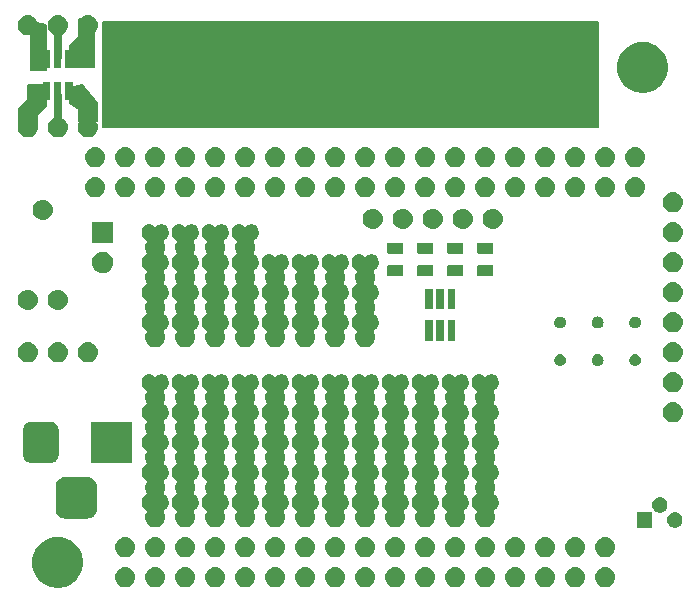
<source format=gts>
G04 #@! TF.GenerationSoftware,KiCad,Pcbnew,5.0.2+dfsg1-1~bpo9+1*
G04 #@! TF.CreationDate,2020-06-30T16:50:40-04:00*
G04 #@! TF.ProjectId,attiny10,61747469-6e79-4313-902e-6b696361645f,0.10.a*
G04 #@! TF.SameCoordinates,Original*
G04 #@! TF.FileFunction,Soldermask,Top*
G04 #@! TF.FilePolarity,Negative*
%FSLAX46Y46*%
G04 Gerber Fmt 4.6, Leading zero omitted, Abs format (unit mm)*
G04 Created by KiCad (PCBNEW 5.0.2+dfsg1-1~bpo9+1) date Tue 30 Jun 2020 04:50:40 PM EDT*
%MOMM*%
%LPD*%
G01*
G04 APERTURE LIST*
%ADD10C,0.150000*%
G04 APERTURE END LIST*
D10*
G36*
X34036000Y-61976000D02*
X34036000Y-64516000D01*
X34544000Y-64516000D01*
X34544000Y-61976000D01*
X34036000Y-61976000D01*
G37*
X34036000Y-61976000D02*
X34036000Y-64516000D01*
X34544000Y-64516000D01*
X34544000Y-61976000D01*
X34036000Y-61976000D01*
G36*
X34036000Y-57658000D02*
X34036000Y-58928000D01*
X34544000Y-58928000D01*
X34544000Y-56896000D01*
X34036000Y-56642000D01*
X34036000Y-57658000D01*
G37*
X34036000Y-57658000D02*
X34036000Y-58928000D01*
X34544000Y-58928000D01*
X34544000Y-56896000D01*
X34036000Y-56642000D01*
X34036000Y-57658000D01*
G36*
X36322000Y-61214000D02*
X37592000Y-62738000D01*
X37592000Y-64262000D01*
X36068000Y-64262000D01*
X36068000Y-63246000D01*
X35306000Y-62738000D01*
X35306000Y-61468000D01*
X36322000Y-61214000D01*
G37*
X36322000Y-61214000D02*
X37592000Y-62738000D01*
X37592000Y-64262000D01*
X36068000Y-64262000D01*
X36068000Y-63246000D01*
X35306000Y-62738000D01*
X35306000Y-61468000D01*
X36322000Y-61214000D01*
G36*
X33020000Y-61214000D02*
X31750000Y-61214000D01*
X31750000Y-62484000D01*
X30988000Y-63246000D01*
X30988000Y-64516000D01*
X32512000Y-64516000D01*
X32512000Y-63754000D01*
X33274000Y-62992000D01*
X33274000Y-61214000D01*
X33020000Y-61214000D01*
G37*
X33020000Y-61214000D02*
X31750000Y-61214000D01*
X31750000Y-62484000D01*
X30988000Y-63246000D01*
X30988000Y-64516000D01*
X32512000Y-64516000D01*
X32512000Y-63754000D01*
X33274000Y-62992000D01*
X33274000Y-61214000D01*
X33020000Y-61214000D01*
G36*
X33274000Y-59944000D02*
X32004000Y-59944000D01*
X32004000Y-55880000D01*
X33274000Y-56134000D01*
X33274000Y-59944000D01*
G37*
X33274000Y-59944000D02*
X32004000Y-59944000D01*
X32004000Y-55880000D01*
X33274000Y-56134000D01*
X33274000Y-59944000D01*
G36*
X37084000Y-59690000D02*
X37338000Y-59690000D01*
X37338000Y-55626000D01*
X36068000Y-55626000D01*
X36068000Y-57150000D01*
X35306000Y-57912000D01*
X35306000Y-59690000D01*
X37084000Y-59690000D01*
G37*
X37084000Y-59690000D02*
X37338000Y-59690000D01*
X37338000Y-55626000D01*
X36068000Y-55626000D01*
X36068000Y-57150000D01*
X35306000Y-57912000D01*
X35306000Y-59690000D01*
X37084000Y-59690000D01*
G36*
X38100000Y-55880000D02*
X38100000Y-64770000D01*
X80010000Y-64770000D01*
X80010000Y-55880000D01*
X38100000Y-55880000D01*
G37*
X38100000Y-55880000D02*
X38100000Y-64770000D01*
X80010000Y-64770000D01*
X80010000Y-55880000D01*
X38100000Y-55880000D01*
G36*
X34652578Y-99480000D02*
X34917132Y-99532623D01*
X35079203Y-99599755D01*
X35308406Y-99694694D01*
X35660548Y-99929988D01*
X35960012Y-100229452D01*
X36195306Y-100581594D01*
X36226480Y-100656855D01*
X36357377Y-100972868D01*
X36440000Y-101388243D01*
X36440000Y-101811757D01*
X36357377Y-102227132D01*
X36290245Y-102389203D01*
X36195306Y-102618406D01*
X35960012Y-102970548D01*
X35660548Y-103270012D01*
X35308406Y-103505306D01*
X35127670Y-103580169D01*
X34917132Y-103667377D01*
X34714414Y-103707700D01*
X34501758Y-103750000D01*
X34078242Y-103750000D01*
X33865586Y-103707700D01*
X33662868Y-103667377D01*
X33452330Y-103580169D01*
X33271594Y-103505306D01*
X32919452Y-103270012D01*
X32619988Y-102970548D01*
X32384694Y-102618406D01*
X32289755Y-102389203D01*
X32222623Y-102227132D01*
X32140000Y-101811757D01*
X32140000Y-101388243D01*
X32222623Y-100972868D01*
X32353520Y-100656855D01*
X32384694Y-100581594D01*
X32619988Y-100229452D01*
X32919452Y-99929988D01*
X33271594Y-99694694D01*
X33500797Y-99599755D01*
X33662868Y-99532623D01*
X33927422Y-99480000D01*
X34078242Y-99450000D01*
X34501758Y-99450000D01*
X34652578Y-99480000D01*
X34652578Y-99480000D01*
G37*
G36*
X65571630Y-102032299D02*
X65731855Y-102080903D01*
X65879520Y-102159831D01*
X66008949Y-102266051D01*
X66115169Y-102395480D01*
X66194097Y-102543145D01*
X66242701Y-102703370D01*
X66259112Y-102870000D01*
X66242701Y-103036630D01*
X66194097Y-103196855D01*
X66115169Y-103344520D01*
X66008949Y-103473949D01*
X65879520Y-103580169D01*
X65731855Y-103659097D01*
X65571630Y-103707701D01*
X65446752Y-103720000D01*
X65363248Y-103720000D01*
X65238370Y-103707701D01*
X65078145Y-103659097D01*
X64930480Y-103580169D01*
X64801051Y-103473949D01*
X64694831Y-103344520D01*
X64615903Y-103196855D01*
X64567299Y-103036630D01*
X64550888Y-102870000D01*
X64567299Y-102703370D01*
X64615903Y-102543145D01*
X64694831Y-102395480D01*
X64801051Y-102266051D01*
X64930480Y-102159831D01*
X65078145Y-102080903D01*
X65238370Y-102032299D01*
X65363248Y-102020000D01*
X65446752Y-102020000D01*
X65571630Y-102032299D01*
X65571630Y-102032299D01*
G37*
G36*
X68111630Y-102032299D02*
X68271855Y-102080903D01*
X68419520Y-102159831D01*
X68548949Y-102266051D01*
X68655169Y-102395480D01*
X68734097Y-102543145D01*
X68782701Y-102703370D01*
X68799112Y-102870000D01*
X68782701Y-103036630D01*
X68734097Y-103196855D01*
X68655169Y-103344520D01*
X68548949Y-103473949D01*
X68419520Y-103580169D01*
X68271855Y-103659097D01*
X68111630Y-103707701D01*
X67986752Y-103720000D01*
X67903248Y-103720000D01*
X67778370Y-103707701D01*
X67618145Y-103659097D01*
X67470480Y-103580169D01*
X67341051Y-103473949D01*
X67234831Y-103344520D01*
X67155903Y-103196855D01*
X67107299Y-103036630D01*
X67090888Y-102870000D01*
X67107299Y-102703370D01*
X67155903Y-102543145D01*
X67234831Y-102395480D01*
X67341051Y-102266051D01*
X67470480Y-102159831D01*
X67618145Y-102080903D01*
X67778370Y-102032299D01*
X67903248Y-102020000D01*
X67986752Y-102020000D01*
X68111630Y-102032299D01*
X68111630Y-102032299D01*
G37*
G36*
X80811630Y-102032299D02*
X80971855Y-102080903D01*
X81119520Y-102159831D01*
X81248949Y-102266051D01*
X81355169Y-102395480D01*
X81434097Y-102543145D01*
X81482701Y-102703370D01*
X81499112Y-102870000D01*
X81482701Y-103036630D01*
X81434097Y-103196855D01*
X81355169Y-103344520D01*
X81248949Y-103473949D01*
X81119520Y-103580169D01*
X80971855Y-103659097D01*
X80811630Y-103707701D01*
X80686752Y-103720000D01*
X80603248Y-103720000D01*
X80478370Y-103707701D01*
X80318145Y-103659097D01*
X80170480Y-103580169D01*
X80041051Y-103473949D01*
X79934831Y-103344520D01*
X79855903Y-103196855D01*
X79807299Y-103036630D01*
X79790888Y-102870000D01*
X79807299Y-102703370D01*
X79855903Y-102543145D01*
X79934831Y-102395480D01*
X80041051Y-102266051D01*
X80170480Y-102159831D01*
X80318145Y-102080903D01*
X80478370Y-102032299D01*
X80603248Y-102020000D01*
X80686752Y-102020000D01*
X80811630Y-102032299D01*
X80811630Y-102032299D01*
G37*
G36*
X75731630Y-102032299D02*
X75891855Y-102080903D01*
X76039520Y-102159831D01*
X76168949Y-102266051D01*
X76275169Y-102395480D01*
X76354097Y-102543145D01*
X76402701Y-102703370D01*
X76419112Y-102870000D01*
X76402701Y-103036630D01*
X76354097Y-103196855D01*
X76275169Y-103344520D01*
X76168949Y-103473949D01*
X76039520Y-103580169D01*
X75891855Y-103659097D01*
X75731630Y-103707701D01*
X75606752Y-103720000D01*
X75523248Y-103720000D01*
X75398370Y-103707701D01*
X75238145Y-103659097D01*
X75090480Y-103580169D01*
X74961051Y-103473949D01*
X74854831Y-103344520D01*
X74775903Y-103196855D01*
X74727299Y-103036630D01*
X74710888Y-102870000D01*
X74727299Y-102703370D01*
X74775903Y-102543145D01*
X74854831Y-102395480D01*
X74961051Y-102266051D01*
X75090480Y-102159831D01*
X75238145Y-102080903D01*
X75398370Y-102032299D01*
X75523248Y-102020000D01*
X75606752Y-102020000D01*
X75731630Y-102032299D01*
X75731630Y-102032299D01*
G37*
G36*
X70651630Y-102032299D02*
X70811855Y-102080903D01*
X70959520Y-102159831D01*
X71088949Y-102266051D01*
X71195169Y-102395480D01*
X71274097Y-102543145D01*
X71322701Y-102703370D01*
X71339112Y-102870000D01*
X71322701Y-103036630D01*
X71274097Y-103196855D01*
X71195169Y-103344520D01*
X71088949Y-103473949D01*
X70959520Y-103580169D01*
X70811855Y-103659097D01*
X70651630Y-103707701D01*
X70526752Y-103720000D01*
X70443248Y-103720000D01*
X70318370Y-103707701D01*
X70158145Y-103659097D01*
X70010480Y-103580169D01*
X69881051Y-103473949D01*
X69774831Y-103344520D01*
X69695903Y-103196855D01*
X69647299Y-103036630D01*
X69630888Y-102870000D01*
X69647299Y-102703370D01*
X69695903Y-102543145D01*
X69774831Y-102395480D01*
X69881051Y-102266051D01*
X70010480Y-102159831D01*
X70158145Y-102080903D01*
X70318370Y-102032299D01*
X70443248Y-102020000D01*
X70526752Y-102020000D01*
X70651630Y-102032299D01*
X70651630Y-102032299D01*
G37*
G36*
X78271630Y-102032299D02*
X78431855Y-102080903D01*
X78579520Y-102159831D01*
X78708949Y-102266051D01*
X78815169Y-102395480D01*
X78894097Y-102543145D01*
X78942701Y-102703370D01*
X78959112Y-102870000D01*
X78942701Y-103036630D01*
X78894097Y-103196855D01*
X78815169Y-103344520D01*
X78708949Y-103473949D01*
X78579520Y-103580169D01*
X78431855Y-103659097D01*
X78271630Y-103707701D01*
X78146752Y-103720000D01*
X78063248Y-103720000D01*
X77938370Y-103707701D01*
X77778145Y-103659097D01*
X77630480Y-103580169D01*
X77501051Y-103473949D01*
X77394831Y-103344520D01*
X77315903Y-103196855D01*
X77267299Y-103036630D01*
X77250888Y-102870000D01*
X77267299Y-102703370D01*
X77315903Y-102543145D01*
X77394831Y-102395480D01*
X77501051Y-102266051D01*
X77630480Y-102159831D01*
X77778145Y-102080903D01*
X77938370Y-102032299D01*
X78063248Y-102020000D01*
X78146752Y-102020000D01*
X78271630Y-102032299D01*
X78271630Y-102032299D01*
G37*
G36*
X73191630Y-102032299D02*
X73351855Y-102080903D01*
X73499520Y-102159831D01*
X73628949Y-102266051D01*
X73735169Y-102395480D01*
X73814097Y-102543145D01*
X73862701Y-102703370D01*
X73879112Y-102870000D01*
X73862701Y-103036630D01*
X73814097Y-103196855D01*
X73735169Y-103344520D01*
X73628949Y-103473949D01*
X73499520Y-103580169D01*
X73351855Y-103659097D01*
X73191630Y-103707701D01*
X73066752Y-103720000D01*
X72983248Y-103720000D01*
X72858370Y-103707701D01*
X72698145Y-103659097D01*
X72550480Y-103580169D01*
X72421051Y-103473949D01*
X72314831Y-103344520D01*
X72235903Y-103196855D01*
X72187299Y-103036630D01*
X72170888Y-102870000D01*
X72187299Y-102703370D01*
X72235903Y-102543145D01*
X72314831Y-102395480D01*
X72421051Y-102266051D01*
X72550480Y-102159831D01*
X72698145Y-102080903D01*
X72858370Y-102032299D01*
X72983248Y-102020000D01*
X73066752Y-102020000D01*
X73191630Y-102032299D01*
X73191630Y-102032299D01*
G37*
G36*
X63031630Y-102032299D02*
X63191855Y-102080903D01*
X63339520Y-102159831D01*
X63468949Y-102266051D01*
X63575169Y-102395480D01*
X63654097Y-102543145D01*
X63702701Y-102703370D01*
X63719112Y-102870000D01*
X63702701Y-103036630D01*
X63654097Y-103196855D01*
X63575169Y-103344520D01*
X63468949Y-103473949D01*
X63339520Y-103580169D01*
X63191855Y-103659097D01*
X63031630Y-103707701D01*
X62906752Y-103720000D01*
X62823248Y-103720000D01*
X62698370Y-103707701D01*
X62538145Y-103659097D01*
X62390480Y-103580169D01*
X62261051Y-103473949D01*
X62154831Y-103344520D01*
X62075903Y-103196855D01*
X62027299Y-103036630D01*
X62010888Y-102870000D01*
X62027299Y-102703370D01*
X62075903Y-102543145D01*
X62154831Y-102395480D01*
X62261051Y-102266051D01*
X62390480Y-102159831D01*
X62538145Y-102080903D01*
X62698370Y-102032299D01*
X62823248Y-102020000D01*
X62906752Y-102020000D01*
X63031630Y-102032299D01*
X63031630Y-102032299D01*
G37*
G36*
X60491630Y-102032299D02*
X60651855Y-102080903D01*
X60799520Y-102159831D01*
X60928949Y-102266051D01*
X61035169Y-102395480D01*
X61114097Y-102543145D01*
X61162701Y-102703370D01*
X61179112Y-102870000D01*
X61162701Y-103036630D01*
X61114097Y-103196855D01*
X61035169Y-103344520D01*
X60928949Y-103473949D01*
X60799520Y-103580169D01*
X60651855Y-103659097D01*
X60491630Y-103707701D01*
X60366752Y-103720000D01*
X60283248Y-103720000D01*
X60158370Y-103707701D01*
X59998145Y-103659097D01*
X59850480Y-103580169D01*
X59721051Y-103473949D01*
X59614831Y-103344520D01*
X59535903Y-103196855D01*
X59487299Y-103036630D01*
X59470888Y-102870000D01*
X59487299Y-102703370D01*
X59535903Y-102543145D01*
X59614831Y-102395480D01*
X59721051Y-102266051D01*
X59850480Y-102159831D01*
X59998145Y-102080903D01*
X60158370Y-102032299D01*
X60283248Y-102020000D01*
X60366752Y-102020000D01*
X60491630Y-102032299D01*
X60491630Y-102032299D01*
G37*
G36*
X55411630Y-102032299D02*
X55571855Y-102080903D01*
X55719520Y-102159831D01*
X55848949Y-102266051D01*
X55955169Y-102395480D01*
X56034097Y-102543145D01*
X56082701Y-102703370D01*
X56099112Y-102870000D01*
X56082701Y-103036630D01*
X56034097Y-103196855D01*
X55955169Y-103344520D01*
X55848949Y-103473949D01*
X55719520Y-103580169D01*
X55571855Y-103659097D01*
X55411630Y-103707701D01*
X55286752Y-103720000D01*
X55203248Y-103720000D01*
X55078370Y-103707701D01*
X54918145Y-103659097D01*
X54770480Y-103580169D01*
X54641051Y-103473949D01*
X54534831Y-103344520D01*
X54455903Y-103196855D01*
X54407299Y-103036630D01*
X54390888Y-102870000D01*
X54407299Y-102703370D01*
X54455903Y-102543145D01*
X54534831Y-102395480D01*
X54641051Y-102266051D01*
X54770480Y-102159831D01*
X54918145Y-102080903D01*
X55078370Y-102032299D01*
X55203248Y-102020000D01*
X55286752Y-102020000D01*
X55411630Y-102032299D01*
X55411630Y-102032299D01*
G37*
G36*
X57951630Y-102032299D02*
X58111855Y-102080903D01*
X58259520Y-102159831D01*
X58388949Y-102266051D01*
X58495169Y-102395480D01*
X58574097Y-102543145D01*
X58622701Y-102703370D01*
X58639112Y-102870000D01*
X58622701Y-103036630D01*
X58574097Y-103196855D01*
X58495169Y-103344520D01*
X58388949Y-103473949D01*
X58259520Y-103580169D01*
X58111855Y-103659097D01*
X57951630Y-103707701D01*
X57826752Y-103720000D01*
X57743248Y-103720000D01*
X57618370Y-103707701D01*
X57458145Y-103659097D01*
X57310480Y-103580169D01*
X57181051Y-103473949D01*
X57074831Y-103344520D01*
X56995903Y-103196855D01*
X56947299Y-103036630D01*
X56930888Y-102870000D01*
X56947299Y-102703370D01*
X56995903Y-102543145D01*
X57074831Y-102395480D01*
X57181051Y-102266051D01*
X57310480Y-102159831D01*
X57458145Y-102080903D01*
X57618370Y-102032299D01*
X57743248Y-102020000D01*
X57826752Y-102020000D01*
X57951630Y-102032299D01*
X57951630Y-102032299D01*
G37*
G36*
X50331630Y-102032299D02*
X50491855Y-102080903D01*
X50639520Y-102159831D01*
X50768949Y-102266051D01*
X50875169Y-102395480D01*
X50954097Y-102543145D01*
X51002701Y-102703370D01*
X51019112Y-102870000D01*
X51002701Y-103036630D01*
X50954097Y-103196855D01*
X50875169Y-103344520D01*
X50768949Y-103473949D01*
X50639520Y-103580169D01*
X50491855Y-103659097D01*
X50331630Y-103707701D01*
X50206752Y-103720000D01*
X50123248Y-103720000D01*
X49998370Y-103707701D01*
X49838145Y-103659097D01*
X49690480Y-103580169D01*
X49561051Y-103473949D01*
X49454831Y-103344520D01*
X49375903Y-103196855D01*
X49327299Y-103036630D01*
X49310888Y-102870000D01*
X49327299Y-102703370D01*
X49375903Y-102543145D01*
X49454831Y-102395480D01*
X49561051Y-102266051D01*
X49690480Y-102159831D01*
X49838145Y-102080903D01*
X49998370Y-102032299D01*
X50123248Y-102020000D01*
X50206752Y-102020000D01*
X50331630Y-102032299D01*
X50331630Y-102032299D01*
G37*
G36*
X45251630Y-102032299D02*
X45411855Y-102080903D01*
X45559520Y-102159831D01*
X45688949Y-102266051D01*
X45795169Y-102395480D01*
X45874097Y-102543145D01*
X45922701Y-102703370D01*
X45939112Y-102870000D01*
X45922701Y-103036630D01*
X45874097Y-103196855D01*
X45795169Y-103344520D01*
X45688949Y-103473949D01*
X45559520Y-103580169D01*
X45411855Y-103659097D01*
X45251630Y-103707701D01*
X45126752Y-103720000D01*
X45043248Y-103720000D01*
X44918370Y-103707701D01*
X44758145Y-103659097D01*
X44610480Y-103580169D01*
X44481051Y-103473949D01*
X44374831Y-103344520D01*
X44295903Y-103196855D01*
X44247299Y-103036630D01*
X44230888Y-102870000D01*
X44247299Y-102703370D01*
X44295903Y-102543145D01*
X44374831Y-102395480D01*
X44481051Y-102266051D01*
X44610480Y-102159831D01*
X44758145Y-102080903D01*
X44918370Y-102032299D01*
X45043248Y-102020000D01*
X45126752Y-102020000D01*
X45251630Y-102032299D01*
X45251630Y-102032299D01*
G37*
G36*
X52871630Y-102032299D02*
X53031855Y-102080903D01*
X53179520Y-102159831D01*
X53308949Y-102266051D01*
X53415169Y-102395480D01*
X53494097Y-102543145D01*
X53542701Y-102703370D01*
X53559112Y-102870000D01*
X53542701Y-103036630D01*
X53494097Y-103196855D01*
X53415169Y-103344520D01*
X53308949Y-103473949D01*
X53179520Y-103580169D01*
X53031855Y-103659097D01*
X52871630Y-103707701D01*
X52746752Y-103720000D01*
X52663248Y-103720000D01*
X52538370Y-103707701D01*
X52378145Y-103659097D01*
X52230480Y-103580169D01*
X52101051Y-103473949D01*
X51994831Y-103344520D01*
X51915903Y-103196855D01*
X51867299Y-103036630D01*
X51850888Y-102870000D01*
X51867299Y-102703370D01*
X51915903Y-102543145D01*
X51994831Y-102395480D01*
X52101051Y-102266051D01*
X52230480Y-102159831D01*
X52378145Y-102080903D01*
X52538370Y-102032299D01*
X52663248Y-102020000D01*
X52746752Y-102020000D01*
X52871630Y-102032299D01*
X52871630Y-102032299D01*
G37*
G36*
X47791630Y-102032299D02*
X47951855Y-102080903D01*
X48099520Y-102159831D01*
X48228949Y-102266051D01*
X48335169Y-102395480D01*
X48414097Y-102543145D01*
X48462701Y-102703370D01*
X48479112Y-102870000D01*
X48462701Y-103036630D01*
X48414097Y-103196855D01*
X48335169Y-103344520D01*
X48228949Y-103473949D01*
X48099520Y-103580169D01*
X47951855Y-103659097D01*
X47791630Y-103707701D01*
X47666752Y-103720000D01*
X47583248Y-103720000D01*
X47458370Y-103707701D01*
X47298145Y-103659097D01*
X47150480Y-103580169D01*
X47021051Y-103473949D01*
X46914831Y-103344520D01*
X46835903Y-103196855D01*
X46787299Y-103036630D01*
X46770888Y-102870000D01*
X46787299Y-102703370D01*
X46835903Y-102543145D01*
X46914831Y-102395480D01*
X47021051Y-102266051D01*
X47150480Y-102159831D01*
X47298145Y-102080903D01*
X47458370Y-102032299D01*
X47583248Y-102020000D01*
X47666752Y-102020000D01*
X47791630Y-102032299D01*
X47791630Y-102032299D01*
G37*
G36*
X42711630Y-102032299D02*
X42871855Y-102080903D01*
X43019520Y-102159831D01*
X43148949Y-102266051D01*
X43255169Y-102395480D01*
X43334097Y-102543145D01*
X43382701Y-102703370D01*
X43399112Y-102870000D01*
X43382701Y-103036630D01*
X43334097Y-103196855D01*
X43255169Y-103344520D01*
X43148949Y-103473949D01*
X43019520Y-103580169D01*
X42871855Y-103659097D01*
X42711630Y-103707701D01*
X42586752Y-103720000D01*
X42503248Y-103720000D01*
X42378370Y-103707701D01*
X42218145Y-103659097D01*
X42070480Y-103580169D01*
X41941051Y-103473949D01*
X41834831Y-103344520D01*
X41755903Y-103196855D01*
X41707299Y-103036630D01*
X41690888Y-102870000D01*
X41707299Y-102703370D01*
X41755903Y-102543145D01*
X41834831Y-102395480D01*
X41941051Y-102266051D01*
X42070480Y-102159831D01*
X42218145Y-102080903D01*
X42378370Y-102032299D01*
X42503248Y-102020000D01*
X42586752Y-102020000D01*
X42711630Y-102032299D01*
X42711630Y-102032299D01*
G37*
G36*
X40171630Y-102032299D02*
X40331855Y-102080903D01*
X40479520Y-102159831D01*
X40608949Y-102266051D01*
X40715169Y-102395480D01*
X40794097Y-102543145D01*
X40842701Y-102703370D01*
X40859112Y-102870000D01*
X40842701Y-103036630D01*
X40794097Y-103196855D01*
X40715169Y-103344520D01*
X40608949Y-103473949D01*
X40479520Y-103580169D01*
X40331855Y-103659097D01*
X40171630Y-103707701D01*
X40046752Y-103720000D01*
X39963248Y-103720000D01*
X39838370Y-103707701D01*
X39678145Y-103659097D01*
X39530480Y-103580169D01*
X39401051Y-103473949D01*
X39294831Y-103344520D01*
X39215903Y-103196855D01*
X39167299Y-103036630D01*
X39150888Y-102870000D01*
X39167299Y-102703370D01*
X39215903Y-102543145D01*
X39294831Y-102395480D01*
X39401051Y-102266051D01*
X39530480Y-102159831D01*
X39678145Y-102080903D01*
X39838370Y-102032299D01*
X39963248Y-102020000D01*
X40046752Y-102020000D01*
X40171630Y-102032299D01*
X40171630Y-102032299D01*
G37*
G36*
X68111630Y-99492299D02*
X68271855Y-99540903D01*
X68419520Y-99619831D01*
X68548949Y-99726051D01*
X68655169Y-99855480D01*
X68734097Y-100003145D01*
X68782701Y-100163370D01*
X68799112Y-100330000D01*
X68782701Y-100496630D01*
X68734097Y-100656855D01*
X68655169Y-100804520D01*
X68548949Y-100933949D01*
X68419520Y-101040169D01*
X68271855Y-101119097D01*
X68111630Y-101167701D01*
X67986752Y-101180000D01*
X67903248Y-101180000D01*
X67778370Y-101167701D01*
X67618145Y-101119097D01*
X67470480Y-101040169D01*
X67341051Y-100933949D01*
X67234831Y-100804520D01*
X67155903Y-100656855D01*
X67107299Y-100496630D01*
X67090888Y-100330000D01*
X67107299Y-100163370D01*
X67155903Y-100003145D01*
X67234831Y-99855480D01*
X67341051Y-99726051D01*
X67470480Y-99619831D01*
X67618145Y-99540903D01*
X67778370Y-99492299D01*
X67903248Y-99480000D01*
X67986752Y-99480000D01*
X68111630Y-99492299D01*
X68111630Y-99492299D01*
G37*
G36*
X78271630Y-99492299D02*
X78431855Y-99540903D01*
X78579520Y-99619831D01*
X78708949Y-99726051D01*
X78815169Y-99855480D01*
X78894097Y-100003145D01*
X78942701Y-100163370D01*
X78959112Y-100330000D01*
X78942701Y-100496630D01*
X78894097Y-100656855D01*
X78815169Y-100804520D01*
X78708949Y-100933949D01*
X78579520Y-101040169D01*
X78431855Y-101119097D01*
X78271630Y-101167701D01*
X78146752Y-101180000D01*
X78063248Y-101180000D01*
X77938370Y-101167701D01*
X77778145Y-101119097D01*
X77630480Y-101040169D01*
X77501051Y-100933949D01*
X77394831Y-100804520D01*
X77315903Y-100656855D01*
X77267299Y-100496630D01*
X77250888Y-100330000D01*
X77267299Y-100163370D01*
X77315903Y-100003145D01*
X77394831Y-99855480D01*
X77501051Y-99726051D01*
X77630480Y-99619831D01*
X77778145Y-99540903D01*
X77938370Y-99492299D01*
X78063248Y-99480000D01*
X78146752Y-99480000D01*
X78271630Y-99492299D01*
X78271630Y-99492299D01*
G37*
G36*
X73191630Y-99492299D02*
X73351855Y-99540903D01*
X73499520Y-99619831D01*
X73628949Y-99726051D01*
X73735169Y-99855480D01*
X73814097Y-100003145D01*
X73862701Y-100163370D01*
X73879112Y-100330000D01*
X73862701Y-100496630D01*
X73814097Y-100656855D01*
X73735169Y-100804520D01*
X73628949Y-100933949D01*
X73499520Y-101040169D01*
X73351855Y-101119097D01*
X73191630Y-101167701D01*
X73066752Y-101180000D01*
X72983248Y-101180000D01*
X72858370Y-101167701D01*
X72698145Y-101119097D01*
X72550480Y-101040169D01*
X72421051Y-100933949D01*
X72314831Y-100804520D01*
X72235903Y-100656855D01*
X72187299Y-100496630D01*
X72170888Y-100330000D01*
X72187299Y-100163370D01*
X72235903Y-100003145D01*
X72314831Y-99855480D01*
X72421051Y-99726051D01*
X72550480Y-99619831D01*
X72698145Y-99540903D01*
X72858370Y-99492299D01*
X72983248Y-99480000D01*
X73066752Y-99480000D01*
X73191630Y-99492299D01*
X73191630Y-99492299D01*
G37*
G36*
X57951630Y-99492299D02*
X58111855Y-99540903D01*
X58259520Y-99619831D01*
X58388949Y-99726051D01*
X58495169Y-99855480D01*
X58574097Y-100003145D01*
X58622701Y-100163370D01*
X58639112Y-100330000D01*
X58622701Y-100496630D01*
X58574097Y-100656855D01*
X58495169Y-100804520D01*
X58388949Y-100933949D01*
X58259520Y-101040169D01*
X58111855Y-101119097D01*
X57951630Y-101167701D01*
X57826752Y-101180000D01*
X57743248Y-101180000D01*
X57618370Y-101167701D01*
X57458145Y-101119097D01*
X57310480Y-101040169D01*
X57181051Y-100933949D01*
X57074831Y-100804520D01*
X56995903Y-100656855D01*
X56947299Y-100496630D01*
X56930888Y-100330000D01*
X56947299Y-100163370D01*
X56995903Y-100003145D01*
X57074831Y-99855480D01*
X57181051Y-99726051D01*
X57310480Y-99619831D01*
X57458145Y-99540903D01*
X57618370Y-99492299D01*
X57743248Y-99480000D01*
X57826752Y-99480000D01*
X57951630Y-99492299D01*
X57951630Y-99492299D01*
G37*
G36*
X63031630Y-99492299D02*
X63191855Y-99540903D01*
X63339520Y-99619831D01*
X63468949Y-99726051D01*
X63575169Y-99855480D01*
X63654097Y-100003145D01*
X63702701Y-100163370D01*
X63719112Y-100330000D01*
X63702701Y-100496630D01*
X63654097Y-100656855D01*
X63575169Y-100804520D01*
X63468949Y-100933949D01*
X63339520Y-101040169D01*
X63191855Y-101119097D01*
X63031630Y-101167701D01*
X62906752Y-101180000D01*
X62823248Y-101180000D01*
X62698370Y-101167701D01*
X62538145Y-101119097D01*
X62390480Y-101040169D01*
X62261051Y-100933949D01*
X62154831Y-100804520D01*
X62075903Y-100656855D01*
X62027299Y-100496630D01*
X62010888Y-100330000D01*
X62027299Y-100163370D01*
X62075903Y-100003145D01*
X62154831Y-99855480D01*
X62261051Y-99726051D01*
X62390480Y-99619831D01*
X62538145Y-99540903D01*
X62698370Y-99492299D01*
X62823248Y-99480000D01*
X62906752Y-99480000D01*
X63031630Y-99492299D01*
X63031630Y-99492299D01*
G37*
G36*
X65571630Y-99492299D02*
X65731855Y-99540903D01*
X65879520Y-99619831D01*
X66008949Y-99726051D01*
X66115169Y-99855480D01*
X66194097Y-100003145D01*
X66242701Y-100163370D01*
X66259112Y-100330000D01*
X66242701Y-100496630D01*
X66194097Y-100656855D01*
X66115169Y-100804520D01*
X66008949Y-100933949D01*
X65879520Y-101040169D01*
X65731855Y-101119097D01*
X65571630Y-101167701D01*
X65446752Y-101180000D01*
X65363248Y-101180000D01*
X65238370Y-101167701D01*
X65078145Y-101119097D01*
X64930480Y-101040169D01*
X64801051Y-100933949D01*
X64694831Y-100804520D01*
X64615903Y-100656855D01*
X64567299Y-100496630D01*
X64550888Y-100330000D01*
X64567299Y-100163370D01*
X64615903Y-100003145D01*
X64694831Y-99855480D01*
X64801051Y-99726051D01*
X64930480Y-99619831D01*
X65078145Y-99540903D01*
X65238370Y-99492299D01*
X65363248Y-99480000D01*
X65446752Y-99480000D01*
X65571630Y-99492299D01*
X65571630Y-99492299D01*
G37*
G36*
X60491630Y-99492299D02*
X60651855Y-99540903D01*
X60799520Y-99619831D01*
X60928949Y-99726051D01*
X61035169Y-99855480D01*
X61114097Y-100003145D01*
X61162701Y-100163370D01*
X61179112Y-100330000D01*
X61162701Y-100496630D01*
X61114097Y-100656855D01*
X61035169Y-100804520D01*
X60928949Y-100933949D01*
X60799520Y-101040169D01*
X60651855Y-101119097D01*
X60491630Y-101167701D01*
X60366752Y-101180000D01*
X60283248Y-101180000D01*
X60158370Y-101167701D01*
X59998145Y-101119097D01*
X59850480Y-101040169D01*
X59721051Y-100933949D01*
X59614831Y-100804520D01*
X59535903Y-100656855D01*
X59487299Y-100496630D01*
X59470888Y-100330000D01*
X59487299Y-100163370D01*
X59535903Y-100003145D01*
X59614831Y-99855480D01*
X59721051Y-99726051D01*
X59850480Y-99619831D01*
X59998145Y-99540903D01*
X60158370Y-99492299D01*
X60283248Y-99480000D01*
X60366752Y-99480000D01*
X60491630Y-99492299D01*
X60491630Y-99492299D01*
G37*
G36*
X55411630Y-99492299D02*
X55571855Y-99540903D01*
X55719520Y-99619831D01*
X55848949Y-99726051D01*
X55955169Y-99855480D01*
X56034097Y-100003145D01*
X56082701Y-100163370D01*
X56099112Y-100330000D01*
X56082701Y-100496630D01*
X56034097Y-100656855D01*
X55955169Y-100804520D01*
X55848949Y-100933949D01*
X55719520Y-101040169D01*
X55571855Y-101119097D01*
X55411630Y-101167701D01*
X55286752Y-101180000D01*
X55203248Y-101180000D01*
X55078370Y-101167701D01*
X54918145Y-101119097D01*
X54770480Y-101040169D01*
X54641051Y-100933949D01*
X54534831Y-100804520D01*
X54455903Y-100656855D01*
X54407299Y-100496630D01*
X54390888Y-100330000D01*
X54407299Y-100163370D01*
X54455903Y-100003145D01*
X54534831Y-99855480D01*
X54641051Y-99726051D01*
X54770480Y-99619831D01*
X54918145Y-99540903D01*
X55078370Y-99492299D01*
X55203248Y-99480000D01*
X55286752Y-99480000D01*
X55411630Y-99492299D01*
X55411630Y-99492299D01*
G37*
G36*
X52871630Y-99492299D02*
X53031855Y-99540903D01*
X53179520Y-99619831D01*
X53308949Y-99726051D01*
X53415169Y-99855480D01*
X53494097Y-100003145D01*
X53542701Y-100163370D01*
X53559112Y-100330000D01*
X53542701Y-100496630D01*
X53494097Y-100656855D01*
X53415169Y-100804520D01*
X53308949Y-100933949D01*
X53179520Y-101040169D01*
X53031855Y-101119097D01*
X52871630Y-101167701D01*
X52746752Y-101180000D01*
X52663248Y-101180000D01*
X52538370Y-101167701D01*
X52378145Y-101119097D01*
X52230480Y-101040169D01*
X52101051Y-100933949D01*
X51994831Y-100804520D01*
X51915903Y-100656855D01*
X51867299Y-100496630D01*
X51850888Y-100330000D01*
X51867299Y-100163370D01*
X51915903Y-100003145D01*
X51994831Y-99855480D01*
X52101051Y-99726051D01*
X52230480Y-99619831D01*
X52378145Y-99540903D01*
X52538370Y-99492299D01*
X52663248Y-99480000D01*
X52746752Y-99480000D01*
X52871630Y-99492299D01*
X52871630Y-99492299D01*
G37*
G36*
X47791630Y-99492299D02*
X47951855Y-99540903D01*
X48099520Y-99619831D01*
X48228949Y-99726051D01*
X48335169Y-99855480D01*
X48414097Y-100003145D01*
X48462701Y-100163370D01*
X48479112Y-100330000D01*
X48462701Y-100496630D01*
X48414097Y-100656855D01*
X48335169Y-100804520D01*
X48228949Y-100933949D01*
X48099520Y-101040169D01*
X47951855Y-101119097D01*
X47791630Y-101167701D01*
X47666752Y-101180000D01*
X47583248Y-101180000D01*
X47458370Y-101167701D01*
X47298145Y-101119097D01*
X47150480Y-101040169D01*
X47021051Y-100933949D01*
X46914831Y-100804520D01*
X46835903Y-100656855D01*
X46787299Y-100496630D01*
X46770888Y-100330000D01*
X46787299Y-100163370D01*
X46835903Y-100003145D01*
X46914831Y-99855480D01*
X47021051Y-99726051D01*
X47150480Y-99619831D01*
X47298145Y-99540903D01*
X47458370Y-99492299D01*
X47583248Y-99480000D01*
X47666752Y-99480000D01*
X47791630Y-99492299D01*
X47791630Y-99492299D01*
G37*
G36*
X50331630Y-99492299D02*
X50491855Y-99540903D01*
X50639520Y-99619831D01*
X50768949Y-99726051D01*
X50875169Y-99855480D01*
X50954097Y-100003145D01*
X51002701Y-100163370D01*
X51019112Y-100330000D01*
X51002701Y-100496630D01*
X50954097Y-100656855D01*
X50875169Y-100804520D01*
X50768949Y-100933949D01*
X50639520Y-101040169D01*
X50491855Y-101119097D01*
X50331630Y-101167701D01*
X50206752Y-101180000D01*
X50123248Y-101180000D01*
X49998370Y-101167701D01*
X49838145Y-101119097D01*
X49690480Y-101040169D01*
X49561051Y-100933949D01*
X49454831Y-100804520D01*
X49375903Y-100656855D01*
X49327299Y-100496630D01*
X49310888Y-100330000D01*
X49327299Y-100163370D01*
X49375903Y-100003145D01*
X49454831Y-99855480D01*
X49561051Y-99726051D01*
X49690480Y-99619831D01*
X49838145Y-99540903D01*
X49998370Y-99492299D01*
X50123248Y-99480000D01*
X50206752Y-99480000D01*
X50331630Y-99492299D01*
X50331630Y-99492299D01*
G37*
G36*
X45251630Y-99492299D02*
X45411855Y-99540903D01*
X45559520Y-99619831D01*
X45688949Y-99726051D01*
X45795169Y-99855480D01*
X45874097Y-100003145D01*
X45922701Y-100163370D01*
X45939112Y-100330000D01*
X45922701Y-100496630D01*
X45874097Y-100656855D01*
X45795169Y-100804520D01*
X45688949Y-100933949D01*
X45559520Y-101040169D01*
X45411855Y-101119097D01*
X45251630Y-101167701D01*
X45126752Y-101180000D01*
X45043248Y-101180000D01*
X44918370Y-101167701D01*
X44758145Y-101119097D01*
X44610480Y-101040169D01*
X44481051Y-100933949D01*
X44374831Y-100804520D01*
X44295903Y-100656855D01*
X44247299Y-100496630D01*
X44230888Y-100330000D01*
X44247299Y-100163370D01*
X44295903Y-100003145D01*
X44374831Y-99855480D01*
X44481051Y-99726051D01*
X44610480Y-99619831D01*
X44758145Y-99540903D01*
X44918370Y-99492299D01*
X45043248Y-99480000D01*
X45126752Y-99480000D01*
X45251630Y-99492299D01*
X45251630Y-99492299D01*
G37*
G36*
X75731630Y-99492299D02*
X75891855Y-99540903D01*
X76039520Y-99619831D01*
X76168949Y-99726051D01*
X76275169Y-99855480D01*
X76354097Y-100003145D01*
X76402701Y-100163370D01*
X76419112Y-100330000D01*
X76402701Y-100496630D01*
X76354097Y-100656855D01*
X76275169Y-100804520D01*
X76168949Y-100933949D01*
X76039520Y-101040169D01*
X75891855Y-101119097D01*
X75731630Y-101167701D01*
X75606752Y-101180000D01*
X75523248Y-101180000D01*
X75398370Y-101167701D01*
X75238145Y-101119097D01*
X75090480Y-101040169D01*
X74961051Y-100933949D01*
X74854831Y-100804520D01*
X74775903Y-100656855D01*
X74727299Y-100496630D01*
X74710888Y-100330000D01*
X74727299Y-100163370D01*
X74775903Y-100003145D01*
X74854831Y-99855480D01*
X74961051Y-99726051D01*
X75090480Y-99619831D01*
X75238145Y-99540903D01*
X75398370Y-99492299D01*
X75523248Y-99480000D01*
X75606752Y-99480000D01*
X75731630Y-99492299D01*
X75731630Y-99492299D01*
G37*
G36*
X80811630Y-99492299D02*
X80971855Y-99540903D01*
X81119520Y-99619831D01*
X81248949Y-99726051D01*
X81355169Y-99855480D01*
X81434097Y-100003145D01*
X81482701Y-100163370D01*
X81499112Y-100330000D01*
X81482701Y-100496630D01*
X81434097Y-100656855D01*
X81355169Y-100804520D01*
X81248949Y-100933949D01*
X81119520Y-101040169D01*
X80971855Y-101119097D01*
X80811630Y-101167701D01*
X80686752Y-101180000D01*
X80603248Y-101180000D01*
X80478370Y-101167701D01*
X80318145Y-101119097D01*
X80170480Y-101040169D01*
X80041051Y-100933949D01*
X79934831Y-100804520D01*
X79855903Y-100656855D01*
X79807299Y-100496630D01*
X79790888Y-100330000D01*
X79807299Y-100163370D01*
X79855903Y-100003145D01*
X79934831Y-99855480D01*
X80041051Y-99726051D01*
X80170480Y-99619831D01*
X80318145Y-99540903D01*
X80478370Y-99492299D01*
X80603248Y-99480000D01*
X80686752Y-99480000D01*
X80811630Y-99492299D01*
X80811630Y-99492299D01*
G37*
G36*
X42711630Y-99492299D02*
X42871855Y-99540903D01*
X43019520Y-99619831D01*
X43148949Y-99726051D01*
X43255169Y-99855480D01*
X43334097Y-100003145D01*
X43382701Y-100163370D01*
X43399112Y-100330000D01*
X43382701Y-100496630D01*
X43334097Y-100656855D01*
X43255169Y-100804520D01*
X43148949Y-100933949D01*
X43019520Y-101040169D01*
X42871855Y-101119097D01*
X42711630Y-101167701D01*
X42586752Y-101180000D01*
X42503248Y-101180000D01*
X42378370Y-101167701D01*
X42218145Y-101119097D01*
X42070480Y-101040169D01*
X41941051Y-100933949D01*
X41834831Y-100804520D01*
X41755903Y-100656855D01*
X41707299Y-100496630D01*
X41690888Y-100330000D01*
X41707299Y-100163370D01*
X41755903Y-100003145D01*
X41834831Y-99855480D01*
X41941051Y-99726051D01*
X42070480Y-99619831D01*
X42218145Y-99540903D01*
X42378370Y-99492299D01*
X42503248Y-99480000D01*
X42586752Y-99480000D01*
X42711630Y-99492299D01*
X42711630Y-99492299D01*
G37*
G36*
X70651630Y-99492299D02*
X70811855Y-99540903D01*
X70959520Y-99619831D01*
X71088949Y-99726051D01*
X71195169Y-99855480D01*
X71274097Y-100003145D01*
X71322701Y-100163370D01*
X71339112Y-100330000D01*
X71322701Y-100496630D01*
X71274097Y-100656855D01*
X71195169Y-100804520D01*
X71088949Y-100933949D01*
X70959520Y-101040169D01*
X70811855Y-101119097D01*
X70651630Y-101167701D01*
X70526752Y-101180000D01*
X70443248Y-101180000D01*
X70318370Y-101167701D01*
X70158145Y-101119097D01*
X70010480Y-101040169D01*
X69881051Y-100933949D01*
X69774831Y-100804520D01*
X69695903Y-100656855D01*
X69647299Y-100496630D01*
X69630888Y-100330000D01*
X69647299Y-100163370D01*
X69695903Y-100003145D01*
X69774831Y-99855480D01*
X69881051Y-99726051D01*
X70010480Y-99619831D01*
X70158145Y-99540903D01*
X70318370Y-99492299D01*
X70443248Y-99480000D01*
X70526752Y-99480000D01*
X70651630Y-99492299D01*
X70651630Y-99492299D01*
G37*
G36*
X40171630Y-99492299D02*
X40331855Y-99540903D01*
X40479520Y-99619831D01*
X40608949Y-99726051D01*
X40715169Y-99855480D01*
X40794097Y-100003145D01*
X40842701Y-100163370D01*
X40859112Y-100330000D01*
X40842701Y-100496630D01*
X40794097Y-100656855D01*
X40715169Y-100804520D01*
X40608949Y-100933949D01*
X40479520Y-101040169D01*
X40331855Y-101119097D01*
X40171630Y-101167701D01*
X40046752Y-101180000D01*
X39963248Y-101180000D01*
X39838370Y-101167701D01*
X39678145Y-101119097D01*
X39530480Y-101040169D01*
X39401051Y-100933949D01*
X39294831Y-100804520D01*
X39215903Y-100656855D01*
X39167299Y-100496630D01*
X39150888Y-100330000D01*
X39167299Y-100163370D01*
X39215903Y-100003145D01*
X39294831Y-99855480D01*
X39401051Y-99726051D01*
X39530480Y-99619831D01*
X39678145Y-99540903D01*
X39838370Y-99492299D01*
X39963248Y-99480000D01*
X40046752Y-99480000D01*
X40171630Y-99492299D01*
X40171630Y-99492299D01*
G37*
G36*
X86687738Y-97366653D02*
X86729598Y-97374979D01*
X86761516Y-97388200D01*
X86847890Y-97423977D01*
X86954354Y-97495114D01*
X87044886Y-97585646D01*
X87116023Y-97692110D01*
X87165021Y-97810403D01*
X87190000Y-97935979D01*
X87190000Y-98064021D01*
X87165021Y-98189597D01*
X87116023Y-98307890D01*
X87044886Y-98414354D01*
X86954354Y-98504886D01*
X86847890Y-98576023D01*
X86764245Y-98610670D01*
X86729598Y-98625021D01*
X86687738Y-98633347D01*
X86604021Y-98650000D01*
X86475979Y-98650000D01*
X86392262Y-98633347D01*
X86350402Y-98625021D01*
X86315755Y-98610670D01*
X86232110Y-98576023D01*
X86125646Y-98504886D01*
X86035114Y-98414354D01*
X85963977Y-98307890D01*
X85914979Y-98189597D01*
X85890000Y-98064021D01*
X85890000Y-97935979D01*
X85914979Y-97810403D01*
X85963977Y-97692110D01*
X86035114Y-97585646D01*
X86125646Y-97495114D01*
X86232110Y-97423977D01*
X86318484Y-97388200D01*
X86350402Y-97374979D01*
X86392262Y-97366653D01*
X86475979Y-97350000D01*
X86604021Y-97350000D01*
X86687738Y-97366653D01*
X86687738Y-97366653D01*
G37*
G36*
X84650000Y-98650000D02*
X83350000Y-98650000D01*
X83350000Y-97350000D01*
X84650000Y-97350000D01*
X84650000Y-98650000D01*
X84650000Y-98650000D01*
G37*
G36*
X50817620Y-85668682D02*
X50930720Y-85702990D01*
X51034954Y-85758704D01*
X51126317Y-85833683D01*
X51201296Y-85925045D01*
X51257010Y-86029279D01*
X51291318Y-86142379D01*
X51300000Y-86230526D01*
X51300000Y-86489473D01*
X51291318Y-86577620D01*
X51257010Y-86690720D01*
X51201296Y-86794955D01*
X51126317Y-86886317D01*
X51034955Y-86961296D01*
X50940174Y-87011957D01*
X50919811Y-87025564D01*
X50902484Y-87042891D01*
X50888870Y-87063266D01*
X50879492Y-87085905D01*
X50874712Y-87109938D01*
X50874712Y-87134442D01*
X50879493Y-87158476D01*
X50888870Y-87181114D01*
X50926117Y-87250799D01*
X50954097Y-87303145D01*
X50954097Y-87303146D01*
X51002701Y-87463370D01*
X51019112Y-87630000D01*
X51002701Y-87796630D01*
X50963273Y-87926604D01*
X50954097Y-87956855D01*
X50926117Y-88009201D01*
X50888870Y-88078886D01*
X50879492Y-88101525D01*
X50874712Y-88125558D01*
X50874712Y-88150063D01*
X50879493Y-88174096D01*
X50888870Y-88196735D01*
X50902484Y-88217110D01*
X50919811Y-88234437D01*
X50940178Y-88248046D01*
X51034954Y-88298704D01*
X51126317Y-88373683D01*
X51201296Y-88465045D01*
X51257010Y-88569279D01*
X51291318Y-88682379D01*
X51300000Y-88770526D01*
X51300000Y-89029473D01*
X51291318Y-89117620D01*
X51257010Y-89230720D01*
X51201296Y-89334955D01*
X51126317Y-89426317D01*
X51034955Y-89501296D01*
X50940174Y-89551957D01*
X50919811Y-89565564D01*
X50902484Y-89582891D01*
X50888870Y-89603266D01*
X50879492Y-89625905D01*
X50874712Y-89649938D01*
X50874712Y-89674442D01*
X50879493Y-89698476D01*
X50888870Y-89721114D01*
X50926117Y-89790799D01*
X50954097Y-89843145D01*
X50954097Y-89843146D01*
X51002701Y-90003370D01*
X51019112Y-90170000D01*
X51002701Y-90336630D01*
X50963273Y-90466604D01*
X50954097Y-90496855D01*
X50926117Y-90549201D01*
X50888870Y-90618886D01*
X50879492Y-90641525D01*
X50874712Y-90665558D01*
X50874712Y-90690063D01*
X50879493Y-90714096D01*
X50888870Y-90736735D01*
X50902484Y-90757110D01*
X50919811Y-90774437D01*
X50940178Y-90788046D01*
X51034954Y-90838704D01*
X51126317Y-90913683D01*
X51201296Y-91005045D01*
X51257010Y-91109279D01*
X51291318Y-91222379D01*
X51300000Y-91310526D01*
X51300000Y-91569473D01*
X51291318Y-91657620D01*
X51257010Y-91770720D01*
X51201296Y-91874955D01*
X51126317Y-91966317D01*
X51034955Y-92041296D01*
X50940174Y-92091957D01*
X50919811Y-92105564D01*
X50902484Y-92122891D01*
X50888870Y-92143266D01*
X50879492Y-92165905D01*
X50874712Y-92189938D01*
X50874712Y-92214442D01*
X50879493Y-92238476D01*
X50888870Y-92261114D01*
X50926117Y-92330799D01*
X50954097Y-92383145D01*
X50954097Y-92383146D01*
X51002701Y-92543370D01*
X51019112Y-92710000D01*
X51002701Y-92876630D01*
X50974277Y-92970330D01*
X50954097Y-93036855D01*
X50926117Y-93089201D01*
X50888870Y-93158886D01*
X50879492Y-93181525D01*
X50874712Y-93205558D01*
X50874712Y-93230063D01*
X50879493Y-93254096D01*
X50888870Y-93276735D01*
X50902484Y-93297110D01*
X50919811Y-93314437D01*
X50940178Y-93328046D01*
X51034954Y-93378704D01*
X51126317Y-93453683D01*
X51201296Y-93545045D01*
X51257010Y-93649279D01*
X51291318Y-93762379D01*
X51300000Y-93850526D01*
X51300000Y-94109473D01*
X51291318Y-94197620D01*
X51257010Y-94310720D01*
X51201296Y-94414955D01*
X51126317Y-94506317D01*
X51034955Y-94581296D01*
X50940174Y-94631957D01*
X50919811Y-94645564D01*
X50902484Y-94662891D01*
X50888870Y-94683266D01*
X50879492Y-94705905D01*
X50874712Y-94729938D01*
X50874712Y-94754442D01*
X50879493Y-94778476D01*
X50888870Y-94801114D01*
X50926117Y-94870799D01*
X50954097Y-94923145D01*
X50963273Y-94953396D01*
X51002701Y-95083370D01*
X51019112Y-95250000D01*
X51002701Y-95416630D01*
X50963273Y-95546604D01*
X50954097Y-95576855D01*
X50926117Y-95629201D01*
X50888870Y-95698886D01*
X50879492Y-95721525D01*
X50874712Y-95745558D01*
X50874712Y-95770063D01*
X50879493Y-95794096D01*
X50888870Y-95816735D01*
X50902484Y-95837110D01*
X50919811Y-95854437D01*
X50940178Y-95868046D01*
X51034954Y-95918704D01*
X51126317Y-95993683D01*
X51201296Y-96085045D01*
X51257010Y-96189279D01*
X51291318Y-96302379D01*
X51300000Y-96390526D01*
X51300000Y-96649473D01*
X51291318Y-96737620D01*
X51257010Y-96850720D01*
X51201296Y-96954955D01*
X51126317Y-97046317D01*
X51034955Y-97121296D01*
X50940174Y-97171957D01*
X50919811Y-97185564D01*
X50902484Y-97202891D01*
X50888870Y-97223266D01*
X50879492Y-97245905D01*
X50874712Y-97269938D01*
X50874712Y-97294442D01*
X50879493Y-97318476D01*
X50888870Y-97341114D01*
X50896303Y-97355021D01*
X50954097Y-97463145D01*
X50954097Y-97463146D01*
X51002701Y-97623370D01*
X51019112Y-97790000D01*
X51002701Y-97956630D01*
X50954097Y-98116855D01*
X50875169Y-98264520D01*
X50768949Y-98393949D01*
X50639520Y-98500169D01*
X50491855Y-98579097D01*
X50331630Y-98627701D01*
X50206752Y-98640000D01*
X50123248Y-98640000D01*
X49998370Y-98627701D01*
X49838145Y-98579097D01*
X49690480Y-98500169D01*
X49561051Y-98393949D01*
X49454831Y-98264520D01*
X49375903Y-98116855D01*
X49327299Y-97956630D01*
X49310888Y-97790000D01*
X49327299Y-97623370D01*
X49375903Y-97463146D01*
X49375903Y-97463145D01*
X49433697Y-97355021D01*
X49441130Y-97341114D01*
X49450508Y-97318475D01*
X49455288Y-97294442D01*
X49455288Y-97269937D01*
X49450507Y-97245904D01*
X49441130Y-97223265D01*
X49427516Y-97202890D01*
X49410189Y-97185563D01*
X49389822Y-97171954D01*
X49295046Y-97121296D01*
X49203684Y-97046317D01*
X49128705Y-96954955D01*
X49072990Y-96850721D01*
X49038682Y-96737621D01*
X49030000Y-96649474D01*
X49030000Y-96390527D01*
X49038682Y-96302380D01*
X49072990Y-96189280D01*
X49128704Y-96085046D01*
X49203683Y-95993683D01*
X49295045Y-95918704D01*
X49389826Y-95868043D01*
X49410189Y-95854436D01*
X49427516Y-95837109D01*
X49441130Y-95816734D01*
X49450508Y-95794095D01*
X49455288Y-95770062D01*
X49455288Y-95745558D01*
X49450507Y-95721524D01*
X49441130Y-95698886D01*
X49403883Y-95629201D01*
X49375903Y-95576855D01*
X49366727Y-95546604D01*
X49327299Y-95416630D01*
X49310888Y-95250000D01*
X49327299Y-95083370D01*
X49366727Y-94953396D01*
X49375903Y-94923145D01*
X49403883Y-94870799D01*
X49441130Y-94801114D01*
X49450508Y-94778475D01*
X49455288Y-94754442D01*
X49455288Y-94729937D01*
X49450507Y-94705904D01*
X49441130Y-94683265D01*
X49427516Y-94662890D01*
X49410189Y-94645563D01*
X49389822Y-94631954D01*
X49295046Y-94581296D01*
X49203684Y-94506317D01*
X49128705Y-94414955D01*
X49072990Y-94310721D01*
X49038682Y-94197621D01*
X49030000Y-94109474D01*
X49030000Y-93850527D01*
X49038682Y-93762380D01*
X49072990Y-93649280D01*
X49128704Y-93545046D01*
X49203683Y-93453683D01*
X49295045Y-93378704D01*
X49389826Y-93328043D01*
X49410189Y-93314436D01*
X49427516Y-93297109D01*
X49441130Y-93276734D01*
X49450508Y-93254095D01*
X49455288Y-93230062D01*
X49455288Y-93205558D01*
X49450507Y-93181524D01*
X49441130Y-93158886D01*
X49403883Y-93089201D01*
X49375903Y-93036855D01*
X49355723Y-92970330D01*
X49327299Y-92876630D01*
X49310888Y-92710000D01*
X49327299Y-92543370D01*
X49375903Y-92383146D01*
X49375903Y-92383145D01*
X49403883Y-92330799D01*
X49441130Y-92261114D01*
X49450508Y-92238475D01*
X49455288Y-92214442D01*
X49455288Y-92189937D01*
X49450507Y-92165904D01*
X49441130Y-92143265D01*
X49427516Y-92122890D01*
X49410189Y-92105563D01*
X49389822Y-92091954D01*
X49295046Y-92041296D01*
X49203684Y-91966317D01*
X49128705Y-91874955D01*
X49072990Y-91770721D01*
X49038682Y-91657621D01*
X49030000Y-91569474D01*
X49030000Y-91310527D01*
X49038682Y-91222380D01*
X49072990Y-91109280D01*
X49128704Y-91005046D01*
X49203683Y-90913683D01*
X49295045Y-90838704D01*
X49389826Y-90788043D01*
X49410189Y-90774436D01*
X49427516Y-90757109D01*
X49441130Y-90736734D01*
X49450508Y-90714095D01*
X49455288Y-90690062D01*
X49455288Y-90665558D01*
X49450507Y-90641524D01*
X49441130Y-90618886D01*
X49403883Y-90549201D01*
X49375903Y-90496855D01*
X49366727Y-90466604D01*
X49327299Y-90336630D01*
X49310888Y-90170000D01*
X49327299Y-90003370D01*
X49375903Y-89843146D01*
X49375903Y-89843145D01*
X49403883Y-89790799D01*
X49441130Y-89721114D01*
X49450508Y-89698475D01*
X49455288Y-89674442D01*
X49455288Y-89649937D01*
X49450507Y-89625904D01*
X49441130Y-89603265D01*
X49427516Y-89582890D01*
X49410189Y-89565563D01*
X49389822Y-89551954D01*
X49295046Y-89501296D01*
X49203684Y-89426317D01*
X49128705Y-89334955D01*
X49072990Y-89230721D01*
X49038682Y-89117621D01*
X49030000Y-89029474D01*
X49030000Y-88770527D01*
X49038682Y-88682380D01*
X49072990Y-88569280D01*
X49128704Y-88465046D01*
X49203683Y-88373683D01*
X49295045Y-88298704D01*
X49389826Y-88248043D01*
X49410189Y-88234436D01*
X49427516Y-88217109D01*
X49441130Y-88196734D01*
X49450508Y-88174095D01*
X49455288Y-88150062D01*
X49455288Y-88125558D01*
X49450507Y-88101524D01*
X49441130Y-88078886D01*
X49403883Y-88009201D01*
X49375903Y-87956855D01*
X49366727Y-87926604D01*
X49327299Y-87796630D01*
X49310888Y-87630000D01*
X49327299Y-87463370D01*
X49375903Y-87303146D01*
X49375903Y-87303145D01*
X49403883Y-87250799D01*
X49441130Y-87181114D01*
X49450508Y-87158475D01*
X49455288Y-87134442D01*
X49455288Y-87109937D01*
X49450507Y-87085904D01*
X49441130Y-87063265D01*
X49427516Y-87042890D01*
X49410189Y-87025563D01*
X49389822Y-87011954D01*
X49295046Y-86961296D01*
X49203684Y-86886317D01*
X49128705Y-86794955D01*
X49072990Y-86690721D01*
X49038682Y-86577621D01*
X49030000Y-86489474D01*
X49030000Y-86230527D01*
X49038682Y-86142380D01*
X49072990Y-86029280D01*
X49128704Y-85925046D01*
X49203683Y-85833683D01*
X49295045Y-85758704D01*
X49399279Y-85702990D01*
X49512379Y-85668682D01*
X49630000Y-85657097D01*
X49747620Y-85668682D01*
X49860720Y-85702990D01*
X49964954Y-85758704D01*
X50056317Y-85833683D01*
X50068390Y-85848394D01*
X50085702Y-85865705D01*
X50106076Y-85879319D01*
X50128715Y-85888696D01*
X50152749Y-85893476D01*
X50177253Y-85893476D01*
X50201287Y-85888695D01*
X50223926Y-85879318D01*
X50244300Y-85865704D01*
X50261611Y-85848393D01*
X50273683Y-85833683D01*
X50365045Y-85758704D01*
X50469279Y-85702990D01*
X50582379Y-85668682D01*
X50700000Y-85657097D01*
X50817620Y-85668682D01*
X50817620Y-85668682D01*
G37*
G36*
X53357620Y-85668682D02*
X53470720Y-85702990D01*
X53574954Y-85758704D01*
X53666317Y-85833683D01*
X53741296Y-85925045D01*
X53797010Y-86029279D01*
X53831318Y-86142379D01*
X53840000Y-86230526D01*
X53840000Y-86489473D01*
X53831318Y-86577620D01*
X53797010Y-86690720D01*
X53741296Y-86794955D01*
X53666317Y-86886317D01*
X53574955Y-86961296D01*
X53480174Y-87011957D01*
X53459811Y-87025564D01*
X53442484Y-87042891D01*
X53428870Y-87063266D01*
X53419492Y-87085905D01*
X53414712Y-87109938D01*
X53414712Y-87134442D01*
X53419493Y-87158476D01*
X53428870Y-87181114D01*
X53466117Y-87250799D01*
X53494097Y-87303145D01*
X53494097Y-87303146D01*
X53542701Y-87463370D01*
X53559112Y-87630000D01*
X53542701Y-87796630D01*
X53503273Y-87926604D01*
X53494097Y-87956855D01*
X53466117Y-88009201D01*
X53428870Y-88078886D01*
X53419492Y-88101525D01*
X53414712Y-88125558D01*
X53414712Y-88150063D01*
X53419493Y-88174096D01*
X53428870Y-88196735D01*
X53442484Y-88217110D01*
X53459811Y-88234437D01*
X53480178Y-88248046D01*
X53574954Y-88298704D01*
X53666317Y-88373683D01*
X53741296Y-88465045D01*
X53797010Y-88569279D01*
X53831318Y-88682379D01*
X53840000Y-88770526D01*
X53840000Y-89029473D01*
X53831318Y-89117620D01*
X53797010Y-89230720D01*
X53741296Y-89334955D01*
X53666317Y-89426317D01*
X53574955Y-89501296D01*
X53480174Y-89551957D01*
X53459811Y-89565564D01*
X53442484Y-89582891D01*
X53428870Y-89603266D01*
X53419492Y-89625905D01*
X53414712Y-89649938D01*
X53414712Y-89674442D01*
X53419493Y-89698476D01*
X53428870Y-89721114D01*
X53466117Y-89790799D01*
X53494097Y-89843145D01*
X53494097Y-89843146D01*
X53542701Y-90003370D01*
X53559112Y-90170000D01*
X53542701Y-90336630D01*
X53503273Y-90466604D01*
X53494097Y-90496855D01*
X53466117Y-90549201D01*
X53428870Y-90618886D01*
X53419492Y-90641525D01*
X53414712Y-90665558D01*
X53414712Y-90690063D01*
X53419493Y-90714096D01*
X53428870Y-90736735D01*
X53442484Y-90757110D01*
X53459811Y-90774437D01*
X53480178Y-90788046D01*
X53574954Y-90838704D01*
X53666317Y-90913683D01*
X53741296Y-91005045D01*
X53797010Y-91109279D01*
X53831318Y-91222379D01*
X53840000Y-91310526D01*
X53840000Y-91569473D01*
X53831318Y-91657620D01*
X53797010Y-91770720D01*
X53741296Y-91874955D01*
X53666317Y-91966317D01*
X53574955Y-92041296D01*
X53480174Y-92091957D01*
X53459811Y-92105564D01*
X53442484Y-92122891D01*
X53428870Y-92143266D01*
X53419492Y-92165905D01*
X53414712Y-92189938D01*
X53414712Y-92214442D01*
X53419493Y-92238476D01*
X53428870Y-92261114D01*
X53466117Y-92330799D01*
X53494097Y-92383145D01*
X53494097Y-92383146D01*
X53542701Y-92543370D01*
X53559112Y-92710000D01*
X53542701Y-92876630D01*
X53514277Y-92970330D01*
X53494097Y-93036855D01*
X53466117Y-93089201D01*
X53428870Y-93158886D01*
X53419492Y-93181525D01*
X53414712Y-93205558D01*
X53414712Y-93230063D01*
X53419493Y-93254096D01*
X53428870Y-93276735D01*
X53442484Y-93297110D01*
X53459811Y-93314437D01*
X53480178Y-93328046D01*
X53574954Y-93378704D01*
X53666317Y-93453683D01*
X53741296Y-93545045D01*
X53797010Y-93649279D01*
X53831318Y-93762379D01*
X53840000Y-93850526D01*
X53840000Y-94109473D01*
X53831318Y-94197620D01*
X53797010Y-94310720D01*
X53741296Y-94414955D01*
X53666317Y-94506317D01*
X53574955Y-94581296D01*
X53480174Y-94631957D01*
X53459811Y-94645564D01*
X53442484Y-94662891D01*
X53428870Y-94683266D01*
X53419492Y-94705905D01*
X53414712Y-94729938D01*
X53414712Y-94754442D01*
X53419493Y-94778476D01*
X53428870Y-94801114D01*
X53466117Y-94870799D01*
X53494097Y-94923145D01*
X53503273Y-94953396D01*
X53542701Y-95083370D01*
X53559112Y-95250000D01*
X53542701Y-95416630D01*
X53503273Y-95546604D01*
X53494097Y-95576855D01*
X53466117Y-95629201D01*
X53428870Y-95698886D01*
X53419492Y-95721525D01*
X53414712Y-95745558D01*
X53414712Y-95770063D01*
X53419493Y-95794096D01*
X53428870Y-95816735D01*
X53442484Y-95837110D01*
X53459811Y-95854437D01*
X53480178Y-95868046D01*
X53574954Y-95918704D01*
X53666317Y-95993683D01*
X53741296Y-96085045D01*
X53797010Y-96189279D01*
X53831318Y-96302379D01*
X53840000Y-96390526D01*
X53840000Y-96649473D01*
X53831318Y-96737620D01*
X53797010Y-96850720D01*
X53741296Y-96954955D01*
X53666317Y-97046317D01*
X53574955Y-97121296D01*
X53480174Y-97171957D01*
X53459811Y-97185564D01*
X53442484Y-97202891D01*
X53428870Y-97223266D01*
X53419492Y-97245905D01*
X53414712Y-97269938D01*
X53414712Y-97294442D01*
X53419493Y-97318476D01*
X53428870Y-97341114D01*
X53436303Y-97355021D01*
X53494097Y-97463145D01*
X53494097Y-97463146D01*
X53542701Y-97623370D01*
X53559112Y-97790000D01*
X53542701Y-97956630D01*
X53494097Y-98116855D01*
X53415169Y-98264520D01*
X53308949Y-98393949D01*
X53179520Y-98500169D01*
X53031855Y-98579097D01*
X52871630Y-98627701D01*
X52746752Y-98640000D01*
X52663248Y-98640000D01*
X52538370Y-98627701D01*
X52378145Y-98579097D01*
X52230480Y-98500169D01*
X52101051Y-98393949D01*
X51994831Y-98264520D01*
X51915903Y-98116855D01*
X51867299Y-97956630D01*
X51850888Y-97790000D01*
X51867299Y-97623370D01*
X51915903Y-97463146D01*
X51915903Y-97463145D01*
X51973697Y-97355021D01*
X51981130Y-97341114D01*
X51990508Y-97318475D01*
X51995288Y-97294442D01*
X51995288Y-97269937D01*
X51990507Y-97245904D01*
X51981130Y-97223265D01*
X51967516Y-97202890D01*
X51950189Y-97185563D01*
X51929822Y-97171954D01*
X51835046Y-97121296D01*
X51743684Y-97046317D01*
X51668705Y-96954955D01*
X51612990Y-96850721D01*
X51578682Y-96737621D01*
X51570000Y-96649474D01*
X51570000Y-96390527D01*
X51578682Y-96302380D01*
X51612990Y-96189280D01*
X51668704Y-96085046D01*
X51743683Y-95993683D01*
X51835045Y-95918704D01*
X51929826Y-95868043D01*
X51950189Y-95854436D01*
X51967516Y-95837109D01*
X51981130Y-95816734D01*
X51990508Y-95794095D01*
X51995288Y-95770062D01*
X51995288Y-95745558D01*
X51990507Y-95721524D01*
X51981130Y-95698886D01*
X51943883Y-95629201D01*
X51915903Y-95576855D01*
X51906727Y-95546604D01*
X51867299Y-95416630D01*
X51850888Y-95250000D01*
X51867299Y-95083370D01*
X51906727Y-94953396D01*
X51915903Y-94923145D01*
X51943883Y-94870799D01*
X51981130Y-94801114D01*
X51990508Y-94778475D01*
X51995288Y-94754442D01*
X51995288Y-94729937D01*
X51990507Y-94705904D01*
X51981130Y-94683265D01*
X51967516Y-94662890D01*
X51950189Y-94645563D01*
X51929822Y-94631954D01*
X51835046Y-94581296D01*
X51743684Y-94506317D01*
X51668705Y-94414955D01*
X51612990Y-94310721D01*
X51578682Y-94197621D01*
X51570000Y-94109474D01*
X51570000Y-93850527D01*
X51578682Y-93762380D01*
X51612990Y-93649280D01*
X51668704Y-93545046D01*
X51743683Y-93453683D01*
X51835045Y-93378704D01*
X51929826Y-93328043D01*
X51950189Y-93314436D01*
X51967516Y-93297109D01*
X51981130Y-93276734D01*
X51990508Y-93254095D01*
X51995288Y-93230062D01*
X51995288Y-93205558D01*
X51990507Y-93181524D01*
X51981130Y-93158886D01*
X51943883Y-93089201D01*
X51915903Y-93036855D01*
X51895723Y-92970330D01*
X51867299Y-92876630D01*
X51850888Y-92710000D01*
X51867299Y-92543370D01*
X51915903Y-92383146D01*
X51915903Y-92383145D01*
X51943883Y-92330799D01*
X51981130Y-92261114D01*
X51990508Y-92238475D01*
X51995288Y-92214442D01*
X51995288Y-92189937D01*
X51990507Y-92165904D01*
X51981130Y-92143265D01*
X51967516Y-92122890D01*
X51950189Y-92105563D01*
X51929822Y-92091954D01*
X51835046Y-92041296D01*
X51743684Y-91966317D01*
X51668705Y-91874955D01*
X51612990Y-91770721D01*
X51578682Y-91657621D01*
X51570000Y-91569474D01*
X51570000Y-91310527D01*
X51578682Y-91222380D01*
X51612990Y-91109280D01*
X51668704Y-91005046D01*
X51743683Y-90913683D01*
X51835045Y-90838704D01*
X51929826Y-90788043D01*
X51950189Y-90774436D01*
X51967516Y-90757109D01*
X51981130Y-90736734D01*
X51990508Y-90714095D01*
X51995288Y-90690062D01*
X51995288Y-90665558D01*
X51990507Y-90641524D01*
X51981130Y-90618886D01*
X51943883Y-90549201D01*
X51915903Y-90496855D01*
X51906727Y-90466604D01*
X51867299Y-90336630D01*
X51850888Y-90170000D01*
X51867299Y-90003370D01*
X51915903Y-89843146D01*
X51915903Y-89843145D01*
X51943883Y-89790799D01*
X51981130Y-89721114D01*
X51990508Y-89698475D01*
X51995288Y-89674442D01*
X51995288Y-89649937D01*
X51990507Y-89625904D01*
X51981130Y-89603265D01*
X51967516Y-89582890D01*
X51950189Y-89565563D01*
X51929822Y-89551954D01*
X51835046Y-89501296D01*
X51743684Y-89426317D01*
X51668705Y-89334955D01*
X51612990Y-89230721D01*
X51578682Y-89117621D01*
X51570000Y-89029474D01*
X51570000Y-88770527D01*
X51578682Y-88682380D01*
X51612990Y-88569280D01*
X51668704Y-88465046D01*
X51743683Y-88373683D01*
X51835045Y-88298704D01*
X51929826Y-88248043D01*
X51950189Y-88234436D01*
X51967516Y-88217109D01*
X51981130Y-88196734D01*
X51990508Y-88174095D01*
X51995288Y-88150062D01*
X51995288Y-88125558D01*
X51990507Y-88101524D01*
X51981130Y-88078886D01*
X51943883Y-88009201D01*
X51915903Y-87956855D01*
X51906727Y-87926604D01*
X51867299Y-87796630D01*
X51850888Y-87630000D01*
X51867299Y-87463370D01*
X51915903Y-87303146D01*
X51915903Y-87303145D01*
X51943883Y-87250799D01*
X51981130Y-87181114D01*
X51990508Y-87158475D01*
X51995288Y-87134442D01*
X51995288Y-87109937D01*
X51990507Y-87085904D01*
X51981130Y-87063265D01*
X51967516Y-87042890D01*
X51950189Y-87025563D01*
X51929822Y-87011954D01*
X51835046Y-86961296D01*
X51743684Y-86886317D01*
X51668705Y-86794955D01*
X51612990Y-86690721D01*
X51578682Y-86577621D01*
X51570000Y-86489474D01*
X51570000Y-86230527D01*
X51578682Y-86142380D01*
X51612990Y-86029280D01*
X51668704Y-85925046D01*
X51743683Y-85833683D01*
X51835045Y-85758704D01*
X51939279Y-85702990D01*
X52052379Y-85668682D01*
X52170000Y-85657097D01*
X52287620Y-85668682D01*
X52400720Y-85702990D01*
X52504954Y-85758704D01*
X52596317Y-85833683D01*
X52608390Y-85848394D01*
X52625702Y-85865705D01*
X52646076Y-85879319D01*
X52668715Y-85888696D01*
X52692749Y-85893476D01*
X52717253Y-85893476D01*
X52741287Y-85888695D01*
X52763926Y-85879318D01*
X52784300Y-85865704D01*
X52801611Y-85848393D01*
X52813683Y-85833683D01*
X52905045Y-85758704D01*
X53009279Y-85702990D01*
X53122379Y-85668682D01*
X53240000Y-85657097D01*
X53357620Y-85668682D01*
X53357620Y-85668682D01*
G37*
G36*
X45737620Y-85668682D02*
X45850720Y-85702990D01*
X45954954Y-85758704D01*
X46046317Y-85833683D01*
X46121296Y-85925045D01*
X46177010Y-86029279D01*
X46211318Y-86142379D01*
X46220000Y-86230526D01*
X46220000Y-86489473D01*
X46211318Y-86577620D01*
X46177010Y-86690720D01*
X46121296Y-86794955D01*
X46046317Y-86886317D01*
X45954955Y-86961296D01*
X45860174Y-87011957D01*
X45839811Y-87025564D01*
X45822484Y-87042891D01*
X45808870Y-87063266D01*
X45799492Y-87085905D01*
X45794712Y-87109938D01*
X45794712Y-87134442D01*
X45799493Y-87158476D01*
X45808870Y-87181114D01*
X45846117Y-87250799D01*
X45874097Y-87303145D01*
X45874097Y-87303146D01*
X45922701Y-87463370D01*
X45939112Y-87630000D01*
X45922701Y-87796630D01*
X45883273Y-87926604D01*
X45874097Y-87956855D01*
X45846117Y-88009201D01*
X45808870Y-88078886D01*
X45799492Y-88101525D01*
X45794712Y-88125558D01*
X45794712Y-88150063D01*
X45799493Y-88174096D01*
X45808870Y-88196735D01*
X45822484Y-88217110D01*
X45839811Y-88234437D01*
X45860178Y-88248046D01*
X45954954Y-88298704D01*
X46046317Y-88373683D01*
X46121296Y-88465045D01*
X46177010Y-88569279D01*
X46211318Y-88682379D01*
X46220000Y-88770526D01*
X46220000Y-89029473D01*
X46211318Y-89117620D01*
X46177010Y-89230720D01*
X46121296Y-89334955D01*
X46046317Y-89426317D01*
X45954955Y-89501296D01*
X45860174Y-89551957D01*
X45839811Y-89565564D01*
X45822484Y-89582891D01*
X45808870Y-89603266D01*
X45799492Y-89625905D01*
X45794712Y-89649938D01*
X45794712Y-89674442D01*
X45799493Y-89698476D01*
X45808870Y-89721114D01*
X45846117Y-89790799D01*
X45874097Y-89843145D01*
X45874097Y-89843146D01*
X45922701Y-90003370D01*
X45939112Y-90170000D01*
X45922701Y-90336630D01*
X45883273Y-90466604D01*
X45874097Y-90496855D01*
X45846117Y-90549201D01*
X45808870Y-90618886D01*
X45799492Y-90641525D01*
X45794712Y-90665558D01*
X45794712Y-90690063D01*
X45799493Y-90714096D01*
X45808870Y-90736735D01*
X45822484Y-90757110D01*
X45839811Y-90774437D01*
X45860178Y-90788046D01*
X45954954Y-90838704D01*
X46046317Y-90913683D01*
X46121296Y-91005045D01*
X46177010Y-91109279D01*
X46211318Y-91222379D01*
X46220000Y-91310526D01*
X46220000Y-91569473D01*
X46211318Y-91657620D01*
X46177010Y-91770720D01*
X46121296Y-91874955D01*
X46046317Y-91966317D01*
X45954955Y-92041296D01*
X45860174Y-92091957D01*
X45839811Y-92105564D01*
X45822484Y-92122891D01*
X45808870Y-92143266D01*
X45799492Y-92165905D01*
X45794712Y-92189938D01*
X45794712Y-92214442D01*
X45799493Y-92238476D01*
X45808870Y-92261114D01*
X45846117Y-92330799D01*
X45874097Y-92383145D01*
X45874097Y-92383146D01*
X45922701Y-92543370D01*
X45939112Y-92710000D01*
X45922701Y-92876630D01*
X45894277Y-92970330D01*
X45874097Y-93036855D01*
X45846117Y-93089201D01*
X45808870Y-93158886D01*
X45799492Y-93181525D01*
X45794712Y-93205558D01*
X45794712Y-93230063D01*
X45799493Y-93254096D01*
X45808870Y-93276735D01*
X45822484Y-93297110D01*
X45839811Y-93314437D01*
X45860178Y-93328046D01*
X45954954Y-93378704D01*
X46046317Y-93453683D01*
X46121296Y-93545045D01*
X46177010Y-93649279D01*
X46211318Y-93762379D01*
X46220000Y-93850526D01*
X46220000Y-94109473D01*
X46211318Y-94197620D01*
X46177010Y-94310720D01*
X46121296Y-94414955D01*
X46046317Y-94506317D01*
X45954955Y-94581296D01*
X45860174Y-94631957D01*
X45839811Y-94645564D01*
X45822484Y-94662891D01*
X45808870Y-94683266D01*
X45799492Y-94705905D01*
X45794712Y-94729938D01*
X45794712Y-94754442D01*
X45799493Y-94778476D01*
X45808870Y-94801114D01*
X45846117Y-94870799D01*
X45874097Y-94923145D01*
X45883273Y-94953396D01*
X45922701Y-95083370D01*
X45939112Y-95250000D01*
X45922701Y-95416630D01*
X45883273Y-95546604D01*
X45874097Y-95576855D01*
X45846117Y-95629201D01*
X45808870Y-95698886D01*
X45799492Y-95721525D01*
X45794712Y-95745558D01*
X45794712Y-95770063D01*
X45799493Y-95794096D01*
X45808870Y-95816735D01*
X45822484Y-95837110D01*
X45839811Y-95854437D01*
X45860178Y-95868046D01*
X45954954Y-95918704D01*
X46046317Y-95993683D01*
X46121296Y-96085045D01*
X46177010Y-96189279D01*
X46211318Y-96302379D01*
X46220000Y-96390526D01*
X46220000Y-96649473D01*
X46211318Y-96737620D01*
X46177010Y-96850720D01*
X46121296Y-96954955D01*
X46046317Y-97046317D01*
X45954955Y-97121296D01*
X45860174Y-97171957D01*
X45839811Y-97185564D01*
X45822484Y-97202891D01*
X45808870Y-97223266D01*
X45799492Y-97245905D01*
X45794712Y-97269938D01*
X45794712Y-97294442D01*
X45799493Y-97318476D01*
X45808870Y-97341114D01*
X45816303Y-97355021D01*
X45874097Y-97463145D01*
X45874097Y-97463146D01*
X45922701Y-97623370D01*
X45939112Y-97790000D01*
X45922701Y-97956630D01*
X45874097Y-98116855D01*
X45795169Y-98264520D01*
X45688949Y-98393949D01*
X45559520Y-98500169D01*
X45411855Y-98579097D01*
X45251630Y-98627701D01*
X45126752Y-98640000D01*
X45043248Y-98640000D01*
X44918370Y-98627701D01*
X44758145Y-98579097D01*
X44610480Y-98500169D01*
X44481051Y-98393949D01*
X44374831Y-98264520D01*
X44295903Y-98116855D01*
X44247299Y-97956630D01*
X44230888Y-97790000D01*
X44247299Y-97623370D01*
X44295903Y-97463146D01*
X44295903Y-97463145D01*
X44353697Y-97355021D01*
X44361130Y-97341114D01*
X44370508Y-97318475D01*
X44375288Y-97294442D01*
X44375288Y-97269937D01*
X44370507Y-97245904D01*
X44361130Y-97223265D01*
X44347516Y-97202890D01*
X44330189Y-97185563D01*
X44309822Y-97171954D01*
X44215046Y-97121296D01*
X44123684Y-97046317D01*
X44048705Y-96954955D01*
X43992990Y-96850721D01*
X43958682Y-96737621D01*
X43950000Y-96649474D01*
X43950000Y-96390527D01*
X43958682Y-96302380D01*
X43992990Y-96189280D01*
X44048704Y-96085046D01*
X44123683Y-95993683D01*
X44215045Y-95918704D01*
X44309826Y-95868043D01*
X44330189Y-95854436D01*
X44347516Y-95837109D01*
X44361130Y-95816734D01*
X44370508Y-95794095D01*
X44375288Y-95770062D01*
X44375288Y-95745558D01*
X44370507Y-95721524D01*
X44361130Y-95698886D01*
X44323883Y-95629201D01*
X44295903Y-95576855D01*
X44286727Y-95546604D01*
X44247299Y-95416630D01*
X44230888Y-95250000D01*
X44247299Y-95083370D01*
X44286727Y-94953396D01*
X44295903Y-94923145D01*
X44323883Y-94870799D01*
X44361130Y-94801114D01*
X44370508Y-94778475D01*
X44375288Y-94754442D01*
X44375288Y-94729937D01*
X44370507Y-94705904D01*
X44361130Y-94683265D01*
X44347516Y-94662890D01*
X44330189Y-94645563D01*
X44309822Y-94631954D01*
X44215046Y-94581296D01*
X44123684Y-94506317D01*
X44048705Y-94414955D01*
X43992990Y-94310721D01*
X43958682Y-94197621D01*
X43950000Y-94109474D01*
X43950000Y-93850527D01*
X43958682Y-93762380D01*
X43992990Y-93649280D01*
X44048704Y-93545046D01*
X44123683Y-93453683D01*
X44215045Y-93378704D01*
X44309826Y-93328043D01*
X44330189Y-93314436D01*
X44347516Y-93297109D01*
X44361130Y-93276734D01*
X44370508Y-93254095D01*
X44375288Y-93230062D01*
X44375288Y-93205558D01*
X44370507Y-93181524D01*
X44361130Y-93158886D01*
X44323883Y-93089201D01*
X44295903Y-93036855D01*
X44275723Y-92970330D01*
X44247299Y-92876630D01*
X44230888Y-92710000D01*
X44247299Y-92543370D01*
X44295903Y-92383146D01*
X44295903Y-92383145D01*
X44323883Y-92330799D01*
X44361130Y-92261114D01*
X44370508Y-92238475D01*
X44375288Y-92214442D01*
X44375288Y-92189937D01*
X44370507Y-92165904D01*
X44361130Y-92143265D01*
X44347516Y-92122890D01*
X44330189Y-92105563D01*
X44309822Y-92091954D01*
X44215046Y-92041296D01*
X44123684Y-91966317D01*
X44048705Y-91874955D01*
X43992990Y-91770721D01*
X43958682Y-91657621D01*
X43950000Y-91569474D01*
X43950000Y-91310527D01*
X43958682Y-91222380D01*
X43992990Y-91109280D01*
X44048704Y-91005046D01*
X44123683Y-90913683D01*
X44215045Y-90838704D01*
X44309826Y-90788043D01*
X44330189Y-90774436D01*
X44347516Y-90757109D01*
X44361130Y-90736734D01*
X44370508Y-90714095D01*
X44375288Y-90690062D01*
X44375288Y-90665558D01*
X44370507Y-90641524D01*
X44361130Y-90618886D01*
X44323883Y-90549201D01*
X44295903Y-90496855D01*
X44286727Y-90466604D01*
X44247299Y-90336630D01*
X44230888Y-90170000D01*
X44247299Y-90003370D01*
X44295903Y-89843146D01*
X44295903Y-89843145D01*
X44323883Y-89790799D01*
X44361130Y-89721114D01*
X44370508Y-89698475D01*
X44375288Y-89674442D01*
X44375288Y-89649937D01*
X44370507Y-89625904D01*
X44361130Y-89603265D01*
X44347516Y-89582890D01*
X44330189Y-89565563D01*
X44309822Y-89551954D01*
X44215046Y-89501296D01*
X44123684Y-89426317D01*
X44048705Y-89334955D01*
X43992990Y-89230721D01*
X43958682Y-89117621D01*
X43950000Y-89029474D01*
X43950000Y-88770527D01*
X43958682Y-88682380D01*
X43992990Y-88569280D01*
X44048704Y-88465046D01*
X44123683Y-88373683D01*
X44215045Y-88298704D01*
X44309826Y-88248043D01*
X44330189Y-88234436D01*
X44347516Y-88217109D01*
X44361130Y-88196734D01*
X44370508Y-88174095D01*
X44375288Y-88150062D01*
X44375288Y-88125558D01*
X44370507Y-88101524D01*
X44361130Y-88078886D01*
X44323883Y-88009201D01*
X44295903Y-87956855D01*
X44286727Y-87926604D01*
X44247299Y-87796630D01*
X44230888Y-87630000D01*
X44247299Y-87463370D01*
X44295903Y-87303146D01*
X44295903Y-87303145D01*
X44323883Y-87250799D01*
X44361130Y-87181114D01*
X44370508Y-87158475D01*
X44375288Y-87134442D01*
X44375288Y-87109937D01*
X44370507Y-87085904D01*
X44361130Y-87063265D01*
X44347516Y-87042890D01*
X44330189Y-87025563D01*
X44309822Y-87011954D01*
X44215046Y-86961296D01*
X44123684Y-86886317D01*
X44048705Y-86794955D01*
X43992990Y-86690721D01*
X43958682Y-86577621D01*
X43950000Y-86489474D01*
X43950000Y-86230527D01*
X43958682Y-86142380D01*
X43992990Y-86029280D01*
X44048704Y-85925046D01*
X44123683Y-85833683D01*
X44215045Y-85758704D01*
X44319279Y-85702990D01*
X44432379Y-85668682D01*
X44550000Y-85657097D01*
X44667620Y-85668682D01*
X44780720Y-85702990D01*
X44884954Y-85758704D01*
X44976317Y-85833683D01*
X44988390Y-85848394D01*
X45005702Y-85865705D01*
X45026076Y-85879319D01*
X45048715Y-85888696D01*
X45072749Y-85893476D01*
X45097253Y-85893476D01*
X45121287Y-85888695D01*
X45143926Y-85879318D01*
X45164300Y-85865704D01*
X45181611Y-85848393D01*
X45193683Y-85833683D01*
X45285045Y-85758704D01*
X45389279Y-85702990D01*
X45502379Y-85668682D01*
X45620000Y-85657097D01*
X45737620Y-85668682D01*
X45737620Y-85668682D01*
G37*
G36*
X43197620Y-85668682D02*
X43310720Y-85702990D01*
X43414954Y-85758704D01*
X43506317Y-85833683D01*
X43581296Y-85925045D01*
X43637010Y-86029279D01*
X43671318Y-86142379D01*
X43680000Y-86230526D01*
X43680000Y-86489473D01*
X43671318Y-86577620D01*
X43637010Y-86690720D01*
X43581296Y-86794955D01*
X43506317Y-86886317D01*
X43414955Y-86961296D01*
X43320174Y-87011957D01*
X43299811Y-87025564D01*
X43282484Y-87042891D01*
X43268870Y-87063266D01*
X43259492Y-87085905D01*
X43254712Y-87109938D01*
X43254712Y-87134442D01*
X43259493Y-87158476D01*
X43268870Y-87181114D01*
X43306117Y-87250799D01*
X43334097Y-87303145D01*
X43334097Y-87303146D01*
X43382701Y-87463370D01*
X43399112Y-87630000D01*
X43382701Y-87796630D01*
X43343273Y-87926604D01*
X43334097Y-87956855D01*
X43306117Y-88009201D01*
X43268870Y-88078886D01*
X43259492Y-88101525D01*
X43254712Y-88125558D01*
X43254712Y-88150063D01*
X43259493Y-88174096D01*
X43268870Y-88196735D01*
X43282484Y-88217110D01*
X43299811Y-88234437D01*
X43320178Y-88248046D01*
X43414954Y-88298704D01*
X43506317Y-88373683D01*
X43581296Y-88465045D01*
X43637010Y-88569279D01*
X43671318Y-88682379D01*
X43680000Y-88770526D01*
X43680000Y-89029473D01*
X43671318Y-89117620D01*
X43637010Y-89230720D01*
X43581296Y-89334955D01*
X43506317Y-89426317D01*
X43414955Y-89501296D01*
X43320174Y-89551957D01*
X43299811Y-89565564D01*
X43282484Y-89582891D01*
X43268870Y-89603266D01*
X43259492Y-89625905D01*
X43254712Y-89649938D01*
X43254712Y-89674442D01*
X43259493Y-89698476D01*
X43268870Y-89721114D01*
X43306117Y-89790799D01*
X43334097Y-89843145D01*
X43334097Y-89843146D01*
X43382701Y-90003370D01*
X43399112Y-90170000D01*
X43382701Y-90336630D01*
X43343273Y-90466604D01*
X43334097Y-90496855D01*
X43306117Y-90549201D01*
X43268870Y-90618886D01*
X43259492Y-90641525D01*
X43254712Y-90665558D01*
X43254712Y-90690063D01*
X43259493Y-90714096D01*
X43268870Y-90736735D01*
X43282484Y-90757110D01*
X43299811Y-90774437D01*
X43320178Y-90788046D01*
X43414954Y-90838704D01*
X43506317Y-90913683D01*
X43581296Y-91005045D01*
X43637010Y-91109279D01*
X43671318Y-91222379D01*
X43680000Y-91310526D01*
X43680000Y-91569473D01*
X43671318Y-91657620D01*
X43637010Y-91770720D01*
X43581296Y-91874955D01*
X43506317Y-91966317D01*
X43414955Y-92041296D01*
X43320174Y-92091957D01*
X43299811Y-92105564D01*
X43282484Y-92122891D01*
X43268870Y-92143266D01*
X43259492Y-92165905D01*
X43254712Y-92189938D01*
X43254712Y-92214442D01*
X43259493Y-92238476D01*
X43268870Y-92261114D01*
X43306117Y-92330799D01*
X43334097Y-92383145D01*
X43334097Y-92383146D01*
X43382701Y-92543370D01*
X43399112Y-92710000D01*
X43382701Y-92876630D01*
X43354277Y-92970330D01*
X43334097Y-93036855D01*
X43306117Y-93089201D01*
X43268870Y-93158886D01*
X43259492Y-93181525D01*
X43254712Y-93205558D01*
X43254712Y-93230063D01*
X43259493Y-93254096D01*
X43268870Y-93276735D01*
X43282484Y-93297110D01*
X43299811Y-93314437D01*
X43320178Y-93328046D01*
X43414954Y-93378704D01*
X43506317Y-93453683D01*
X43581296Y-93545045D01*
X43637010Y-93649279D01*
X43671318Y-93762379D01*
X43680000Y-93850526D01*
X43680000Y-94109473D01*
X43671318Y-94197620D01*
X43637010Y-94310720D01*
X43581296Y-94414955D01*
X43506317Y-94506317D01*
X43414955Y-94581296D01*
X43320174Y-94631957D01*
X43299811Y-94645564D01*
X43282484Y-94662891D01*
X43268870Y-94683266D01*
X43259492Y-94705905D01*
X43254712Y-94729938D01*
X43254712Y-94754442D01*
X43259493Y-94778476D01*
X43268870Y-94801114D01*
X43306117Y-94870799D01*
X43334097Y-94923145D01*
X43343273Y-94953396D01*
X43382701Y-95083370D01*
X43399112Y-95250000D01*
X43382701Y-95416630D01*
X43343273Y-95546604D01*
X43334097Y-95576855D01*
X43306117Y-95629201D01*
X43268870Y-95698886D01*
X43259492Y-95721525D01*
X43254712Y-95745558D01*
X43254712Y-95770063D01*
X43259493Y-95794096D01*
X43268870Y-95816735D01*
X43282484Y-95837110D01*
X43299811Y-95854437D01*
X43320178Y-95868046D01*
X43414954Y-95918704D01*
X43506317Y-95993683D01*
X43581296Y-96085045D01*
X43637010Y-96189279D01*
X43671318Y-96302379D01*
X43680000Y-96390526D01*
X43680000Y-96649473D01*
X43671318Y-96737620D01*
X43637010Y-96850720D01*
X43581296Y-96954955D01*
X43506317Y-97046317D01*
X43414955Y-97121296D01*
X43320174Y-97171957D01*
X43299811Y-97185564D01*
X43282484Y-97202891D01*
X43268870Y-97223266D01*
X43259492Y-97245905D01*
X43254712Y-97269938D01*
X43254712Y-97294442D01*
X43259493Y-97318476D01*
X43268870Y-97341114D01*
X43276303Y-97355021D01*
X43334097Y-97463145D01*
X43334097Y-97463146D01*
X43382701Y-97623370D01*
X43399112Y-97790000D01*
X43382701Y-97956630D01*
X43334097Y-98116855D01*
X43255169Y-98264520D01*
X43148949Y-98393949D01*
X43019520Y-98500169D01*
X42871855Y-98579097D01*
X42711630Y-98627701D01*
X42586752Y-98640000D01*
X42503248Y-98640000D01*
X42378370Y-98627701D01*
X42218145Y-98579097D01*
X42070480Y-98500169D01*
X41941051Y-98393949D01*
X41834831Y-98264520D01*
X41755903Y-98116855D01*
X41707299Y-97956630D01*
X41690888Y-97790000D01*
X41707299Y-97623370D01*
X41755903Y-97463146D01*
X41755903Y-97463145D01*
X41813697Y-97355021D01*
X41821130Y-97341114D01*
X41830508Y-97318475D01*
X41835288Y-97294442D01*
X41835288Y-97269937D01*
X41830507Y-97245904D01*
X41821130Y-97223265D01*
X41807516Y-97202890D01*
X41790189Y-97185563D01*
X41769822Y-97171954D01*
X41675046Y-97121296D01*
X41583684Y-97046317D01*
X41508705Y-96954955D01*
X41452990Y-96850721D01*
X41418682Y-96737621D01*
X41410000Y-96649474D01*
X41410000Y-96390527D01*
X41418682Y-96302380D01*
X41452990Y-96189280D01*
X41508704Y-96085046D01*
X41583683Y-95993683D01*
X41675045Y-95918704D01*
X41769826Y-95868043D01*
X41790189Y-95854436D01*
X41807516Y-95837109D01*
X41821130Y-95816734D01*
X41830508Y-95794095D01*
X41835288Y-95770062D01*
X41835288Y-95745558D01*
X41830507Y-95721524D01*
X41821130Y-95698886D01*
X41783883Y-95629201D01*
X41755903Y-95576855D01*
X41746727Y-95546604D01*
X41707299Y-95416630D01*
X41690888Y-95250000D01*
X41707299Y-95083370D01*
X41746727Y-94953396D01*
X41755903Y-94923145D01*
X41783883Y-94870799D01*
X41821130Y-94801114D01*
X41830508Y-94778475D01*
X41835288Y-94754442D01*
X41835288Y-94729937D01*
X41830507Y-94705904D01*
X41821130Y-94683265D01*
X41807516Y-94662890D01*
X41790189Y-94645563D01*
X41769822Y-94631954D01*
X41675046Y-94581296D01*
X41583684Y-94506317D01*
X41508705Y-94414955D01*
X41452990Y-94310721D01*
X41418682Y-94197621D01*
X41410000Y-94109474D01*
X41410000Y-93850527D01*
X41418682Y-93762380D01*
X41452990Y-93649280D01*
X41508704Y-93545046D01*
X41583683Y-93453683D01*
X41675045Y-93378704D01*
X41769826Y-93328043D01*
X41790189Y-93314436D01*
X41807516Y-93297109D01*
X41821130Y-93276734D01*
X41830508Y-93254095D01*
X41835288Y-93230062D01*
X41835288Y-93205558D01*
X41830507Y-93181524D01*
X41821130Y-93158886D01*
X41783883Y-93089201D01*
X41755903Y-93036855D01*
X41735723Y-92970330D01*
X41707299Y-92876630D01*
X41690888Y-92710000D01*
X41707299Y-92543370D01*
X41755903Y-92383146D01*
X41755903Y-92383145D01*
X41783883Y-92330799D01*
X41821130Y-92261114D01*
X41830508Y-92238475D01*
X41835288Y-92214442D01*
X41835288Y-92189937D01*
X41830507Y-92165904D01*
X41821130Y-92143265D01*
X41807516Y-92122890D01*
X41790189Y-92105563D01*
X41769822Y-92091954D01*
X41675046Y-92041296D01*
X41583684Y-91966317D01*
X41508705Y-91874955D01*
X41452990Y-91770721D01*
X41418682Y-91657621D01*
X41410000Y-91569474D01*
X41410000Y-91310527D01*
X41418682Y-91222380D01*
X41452990Y-91109280D01*
X41508704Y-91005046D01*
X41583683Y-90913683D01*
X41675045Y-90838704D01*
X41769826Y-90788043D01*
X41790189Y-90774436D01*
X41807516Y-90757109D01*
X41821130Y-90736734D01*
X41830508Y-90714095D01*
X41835288Y-90690062D01*
X41835288Y-90665558D01*
X41830507Y-90641524D01*
X41821130Y-90618886D01*
X41783883Y-90549201D01*
X41755903Y-90496855D01*
X41746727Y-90466604D01*
X41707299Y-90336630D01*
X41690888Y-90170000D01*
X41707299Y-90003370D01*
X41755903Y-89843146D01*
X41755903Y-89843145D01*
X41783883Y-89790799D01*
X41821130Y-89721114D01*
X41830508Y-89698475D01*
X41835288Y-89674442D01*
X41835288Y-89649937D01*
X41830507Y-89625904D01*
X41821130Y-89603265D01*
X41807516Y-89582890D01*
X41790189Y-89565563D01*
X41769822Y-89551954D01*
X41675046Y-89501296D01*
X41583684Y-89426317D01*
X41508705Y-89334955D01*
X41452990Y-89230721D01*
X41418682Y-89117621D01*
X41410000Y-89029474D01*
X41410000Y-88770527D01*
X41418682Y-88682380D01*
X41452990Y-88569280D01*
X41508704Y-88465046D01*
X41583683Y-88373683D01*
X41675045Y-88298704D01*
X41769826Y-88248043D01*
X41790189Y-88234436D01*
X41807516Y-88217109D01*
X41821130Y-88196734D01*
X41830508Y-88174095D01*
X41835288Y-88150062D01*
X41835288Y-88125558D01*
X41830507Y-88101524D01*
X41821130Y-88078886D01*
X41783883Y-88009201D01*
X41755903Y-87956855D01*
X41746727Y-87926604D01*
X41707299Y-87796630D01*
X41690888Y-87630000D01*
X41707299Y-87463370D01*
X41755903Y-87303146D01*
X41755903Y-87303145D01*
X41783883Y-87250799D01*
X41821130Y-87181114D01*
X41830508Y-87158475D01*
X41835288Y-87134442D01*
X41835288Y-87109937D01*
X41830507Y-87085904D01*
X41821130Y-87063265D01*
X41807516Y-87042890D01*
X41790189Y-87025563D01*
X41769822Y-87011954D01*
X41675046Y-86961296D01*
X41583684Y-86886317D01*
X41508705Y-86794955D01*
X41452990Y-86690721D01*
X41418682Y-86577621D01*
X41410000Y-86489474D01*
X41410000Y-86230527D01*
X41418682Y-86142380D01*
X41452990Y-86029280D01*
X41508704Y-85925046D01*
X41583683Y-85833683D01*
X41675045Y-85758704D01*
X41779279Y-85702990D01*
X41892379Y-85668682D01*
X42010000Y-85657097D01*
X42127620Y-85668682D01*
X42240720Y-85702990D01*
X42344954Y-85758704D01*
X42436317Y-85833683D01*
X42448390Y-85848394D01*
X42465702Y-85865705D01*
X42486076Y-85879319D01*
X42508715Y-85888696D01*
X42532749Y-85893476D01*
X42557253Y-85893476D01*
X42581287Y-85888695D01*
X42603926Y-85879318D01*
X42624300Y-85865704D01*
X42641611Y-85848393D01*
X42653683Y-85833683D01*
X42745045Y-85758704D01*
X42849279Y-85702990D01*
X42962379Y-85668682D01*
X43080000Y-85657097D01*
X43197620Y-85668682D01*
X43197620Y-85668682D01*
G37*
G36*
X58437620Y-85668682D02*
X58550720Y-85702990D01*
X58654954Y-85758704D01*
X58746317Y-85833683D01*
X58821296Y-85925045D01*
X58877010Y-86029279D01*
X58911318Y-86142379D01*
X58920000Y-86230526D01*
X58920000Y-86489473D01*
X58911318Y-86577620D01*
X58877010Y-86690720D01*
X58821296Y-86794955D01*
X58746317Y-86886317D01*
X58654955Y-86961296D01*
X58560174Y-87011957D01*
X58539811Y-87025564D01*
X58522484Y-87042891D01*
X58508870Y-87063266D01*
X58499492Y-87085905D01*
X58494712Y-87109938D01*
X58494712Y-87134442D01*
X58499493Y-87158476D01*
X58508870Y-87181114D01*
X58546117Y-87250799D01*
X58574097Y-87303145D01*
X58574097Y-87303146D01*
X58622701Y-87463370D01*
X58639112Y-87630000D01*
X58622701Y-87796630D01*
X58583273Y-87926604D01*
X58574097Y-87956855D01*
X58546117Y-88009201D01*
X58508870Y-88078886D01*
X58499492Y-88101525D01*
X58494712Y-88125558D01*
X58494712Y-88150063D01*
X58499493Y-88174096D01*
X58508870Y-88196735D01*
X58522484Y-88217110D01*
X58539811Y-88234437D01*
X58560178Y-88248046D01*
X58654954Y-88298704D01*
X58746317Y-88373683D01*
X58821296Y-88465045D01*
X58877010Y-88569279D01*
X58911318Y-88682379D01*
X58920000Y-88770526D01*
X58920000Y-89029473D01*
X58911318Y-89117620D01*
X58877010Y-89230720D01*
X58821296Y-89334955D01*
X58746317Y-89426317D01*
X58654955Y-89501296D01*
X58560174Y-89551957D01*
X58539811Y-89565564D01*
X58522484Y-89582891D01*
X58508870Y-89603266D01*
X58499492Y-89625905D01*
X58494712Y-89649938D01*
X58494712Y-89674442D01*
X58499493Y-89698476D01*
X58508870Y-89721114D01*
X58546117Y-89790799D01*
X58574097Y-89843145D01*
X58574097Y-89843146D01*
X58622701Y-90003370D01*
X58639112Y-90170000D01*
X58622701Y-90336630D01*
X58583273Y-90466604D01*
X58574097Y-90496855D01*
X58546117Y-90549201D01*
X58508870Y-90618886D01*
X58499492Y-90641525D01*
X58494712Y-90665558D01*
X58494712Y-90690063D01*
X58499493Y-90714096D01*
X58508870Y-90736735D01*
X58522484Y-90757110D01*
X58539811Y-90774437D01*
X58560178Y-90788046D01*
X58654954Y-90838704D01*
X58746317Y-90913683D01*
X58821296Y-91005045D01*
X58877010Y-91109279D01*
X58911318Y-91222379D01*
X58920000Y-91310526D01*
X58920000Y-91569473D01*
X58911318Y-91657620D01*
X58877010Y-91770720D01*
X58821296Y-91874955D01*
X58746317Y-91966317D01*
X58654955Y-92041296D01*
X58560174Y-92091957D01*
X58539811Y-92105564D01*
X58522484Y-92122891D01*
X58508870Y-92143266D01*
X58499492Y-92165905D01*
X58494712Y-92189938D01*
X58494712Y-92214442D01*
X58499493Y-92238476D01*
X58508870Y-92261114D01*
X58546117Y-92330799D01*
X58574097Y-92383145D01*
X58574097Y-92383146D01*
X58622701Y-92543370D01*
X58639112Y-92710000D01*
X58622701Y-92876630D01*
X58594277Y-92970330D01*
X58574097Y-93036855D01*
X58546117Y-93089201D01*
X58508870Y-93158886D01*
X58499492Y-93181525D01*
X58494712Y-93205558D01*
X58494712Y-93230063D01*
X58499493Y-93254096D01*
X58508870Y-93276735D01*
X58522484Y-93297110D01*
X58539811Y-93314437D01*
X58560178Y-93328046D01*
X58654954Y-93378704D01*
X58746317Y-93453683D01*
X58821296Y-93545045D01*
X58877010Y-93649279D01*
X58911318Y-93762379D01*
X58920000Y-93850526D01*
X58920000Y-94109473D01*
X58911318Y-94197620D01*
X58877010Y-94310720D01*
X58821296Y-94414955D01*
X58746317Y-94506317D01*
X58654955Y-94581296D01*
X58560174Y-94631957D01*
X58539811Y-94645564D01*
X58522484Y-94662891D01*
X58508870Y-94683266D01*
X58499492Y-94705905D01*
X58494712Y-94729938D01*
X58494712Y-94754442D01*
X58499493Y-94778476D01*
X58508870Y-94801114D01*
X58546117Y-94870799D01*
X58574097Y-94923145D01*
X58583273Y-94953396D01*
X58622701Y-95083370D01*
X58639112Y-95250000D01*
X58622701Y-95416630D01*
X58583273Y-95546604D01*
X58574097Y-95576855D01*
X58546117Y-95629201D01*
X58508870Y-95698886D01*
X58499492Y-95721525D01*
X58494712Y-95745558D01*
X58494712Y-95770063D01*
X58499493Y-95794096D01*
X58508870Y-95816735D01*
X58522484Y-95837110D01*
X58539811Y-95854437D01*
X58560178Y-95868046D01*
X58654954Y-95918704D01*
X58746317Y-95993683D01*
X58821296Y-96085045D01*
X58877010Y-96189279D01*
X58911318Y-96302379D01*
X58920000Y-96390526D01*
X58920000Y-96649473D01*
X58911318Y-96737620D01*
X58877010Y-96850720D01*
X58821296Y-96954955D01*
X58746317Y-97046317D01*
X58654955Y-97121296D01*
X58560174Y-97171957D01*
X58539811Y-97185564D01*
X58522484Y-97202891D01*
X58508870Y-97223266D01*
X58499492Y-97245905D01*
X58494712Y-97269938D01*
X58494712Y-97294442D01*
X58499493Y-97318476D01*
X58508870Y-97341114D01*
X58516303Y-97355021D01*
X58574097Y-97463145D01*
X58574097Y-97463146D01*
X58622701Y-97623370D01*
X58639112Y-97790000D01*
X58622701Y-97956630D01*
X58574097Y-98116855D01*
X58495169Y-98264520D01*
X58388949Y-98393949D01*
X58259520Y-98500169D01*
X58111855Y-98579097D01*
X57951630Y-98627701D01*
X57826752Y-98640000D01*
X57743248Y-98640000D01*
X57618370Y-98627701D01*
X57458145Y-98579097D01*
X57310480Y-98500169D01*
X57181051Y-98393949D01*
X57074831Y-98264520D01*
X56995903Y-98116855D01*
X56947299Y-97956630D01*
X56930888Y-97790000D01*
X56947299Y-97623370D01*
X56995903Y-97463146D01*
X56995903Y-97463145D01*
X57053697Y-97355021D01*
X57061130Y-97341114D01*
X57070508Y-97318475D01*
X57075288Y-97294442D01*
X57075288Y-97269937D01*
X57070507Y-97245904D01*
X57061130Y-97223265D01*
X57047516Y-97202890D01*
X57030189Y-97185563D01*
X57009822Y-97171954D01*
X56915046Y-97121296D01*
X56823684Y-97046317D01*
X56748705Y-96954955D01*
X56692990Y-96850721D01*
X56658682Y-96737621D01*
X56650000Y-96649474D01*
X56650000Y-96390527D01*
X56658682Y-96302380D01*
X56692990Y-96189280D01*
X56748704Y-96085046D01*
X56823683Y-95993683D01*
X56915045Y-95918704D01*
X57009826Y-95868043D01*
X57030189Y-95854436D01*
X57047516Y-95837109D01*
X57061130Y-95816734D01*
X57070508Y-95794095D01*
X57075288Y-95770062D01*
X57075288Y-95745558D01*
X57070507Y-95721524D01*
X57061130Y-95698886D01*
X57023883Y-95629201D01*
X56995903Y-95576855D01*
X56986727Y-95546604D01*
X56947299Y-95416630D01*
X56930888Y-95250000D01*
X56947299Y-95083370D01*
X56986727Y-94953396D01*
X56995903Y-94923145D01*
X57023883Y-94870799D01*
X57061130Y-94801114D01*
X57070508Y-94778475D01*
X57075288Y-94754442D01*
X57075288Y-94729937D01*
X57070507Y-94705904D01*
X57061130Y-94683265D01*
X57047516Y-94662890D01*
X57030189Y-94645563D01*
X57009822Y-94631954D01*
X56915046Y-94581296D01*
X56823684Y-94506317D01*
X56748705Y-94414955D01*
X56692990Y-94310721D01*
X56658682Y-94197621D01*
X56650000Y-94109474D01*
X56650000Y-93850527D01*
X56658682Y-93762380D01*
X56692990Y-93649280D01*
X56748704Y-93545046D01*
X56823683Y-93453683D01*
X56915045Y-93378704D01*
X57009826Y-93328043D01*
X57030189Y-93314436D01*
X57047516Y-93297109D01*
X57061130Y-93276734D01*
X57070508Y-93254095D01*
X57075288Y-93230062D01*
X57075288Y-93205558D01*
X57070507Y-93181524D01*
X57061130Y-93158886D01*
X57023883Y-93089201D01*
X56995903Y-93036855D01*
X56975723Y-92970330D01*
X56947299Y-92876630D01*
X56930888Y-92710000D01*
X56947299Y-92543370D01*
X56995903Y-92383146D01*
X56995903Y-92383145D01*
X57023883Y-92330799D01*
X57061130Y-92261114D01*
X57070508Y-92238475D01*
X57075288Y-92214442D01*
X57075288Y-92189937D01*
X57070507Y-92165904D01*
X57061130Y-92143265D01*
X57047516Y-92122890D01*
X57030189Y-92105563D01*
X57009822Y-92091954D01*
X56915046Y-92041296D01*
X56823684Y-91966317D01*
X56748705Y-91874955D01*
X56692990Y-91770721D01*
X56658682Y-91657621D01*
X56650000Y-91569474D01*
X56650000Y-91310527D01*
X56658682Y-91222380D01*
X56692990Y-91109280D01*
X56748704Y-91005046D01*
X56823683Y-90913683D01*
X56915045Y-90838704D01*
X57009826Y-90788043D01*
X57030189Y-90774436D01*
X57047516Y-90757109D01*
X57061130Y-90736734D01*
X57070508Y-90714095D01*
X57075288Y-90690062D01*
X57075288Y-90665558D01*
X57070507Y-90641524D01*
X57061130Y-90618886D01*
X57023883Y-90549201D01*
X56995903Y-90496855D01*
X56986727Y-90466604D01*
X56947299Y-90336630D01*
X56930888Y-90170000D01*
X56947299Y-90003370D01*
X56995903Y-89843146D01*
X56995903Y-89843145D01*
X57023883Y-89790799D01*
X57061130Y-89721114D01*
X57070508Y-89698475D01*
X57075288Y-89674442D01*
X57075288Y-89649937D01*
X57070507Y-89625904D01*
X57061130Y-89603265D01*
X57047516Y-89582890D01*
X57030189Y-89565563D01*
X57009822Y-89551954D01*
X56915046Y-89501296D01*
X56823684Y-89426317D01*
X56748705Y-89334955D01*
X56692990Y-89230721D01*
X56658682Y-89117621D01*
X56650000Y-89029474D01*
X56650000Y-88770527D01*
X56658682Y-88682380D01*
X56692990Y-88569280D01*
X56748704Y-88465046D01*
X56823683Y-88373683D01*
X56915045Y-88298704D01*
X57009826Y-88248043D01*
X57030189Y-88234436D01*
X57047516Y-88217109D01*
X57061130Y-88196734D01*
X57070508Y-88174095D01*
X57075288Y-88150062D01*
X57075288Y-88125558D01*
X57070507Y-88101524D01*
X57061130Y-88078886D01*
X57023883Y-88009201D01*
X56995903Y-87956855D01*
X56986727Y-87926604D01*
X56947299Y-87796630D01*
X56930888Y-87630000D01*
X56947299Y-87463370D01*
X56995903Y-87303146D01*
X56995903Y-87303145D01*
X57023883Y-87250799D01*
X57061130Y-87181114D01*
X57070508Y-87158475D01*
X57075288Y-87134442D01*
X57075288Y-87109937D01*
X57070507Y-87085904D01*
X57061130Y-87063265D01*
X57047516Y-87042890D01*
X57030189Y-87025563D01*
X57009822Y-87011954D01*
X56915046Y-86961296D01*
X56823684Y-86886317D01*
X56748705Y-86794955D01*
X56692990Y-86690721D01*
X56658682Y-86577621D01*
X56650000Y-86489474D01*
X56650000Y-86230527D01*
X56658682Y-86142380D01*
X56692990Y-86029280D01*
X56748704Y-85925046D01*
X56823683Y-85833683D01*
X56915045Y-85758704D01*
X57019279Y-85702990D01*
X57132379Y-85668682D01*
X57250000Y-85657097D01*
X57367620Y-85668682D01*
X57480720Y-85702990D01*
X57584954Y-85758704D01*
X57676317Y-85833683D01*
X57688390Y-85848394D01*
X57705702Y-85865705D01*
X57726076Y-85879319D01*
X57748715Y-85888696D01*
X57772749Y-85893476D01*
X57797253Y-85893476D01*
X57821287Y-85888695D01*
X57843926Y-85879318D01*
X57864300Y-85865704D01*
X57881611Y-85848393D01*
X57893683Y-85833683D01*
X57985045Y-85758704D01*
X58089279Y-85702990D01*
X58202379Y-85668682D01*
X58320000Y-85657097D01*
X58437620Y-85668682D01*
X58437620Y-85668682D01*
G37*
G36*
X55897620Y-85668682D02*
X56010720Y-85702990D01*
X56114954Y-85758704D01*
X56206317Y-85833683D01*
X56281296Y-85925045D01*
X56337010Y-86029279D01*
X56371318Y-86142379D01*
X56380000Y-86230526D01*
X56380000Y-86489473D01*
X56371318Y-86577620D01*
X56337010Y-86690720D01*
X56281296Y-86794955D01*
X56206317Y-86886317D01*
X56114955Y-86961296D01*
X56020174Y-87011957D01*
X55999811Y-87025564D01*
X55982484Y-87042891D01*
X55968870Y-87063266D01*
X55959492Y-87085905D01*
X55954712Y-87109938D01*
X55954712Y-87134442D01*
X55959493Y-87158476D01*
X55968870Y-87181114D01*
X56006117Y-87250799D01*
X56034097Y-87303145D01*
X56034097Y-87303146D01*
X56082701Y-87463370D01*
X56099112Y-87630000D01*
X56082701Y-87796630D01*
X56043273Y-87926604D01*
X56034097Y-87956855D01*
X56006117Y-88009201D01*
X55968870Y-88078886D01*
X55959492Y-88101525D01*
X55954712Y-88125558D01*
X55954712Y-88150063D01*
X55959493Y-88174096D01*
X55968870Y-88196735D01*
X55982484Y-88217110D01*
X55999811Y-88234437D01*
X56020178Y-88248046D01*
X56114954Y-88298704D01*
X56206317Y-88373683D01*
X56281296Y-88465045D01*
X56337010Y-88569279D01*
X56371318Y-88682379D01*
X56380000Y-88770526D01*
X56380000Y-89029473D01*
X56371318Y-89117620D01*
X56337010Y-89230720D01*
X56281296Y-89334955D01*
X56206317Y-89426317D01*
X56114955Y-89501296D01*
X56020174Y-89551957D01*
X55999811Y-89565564D01*
X55982484Y-89582891D01*
X55968870Y-89603266D01*
X55959492Y-89625905D01*
X55954712Y-89649938D01*
X55954712Y-89674442D01*
X55959493Y-89698476D01*
X55968870Y-89721114D01*
X56006117Y-89790799D01*
X56034097Y-89843145D01*
X56034097Y-89843146D01*
X56082701Y-90003370D01*
X56099112Y-90170000D01*
X56082701Y-90336630D01*
X56043273Y-90466604D01*
X56034097Y-90496855D01*
X56006117Y-90549201D01*
X55968870Y-90618886D01*
X55959492Y-90641525D01*
X55954712Y-90665558D01*
X55954712Y-90690063D01*
X55959493Y-90714096D01*
X55968870Y-90736735D01*
X55982484Y-90757110D01*
X55999811Y-90774437D01*
X56020178Y-90788046D01*
X56114954Y-90838704D01*
X56206317Y-90913683D01*
X56281296Y-91005045D01*
X56337010Y-91109279D01*
X56371318Y-91222379D01*
X56380000Y-91310526D01*
X56380000Y-91569473D01*
X56371318Y-91657620D01*
X56337010Y-91770720D01*
X56281296Y-91874955D01*
X56206317Y-91966317D01*
X56114955Y-92041296D01*
X56020174Y-92091957D01*
X55999811Y-92105564D01*
X55982484Y-92122891D01*
X55968870Y-92143266D01*
X55959492Y-92165905D01*
X55954712Y-92189938D01*
X55954712Y-92214442D01*
X55959493Y-92238476D01*
X55968870Y-92261114D01*
X56006117Y-92330799D01*
X56034097Y-92383145D01*
X56034097Y-92383146D01*
X56082701Y-92543370D01*
X56099112Y-92710000D01*
X56082701Y-92876630D01*
X56054277Y-92970330D01*
X56034097Y-93036855D01*
X56006117Y-93089201D01*
X55968870Y-93158886D01*
X55959492Y-93181525D01*
X55954712Y-93205558D01*
X55954712Y-93230063D01*
X55959493Y-93254096D01*
X55968870Y-93276735D01*
X55982484Y-93297110D01*
X55999811Y-93314437D01*
X56020178Y-93328046D01*
X56114954Y-93378704D01*
X56206317Y-93453683D01*
X56281296Y-93545045D01*
X56337010Y-93649279D01*
X56371318Y-93762379D01*
X56380000Y-93850526D01*
X56380000Y-94109473D01*
X56371318Y-94197620D01*
X56337010Y-94310720D01*
X56281296Y-94414955D01*
X56206317Y-94506317D01*
X56114955Y-94581296D01*
X56020174Y-94631957D01*
X55999811Y-94645564D01*
X55982484Y-94662891D01*
X55968870Y-94683266D01*
X55959492Y-94705905D01*
X55954712Y-94729938D01*
X55954712Y-94754442D01*
X55959493Y-94778476D01*
X55968870Y-94801114D01*
X56006117Y-94870799D01*
X56034097Y-94923145D01*
X56043273Y-94953396D01*
X56082701Y-95083370D01*
X56099112Y-95250000D01*
X56082701Y-95416630D01*
X56043273Y-95546604D01*
X56034097Y-95576855D01*
X56006117Y-95629201D01*
X55968870Y-95698886D01*
X55959492Y-95721525D01*
X55954712Y-95745558D01*
X55954712Y-95770063D01*
X55959493Y-95794096D01*
X55968870Y-95816735D01*
X55982484Y-95837110D01*
X55999811Y-95854437D01*
X56020178Y-95868046D01*
X56114954Y-95918704D01*
X56206317Y-95993683D01*
X56281296Y-96085045D01*
X56337010Y-96189279D01*
X56371318Y-96302379D01*
X56380000Y-96390526D01*
X56380000Y-96649473D01*
X56371318Y-96737620D01*
X56337010Y-96850720D01*
X56281296Y-96954955D01*
X56206317Y-97046317D01*
X56114955Y-97121296D01*
X56020174Y-97171957D01*
X55999811Y-97185564D01*
X55982484Y-97202891D01*
X55968870Y-97223266D01*
X55959492Y-97245905D01*
X55954712Y-97269938D01*
X55954712Y-97294442D01*
X55959493Y-97318476D01*
X55968870Y-97341114D01*
X55976303Y-97355021D01*
X56034097Y-97463145D01*
X56034097Y-97463146D01*
X56082701Y-97623370D01*
X56099112Y-97790000D01*
X56082701Y-97956630D01*
X56034097Y-98116855D01*
X55955169Y-98264520D01*
X55848949Y-98393949D01*
X55719520Y-98500169D01*
X55571855Y-98579097D01*
X55411630Y-98627701D01*
X55286752Y-98640000D01*
X55203248Y-98640000D01*
X55078370Y-98627701D01*
X54918145Y-98579097D01*
X54770480Y-98500169D01*
X54641051Y-98393949D01*
X54534831Y-98264520D01*
X54455903Y-98116855D01*
X54407299Y-97956630D01*
X54390888Y-97790000D01*
X54407299Y-97623370D01*
X54455903Y-97463146D01*
X54455903Y-97463145D01*
X54513697Y-97355021D01*
X54521130Y-97341114D01*
X54530508Y-97318475D01*
X54535288Y-97294442D01*
X54535288Y-97269937D01*
X54530507Y-97245904D01*
X54521130Y-97223265D01*
X54507516Y-97202890D01*
X54490189Y-97185563D01*
X54469822Y-97171954D01*
X54375046Y-97121296D01*
X54283684Y-97046317D01*
X54208705Y-96954955D01*
X54152990Y-96850721D01*
X54118682Y-96737621D01*
X54110000Y-96649474D01*
X54110000Y-96390527D01*
X54118682Y-96302380D01*
X54152990Y-96189280D01*
X54208704Y-96085046D01*
X54283683Y-95993683D01*
X54375045Y-95918704D01*
X54469826Y-95868043D01*
X54490189Y-95854436D01*
X54507516Y-95837109D01*
X54521130Y-95816734D01*
X54530508Y-95794095D01*
X54535288Y-95770062D01*
X54535288Y-95745558D01*
X54530507Y-95721524D01*
X54521130Y-95698886D01*
X54483883Y-95629201D01*
X54455903Y-95576855D01*
X54446727Y-95546604D01*
X54407299Y-95416630D01*
X54390888Y-95250000D01*
X54407299Y-95083370D01*
X54446727Y-94953396D01*
X54455903Y-94923145D01*
X54483883Y-94870799D01*
X54521130Y-94801114D01*
X54530508Y-94778475D01*
X54535288Y-94754442D01*
X54535288Y-94729937D01*
X54530507Y-94705904D01*
X54521130Y-94683265D01*
X54507516Y-94662890D01*
X54490189Y-94645563D01*
X54469822Y-94631954D01*
X54375046Y-94581296D01*
X54283684Y-94506317D01*
X54208705Y-94414955D01*
X54152990Y-94310721D01*
X54118682Y-94197621D01*
X54110000Y-94109474D01*
X54110000Y-93850527D01*
X54118682Y-93762380D01*
X54152990Y-93649280D01*
X54208704Y-93545046D01*
X54283683Y-93453683D01*
X54375045Y-93378704D01*
X54469826Y-93328043D01*
X54490189Y-93314436D01*
X54507516Y-93297109D01*
X54521130Y-93276734D01*
X54530508Y-93254095D01*
X54535288Y-93230062D01*
X54535288Y-93205558D01*
X54530507Y-93181524D01*
X54521130Y-93158886D01*
X54483883Y-93089201D01*
X54455903Y-93036855D01*
X54435723Y-92970330D01*
X54407299Y-92876630D01*
X54390888Y-92710000D01*
X54407299Y-92543370D01*
X54455903Y-92383146D01*
X54455903Y-92383145D01*
X54483883Y-92330799D01*
X54521130Y-92261114D01*
X54530508Y-92238475D01*
X54535288Y-92214442D01*
X54535288Y-92189937D01*
X54530507Y-92165904D01*
X54521130Y-92143265D01*
X54507516Y-92122890D01*
X54490189Y-92105563D01*
X54469822Y-92091954D01*
X54375046Y-92041296D01*
X54283684Y-91966317D01*
X54208705Y-91874955D01*
X54152990Y-91770721D01*
X54118682Y-91657621D01*
X54110000Y-91569474D01*
X54110000Y-91310527D01*
X54118682Y-91222380D01*
X54152990Y-91109280D01*
X54208704Y-91005046D01*
X54283683Y-90913683D01*
X54375045Y-90838704D01*
X54469826Y-90788043D01*
X54490189Y-90774436D01*
X54507516Y-90757109D01*
X54521130Y-90736734D01*
X54530508Y-90714095D01*
X54535288Y-90690062D01*
X54535288Y-90665558D01*
X54530507Y-90641524D01*
X54521130Y-90618886D01*
X54483883Y-90549201D01*
X54455903Y-90496855D01*
X54446727Y-90466604D01*
X54407299Y-90336630D01*
X54390888Y-90170000D01*
X54407299Y-90003370D01*
X54455903Y-89843146D01*
X54455903Y-89843145D01*
X54483883Y-89790799D01*
X54521130Y-89721114D01*
X54530508Y-89698475D01*
X54535288Y-89674442D01*
X54535288Y-89649937D01*
X54530507Y-89625904D01*
X54521130Y-89603265D01*
X54507516Y-89582890D01*
X54490189Y-89565563D01*
X54469822Y-89551954D01*
X54375046Y-89501296D01*
X54283684Y-89426317D01*
X54208705Y-89334955D01*
X54152990Y-89230721D01*
X54118682Y-89117621D01*
X54110000Y-89029474D01*
X54110000Y-88770527D01*
X54118682Y-88682380D01*
X54152990Y-88569280D01*
X54208704Y-88465046D01*
X54283683Y-88373683D01*
X54375045Y-88298704D01*
X54469826Y-88248043D01*
X54490189Y-88234436D01*
X54507516Y-88217109D01*
X54521130Y-88196734D01*
X54530508Y-88174095D01*
X54535288Y-88150062D01*
X54535288Y-88125558D01*
X54530507Y-88101524D01*
X54521130Y-88078886D01*
X54483883Y-88009201D01*
X54455903Y-87956855D01*
X54446727Y-87926604D01*
X54407299Y-87796630D01*
X54390888Y-87630000D01*
X54407299Y-87463370D01*
X54455903Y-87303146D01*
X54455903Y-87303145D01*
X54483883Y-87250799D01*
X54521130Y-87181114D01*
X54530508Y-87158475D01*
X54535288Y-87134442D01*
X54535288Y-87109937D01*
X54530507Y-87085904D01*
X54521130Y-87063265D01*
X54507516Y-87042890D01*
X54490189Y-87025563D01*
X54469822Y-87011954D01*
X54375046Y-86961296D01*
X54283684Y-86886317D01*
X54208705Y-86794955D01*
X54152990Y-86690721D01*
X54118682Y-86577621D01*
X54110000Y-86489474D01*
X54110000Y-86230527D01*
X54118682Y-86142380D01*
X54152990Y-86029280D01*
X54208704Y-85925046D01*
X54283683Y-85833683D01*
X54375045Y-85758704D01*
X54479279Y-85702990D01*
X54592379Y-85668682D01*
X54710000Y-85657097D01*
X54827620Y-85668682D01*
X54940720Y-85702990D01*
X55044954Y-85758704D01*
X55136317Y-85833683D01*
X55148390Y-85848394D01*
X55165702Y-85865705D01*
X55186076Y-85879319D01*
X55208715Y-85888696D01*
X55232749Y-85893476D01*
X55257253Y-85893476D01*
X55281287Y-85888695D01*
X55303926Y-85879318D01*
X55324300Y-85865704D01*
X55341611Y-85848393D01*
X55353683Y-85833683D01*
X55445045Y-85758704D01*
X55549279Y-85702990D01*
X55662379Y-85668682D01*
X55780000Y-85657097D01*
X55897620Y-85668682D01*
X55897620Y-85668682D01*
G37*
G36*
X60977620Y-85668682D02*
X61090720Y-85702990D01*
X61194954Y-85758704D01*
X61286317Y-85833683D01*
X61361296Y-85925045D01*
X61417010Y-86029279D01*
X61451318Y-86142379D01*
X61460000Y-86230526D01*
X61460000Y-86489473D01*
X61451318Y-86577620D01*
X61417010Y-86690720D01*
X61361296Y-86794955D01*
X61286317Y-86886317D01*
X61194955Y-86961296D01*
X61100174Y-87011957D01*
X61079811Y-87025564D01*
X61062484Y-87042891D01*
X61048870Y-87063266D01*
X61039492Y-87085905D01*
X61034712Y-87109938D01*
X61034712Y-87134442D01*
X61039493Y-87158476D01*
X61048870Y-87181114D01*
X61086117Y-87250799D01*
X61114097Y-87303145D01*
X61114097Y-87303146D01*
X61162701Y-87463370D01*
X61179112Y-87630000D01*
X61162701Y-87796630D01*
X61123273Y-87926604D01*
X61114097Y-87956855D01*
X61086117Y-88009201D01*
X61048870Y-88078886D01*
X61039492Y-88101525D01*
X61034712Y-88125558D01*
X61034712Y-88150063D01*
X61039493Y-88174096D01*
X61048870Y-88196735D01*
X61062484Y-88217110D01*
X61079811Y-88234437D01*
X61100178Y-88248046D01*
X61194954Y-88298704D01*
X61286317Y-88373683D01*
X61361296Y-88465045D01*
X61417010Y-88569279D01*
X61451318Y-88682379D01*
X61460000Y-88770526D01*
X61460000Y-89029473D01*
X61451318Y-89117620D01*
X61417010Y-89230720D01*
X61361296Y-89334955D01*
X61286317Y-89426317D01*
X61194955Y-89501296D01*
X61100174Y-89551957D01*
X61079811Y-89565564D01*
X61062484Y-89582891D01*
X61048870Y-89603266D01*
X61039492Y-89625905D01*
X61034712Y-89649938D01*
X61034712Y-89674442D01*
X61039493Y-89698476D01*
X61048870Y-89721114D01*
X61086117Y-89790799D01*
X61114097Y-89843145D01*
X61114097Y-89843146D01*
X61162701Y-90003370D01*
X61179112Y-90170000D01*
X61162701Y-90336630D01*
X61123273Y-90466604D01*
X61114097Y-90496855D01*
X61086117Y-90549201D01*
X61048870Y-90618886D01*
X61039492Y-90641525D01*
X61034712Y-90665558D01*
X61034712Y-90690063D01*
X61039493Y-90714096D01*
X61048870Y-90736735D01*
X61062484Y-90757110D01*
X61079811Y-90774437D01*
X61100178Y-90788046D01*
X61194954Y-90838704D01*
X61286317Y-90913683D01*
X61361296Y-91005045D01*
X61417010Y-91109279D01*
X61451318Y-91222379D01*
X61460000Y-91310526D01*
X61460000Y-91569473D01*
X61451318Y-91657620D01*
X61417010Y-91770720D01*
X61361296Y-91874955D01*
X61286317Y-91966317D01*
X61194955Y-92041296D01*
X61100174Y-92091957D01*
X61079811Y-92105564D01*
X61062484Y-92122891D01*
X61048870Y-92143266D01*
X61039492Y-92165905D01*
X61034712Y-92189938D01*
X61034712Y-92214442D01*
X61039493Y-92238476D01*
X61048870Y-92261114D01*
X61086117Y-92330799D01*
X61114097Y-92383145D01*
X61114097Y-92383146D01*
X61162701Y-92543370D01*
X61179112Y-92710000D01*
X61162701Y-92876630D01*
X61134277Y-92970330D01*
X61114097Y-93036855D01*
X61086117Y-93089201D01*
X61048870Y-93158886D01*
X61039492Y-93181525D01*
X61034712Y-93205558D01*
X61034712Y-93230063D01*
X61039493Y-93254096D01*
X61048870Y-93276735D01*
X61062484Y-93297110D01*
X61079811Y-93314437D01*
X61100178Y-93328046D01*
X61194954Y-93378704D01*
X61286317Y-93453683D01*
X61361296Y-93545045D01*
X61417010Y-93649279D01*
X61451318Y-93762379D01*
X61460000Y-93850526D01*
X61460000Y-94109473D01*
X61451318Y-94197620D01*
X61417010Y-94310720D01*
X61361296Y-94414955D01*
X61286317Y-94506317D01*
X61194955Y-94581296D01*
X61100174Y-94631957D01*
X61079811Y-94645564D01*
X61062484Y-94662891D01*
X61048870Y-94683266D01*
X61039492Y-94705905D01*
X61034712Y-94729938D01*
X61034712Y-94754442D01*
X61039493Y-94778476D01*
X61048870Y-94801114D01*
X61086117Y-94870799D01*
X61114097Y-94923145D01*
X61123273Y-94953396D01*
X61162701Y-95083370D01*
X61179112Y-95250000D01*
X61162701Y-95416630D01*
X61123273Y-95546604D01*
X61114097Y-95576855D01*
X61086117Y-95629201D01*
X61048870Y-95698886D01*
X61039492Y-95721525D01*
X61034712Y-95745558D01*
X61034712Y-95770063D01*
X61039493Y-95794096D01*
X61048870Y-95816735D01*
X61062484Y-95837110D01*
X61079811Y-95854437D01*
X61100178Y-95868046D01*
X61194954Y-95918704D01*
X61286317Y-95993683D01*
X61361296Y-96085045D01*
X61417010Y-96189279D01*
X61451318Y-96302379D01*
X61460000Y-96390526D01*
X61460000Y-96649473D01*
X61451318Y-96737620D01*
X61417010Y-96850720D01*
X61361296Y-96954955D01*
X61286317Y-97046317D01*
X61194955Y-97121296D01*
X61100174Y-97171957D01*
X61079811Y-97185564D01*
X61062484Y-97202891D01*
X61048870Y-97223266D01*
X61039492Y-97245905D01*
X61034712Y-97269938D01*
X61034712Y-97294442D01*
X61039493Y-97318476D01*
X61048870Y-97341114D01*
X61056303Y-97355021D01*
X61114097Y-97463145D01*
X61114097Y-97463146D01*
X61162701Y-97623370D01*
X61179112Y-97790000D01*
X61162701Y-97956630D01*
X61114097Y-98116855D01*
X61035169Y-98264520D01*
X60928949Y-98393949D01*
X60799520Y-98500169D01*
X60651855Y-98579097D01*
X60491630Y-98627701D01*
X60366752Y-98640000D01*
X60283248Y-98640000D01*
X60158370Y-98627701D01*
X59998145Y-98579097D01*
X59850480Y-98500169D01*
X59721051Y-98393949D01*
X59614831Y-98264520D01*
X59535903Y-98116855D01*
X59487299Y-97956630D01*
X59470888Y-97790000D01*
X59487299Y-97623370D01*
X59535903Y-97463146D01*
X59535903Y-97463145D01*
X59593697Y-97355021D01*
X59601130Y-97341114D01*
X59610508Y-97318475D01*
X59615288Y-97294442D01*
X59615288Y-97269937D01*
X59610507Y-97245904D01*
X59601130Y-97223265D01*
X59587516Y-97202890D01*
X59570189Y-97185563D01*
X59549822Y-97171954D01*
X59455046Y-97121296D01*
X59363684Y-97046317D01*
X59288705Y-96954955D01*
X59232990Y-96850721D01*
X59198682Y-96737621D01*
X59190000Y-96649474D01*
X59190000Y-96390527D01*
X59198682Y-96302380D01*
X59232990Y-96189280D01*
X59288704Y-96085046D01*
X59363683Y-95993683D01*
X59455045Y-95918704D01*
X59549826Y-95868043D01*
X59570189Y-95854436D01*
X59587516Y-95837109D01*
X59601130Y-95816734D01*
X59610508Y-95794095D01*
X59615288Y-95770062D01*
X59615288Y-95745558D01*
X59610507Y-95721524D01*
X59601130Y-95698886D01*
X59563883Y-95629201D01*
X59535903Y-95576855D01*
X59526727Y-95546604D01*
X59487299Y-95416630D01*
X59470888Y-95250000D01*
X59487299Y-95083370D01*
X59526727Y-94953396D01*
X59535903Y-94923145D01*
X59563883Y-94870799D01*
X59601130Y-94801114D01*
X59610508Y-94778475D01*
X59615288Y-94754442D01*
X59615288Y-94729937D01*
X59610507Y-94705904D01*
X59601130Y-94683265D01*
X59587516Y-94662890D01*
X59570189Y-94645563D01*
X59549822Y-94631954D01*
X59455046Y-94581296D01*
X59363684Y-94506317D01*
X59288705Y-94414955D01*
X59232990Y-94310721D01*
X59198682Y-94197621D01*
X59190000Y-94109474D01*
X59190000Y-93850527D01*
X59198682Y-93762380D01*
X59232990Y-93649280D01*
X59288704Y-93545046D01*
X59363683Y-93453683D01*
X59455045Y-93378704D01*
X59549826Y-93328043D01*
X59570189Y-93314436D01*
X59587516Y-93297109D01*
X59601130Y-93276734D01*
X59610508Y-93254095D01*
X59615288Y-93230062D01*
X59615288Y-93205558D01*
X59610507Y-93181524D01*
X59601130Y-93158886D01*
X59563883Y-93089201D01*
X59535903Y-93036855D01*
X59515723Y-92970330D01*
X59487299Y-92876630D01*
X59470888Y-92710000D01*
X59487299Y-92543370D01*
X59535903Y-92383146D01*
X59535903Y-92383145D01*
X59563883Y-92330799D01*
X59601130Y-92261114D01*
X59610508Y-92238475D01*
X59615288Y-92214442D01*
X59615288Y-92189937D01*
X59610507Y-92165904D01*
X59601130Y-92143265D01*
X59587516Y-92122890D01*
X59570189Y-92105563D01*
X59549822Y-92091954D01*
X59455046Y-92041296D01*
X59363684Y-91966317D01*
X59288705Y-91874955D01*
X59232990Y-91770721D01*
X59198682Y-91657621D01*
X59190000Y-91569474D01*
X59190000Y-91310527D01*
X59198682Y-91222380D01*
X59232990Y-91109280D01*
X59288704Y-91005046D01*
X59363683Y-90913683D01*
X59455045Y-90838704D01*
X59549826Y-90788043D01*
X59570189Y-90774436D01*
X59587516Y-90757109D01*
X59601130Y-90736734D01*
X59610508Y-90714095D01*
X59615288Y-90690062D01*
X59615288Y-90665558D01*
X59610507Y-90641524D01*
X59601130Y-90618886D01*
X59563883Y-90549201D01*
X59535903Y-90496855D01*
X59526727Y-90466604D01*
X59487299Y-90336630D01*
X59470888Y-90170000D01*
X59487299Y-90003370D01*
X59535903Y-89843146D01*
X59535903Y-89843145D01*
X59563883Y-89790799D01*
X59601130Y-89721114D01*
X59610508Y-89698475D01*
X59615288Y-89674442D01*
X59615288Y-89649937D01*
X59610507Y-89625904D01*
X59601130Y-89603265D01*
X59587516Y-89582890D01*
X59570189Y-89565563D01*
X59549822Y-89551954D01*
X59455046Y-89501296D01*
X59363684Y-89426317D01*
X59288705Y-89334955D01*
X59232990Y-89230721D01*
X59198682Y-89117621D01*
X59190000Y-89029474D01*
X59190000Y-88770527D01*
X59198682Y-88682380D01*
X59232990Y-88569280D01*
X59288704Y-88465046D01*
X59363683Y-88373683D01*
X59455045Y-88298704D01*
X59549826Y-88248043D01*
X59570189Y-88234436D01*
X59587516Y-88217109D01*
X59601130Y-88196734D01*
X59610508Y-88174095D01*
X59615288Y-88150062D01*
X59615288Y-88125558D01*
X59610507Y-88101524D01*
X59601130Y-88078886D01*
X59563883Y-88009201D01*
X59535903Y-87956855D01*
X59526727Y-87926604D01*
X59487299Y-87796630D01*
X59470888Y-87630000D01*
X59487299Y-87463370D01*
X59535903Y-87303146D01*
X59535903Y-87303145D01*
X59563883Y-87250799D01*
X59601130Y-87181114D01*
X59610508Y-87158475D01*
X59615288Y-87134442D01*
X59615288Y-87109937D01*
X59610507Y-87085904D01*
X59601130Y-87063265D01*
X59587516Y-87042890D01*
X59570189Y-87025563D01*
X59549822Y-87011954D01*
X59455046Y-86961296D01*
X59363684Y-86886317D01*
X59288705Y-86794955D01*
X59232990Y-86690721D01*
X59198682Y-86577621D01*
X59190000Y-86489474D01*
X59190000Y-86230527D01*
X59198682Y-86142380D01*
X59232990Y-86029280D01*
X59288704Y-85925046D01*
X59363683Y-85833683D01*
X59455045Y-85758704D01*
X59559279Y-85702990D01*
X59672379Y-85668682D01*
X59790000Y-85657097D01*
X59907620Y-85668682D01*
X60020720Y-85702990D01*
X60124954Y-85758704D01*
X60216317Y-85833683D01*
X60228390Y-85848394D01*
X60245702Y-85865705D01*
X60266076Y-85879319D01*
X60288715Y-85888696D01*
X60312749Y-85893476D01*
X60337253Y-85893476D01*
X60361287Y-85888695D01*
X60383926Y-85879318D01*
X60404300Y-85865704D01*
X60421611Y-85848393D01*
X60433683Y-85833683D01*
X60525045Y-85758704D01*
X60629279Y-85702990D01*
X60742379Y-85668682D01*
X60860000Y-85657097D01*
X60977620Y-85668682D01*
X60977620Y-85668682D01*
G37*
G36*
X71137620Y-85668682D02*
X71250720Y-85702990D01*
X71354954Y-85758704D01*
X71446317Y-85833683D01*
X71521296Y-85925045D01*
X71577010Y-86029279D01*
X71611318Y-86142379D01*
X71620000Y-86230526D01*
X71620000Y-86489473D01*
X71611318Y-86577620D01*
X71577010Y-86690720D01*
X71521296Y-86794955D01*
X71446317Y-86886317D01*
X71354955Y-86961296D01*
X71260174Y-87011957D01*
X71239811Y-87025564D01*
X71222484Y-87042891D01*
X71208870Y-87063266D01*
X71199492Y-87085905D01*
X71194712Y-87109938D01*
X71194712Y-87134442D01*
X71199493Y-87158476D01*
X71208870Y-87181114D01*
X71246117Y-87250799D01*
X71274097Y-87303145D01*
X71274097Y-87303146D01*
X71322701Y-87463370D01*
X71339112Y-87630000D01*
X71322701Y-87796630D01*
X71283273Y-87926604D01*
X71274097Y-87956855D01*
X71246117Y-88009201D01*
X71208870Y-88078886D01*
X71199492Y-88101525D01*
X71194712Y-88125558D01*
X71194712Y-88150063D01*
X71199493Y-88174096D01*
X71208870Y-88196735D01*
X71222484Y-88217110D01*
X71239811Y-88234437D01*
X71260178Y-88248046D01*
X71354954Y-88298704D01*
X71446317Y-88373683D01*
X71521296Y-88465045D01*
X71577010Y-88569279D01*
X71611318Y-88682379D01*
X71620000Y-88770526D01*
X71620000Y-89029473D01*
X71611318Y-89117620D01*
X71577010Y-89230720D01*
X71521296Y-89334955D01*
X71446317Y-89426317D01*
X71354955Y-89501296D01*
X71260174Y-89551957D01*
X71239811Y-89565564D01*
X71222484Y-89582891D01*
X71208870Y-89603266D01*
X71199492Y-89625905D01*
X71194712Y-89649938D01*
X71194712Y-89674442D01*
X71199493Y-89698476D01*
X71208870Y-89721114D01*
X71246117Y-89790799D01*
X71274097Y-89843145D01*
X71274097Y-89843146D01*
X71322701Y-90003370D01*
X71339112Y-90170000D01*
X71322701Y-90336630D01*
X71283273Y-90466604D01*
X71274097Y-90496855D01*
X71246117Y-90549201D01*
X71208870Y-90618886D01*
X71199492Y-90641525D01*
X71194712Y-90665558D01*
X71194712Y-90690063D01*
X71199493Y-90714096D01*
X71208870Y-90736735D01*
X71222484Y-90757110D01*
X71239811Y-90774437D01*
X71260178Y-90788046D01*
X71354954Y-90838704D01*
X71446317Y-90913683D01*
X71521296Y-91005045D01*
X71577010Y-91109279D01*
X71611318Y-91222379D01*
X71620000Y-91310526D01*
X71620000Y-91569473D01*
X71611318Y-91657620D01*
X71577010Y-91770720D01*
X71521296Y-91874955D01*
X71446317Y-91966317D01*
X71354955Y-92041296D01*
X71260174Y-92091957D01*
X71239811Y-92105564D01*
X71222484Y-92122891D01*
X71208870Y-92143266D01*
X71199492Y-92165905D01*
X71194712Y-92189938D01*
X71194712Y-92214442D01*
X71199493Y-92238476D01*
X71208870Y-92261114D01*
X71246117Y-92330799D01*
X71274097Y-92383145D01*
X71274097Y-92383146D01*
X71322701Y-92543370D01*
X71339112Y-92710000D01*
X71322701Y-92876630D01*
X71294277Y-92970330D01*
X71274097Y-93036855D01*
X71246117Y-93089201D01*
X71208870Y-93158886D01*
X71199492Y-93181525D01*
X71194712Y-93205558D01*
X71194712Y-93230063D01*
X71199493Y-93254096D01*
X71208870Y-93276735D01*
X71222484Y-93297110D01*
X71239811Y-93314437D01*
X71260178Y-93328046D01*
X71354954Y-93378704D01*
X71446317Y-93453683D01*
X71521296Y-93545045D01*
X71577010Y-93649279D01*
X71611318Y-93762379D01*
X71620000Y-93850526D01*
X71620000Y-94109473D01*
X71611318Y-94197620D01*
X71577010Y-94310720D01*
X71521296Y-94414955D01*
X71446317Y-94506317D01*
X71354955Y-94581296D01*
X71260174Y-94631957D01*
X71239811Y-94645564D01*
X71222484Y-94662891D01*
X71208870Y-94683266D01*
X71199492Y-94705905D01*
X71194712Y-94729938D01*
X71194712Y-94754442D01*
X71199493Y-94778476D01*
X71208870Y-94801114D01*
X71246117Y-94870799D01*
X71274097Y-94923145D01*
X71283273Y-94953396D01*
X71322701Y-95083370D01*
X71339112Y-95250000D01*
X71322701Y-95416630D01*
X71283273Y-95546604D01*
X71274097Y-95576855D01*
X71246117Y-95629201D01*
X71208870Y-95698886D01*
X71199492Y-95721525D01*
X71194712Y-95745558D01*
X71194712Y-95770063D01*
X71199493Y-95794096D01*
X71208870Y-95816735D01*
X71222484Y-95837110D01*
X71239811Y-95854437D01*
X71260178Y-95868046D01*
X71354954Y-95918704D01*
X71446317Y-95993683D01*
X71521296Y-96085045D01*
X71577010Y-96189279D01*
X71611318Y-96302379D01*
X71620000Y-96390526D01*
X71620000Y-96649473D01*
X71611318Y-96737620D01*
X71577010Y-96850720D01*
X71521296Y-96954955D01*
X71446317Y-97046317D01*
X71354955Y-97121296D01*
X71260174Y-97171957D01*
X71239811Y-97185564D01*
X71222484Y-97202891D01*
X71208870Y-97223266D01*
X71199492Y-97245905D01*
X71194712Y-97269938D01*
X71194712Y-97294442D01*
X71199493Y-97318476D01*
X71208870Y-97341114D01*
X71216303Y-97355021D01*
X71274097Y-97463145D01*
X71274097Y-97463146D01*
X71322701Y-97623370D01*
X71339112Y-97790000D01*
X71322701Y-97956630D01*
X71274097Y-98116855D01*
X71195169Y-98264520D01*
X71088949Y-98393949D01*
X70959520Y-98500169D01*
X70811855Y-98579097D01*
X70651630Y-98627701D01*
X70526752Y-98640000D01*
X70443248Y-98640000D01*
X70318370Y-98627701D01*
X70158145Y-98579097D01*
X70010480Y-98500169D01*
X69881051Y-98393949D01*
X69774831Y-98264520D01*
X69695903Y-98116855D01*
X69647299Y-97956630D01*
X69630888Y-97790000D01*
X69647299Y-97623370D01*
X69695903Y-97463146D01*
X69695903Y-97463145D01*
X69753697Y-97355021D01*
X69761130Y-97341114D01*
X69770508Y-97318475D01*
X69775288Y-97294442D01*
X69775288Y-97269937D01*
X69770507Y-97245904D01*
X69761130Y-97223265D01*
X69747516Y-97202890D01*
X69730189Y-97185563D01*
X69709822Y-97171954D01*
X69615046Y-97121296D01*
X69523684Y-97046317D01*
X69448705Y-96954955D01*
X69392990Y-96850721D01*
X69358682Y-96737621D01*
X69350000Y-96649474D01*
X69350000Y-96390527D01*
X69358682Y-96302380D01*
X69392990Y-96189280D01*
X69448704Y-96085046D01*
X69523683Y-95993683D01*
X69615045Y-95918704D01*
X69709826Y-95868043D01*
X69730189Y-95854436D01*
X69747516Y-95837109D01*
X69761130Y-95816734D01*
X69770508Y-95794095D01*
X69775288Y-95770062D01*
X69775288Y-95745558D01*
X69770507Y-95721524D01*
X69761130Y-95698886D01*
X69723883Y-95629201D01*
X69695903Y-95576855D01*
X69686727Y-95546604D01*
X69647299Y-95416630D01*
X69630888Y-95250000D01*
X69647299Y-95083370D01*
X69686727Y-94953396D01*
X69695903Y-94923145D01*
X69723883Y-94870799D01*
X69761130Y-94801114D01*
X69770508Y-94778475D01*
X69775288Y-94754442D01*
X69775288Y-94729937D01*
X69770507Y-94705904D01*
X69761130Y-94683265D01*
X69747516Y-94662890D01*
X69730189Y-94645563D01*
X69709822Y-94631954D01*
X69615046Y-94581296D01*
X69523684Y-94506317D01*
X69448705Y-94414955D01*
X69392990Y-94310721D01*
X69358682Y-94197621D01*
X69350000Y-94109474D01*
X69350000Y-93850527D01*
X69358682Y-93762380D01*
X69392990Y-93649280D01*
X69448704Y-93545046D01*
X69523683Y-93453683D01*
X69615045Y-93378704D01*
X69709826Y-93328043D01*
X69730189Y-93314436D01*
X69747516Y-93297109D01*
X69761130Y-93276734D01*
X69770508Y-93254095D01*
X69775288Y-93230062D01*
X69775288Y-93205558D01*
X69770507Y-93181524D01*
X69761130Y-93158886D01*
X69723883Y-93089201D01*
X69695903Y-93036855D01*
X69675723Y-92970330D01*
X69647299Y-92876630D01*
X69630888Y-92710000D01*
X69647299Y-92543370D01*
X69695903Y-92383146D01*
X69695903Y-92383145D01*
X69723883Y-92330799D01*
X69761130Y-92261114D01*
X69770508Y-92238475D01*
X69775288Y-92214442D01*
X69775288Y-92189937D01*
X69770507Y-92165904D01*
X69761130Y-92143265D01*
X69747516Y-92122890D01*
X69730189Y-92105563D01*
X69709822Y-92091954D01*
X69615046Y-92041296D01*
X69523684Y-91966317D01*
X69448705Y-91874955D01*
X69392990Y-91770721D01*
X69358682Y-91657621D01*
X69350000Y-91569474D01*
X69350000Y-91310527D01*
X69358682Y-91222380D01*
X69392990Y-91109280D01*
X69448704Y-91005046D01*
X69523683Y-90913683D01*
X69615045Y-90838704D01*
X69709826Y-90788043D01*
X69730189Y-90774436D01*
X69747516Y-90757109D01*
X69761130Y-90736734D01*
X69770508Y-90714095D01*
X69775288Y-90690062D01*
X69775288Y-90665558D01*
X69770507Y-90641524D01*
X69761130Y-90618886D01*
X69723883Y-90549201D01*
X69695903Y-90496855D01*
X69686727Y-90466604D01*
X69647299Y-90336630D01*
X69630888Y-90170000D01*
X69647299Y-90003370D01*
X69695903Y-89843146D01*
X69695903Y-89843145D01*
X69723883Y-89790799D01*
X69761130Y-89721114D01*
X69770508Y-89698475D01*
X69775288Y-89674442D01*
X69775288Y-89649937D01*
X69770507Y-89625904D01*
X69761130Y-89603265D01*
X69747516Y-89582890D01*
X69730189Y-89565563D01*
X69709822Y-89551954D01*
X69615046Y-89501296D01*
X69523684Y-89426317D01*
X69448705Y-89334955D01*
X69392990Y-89230721D01*
X69358682Y-89117621D01*
X69350000Y-89029474D01*
X69350000Y-88770527D01*
X69358682Y-88682380D01*
X69392990Y-88569280D01*
X69448704Y-88465046D01*
X69523683Y-88373683D01*
X69615045Y-88298704D01*
X69709826Y-88248043D01*
X69730189Y-88234436D01*
X69747516Y-88217109D01*
X69761130Y-88196734D01*
X69770508Y-88174095D01*
X69775288Y-88150062D01*
X69775288Y-88125558D01*
X69770507Y-88101524D01*
X69761130Y-88078886D01*
X69723883Y-88009201D01*
X69695903Y-87956855D01*
X69686727Y-87926604D01*
X69647299Y-87796630D01*
X69630888Y-87630000D01*
X69647299Y-87463370D01*
X69695903Y-87303146D01*
X69695903Y-87303145D01*
X69723883Y-87250799D01*
X69761130Y-87181114D01*
X69770508Y-87158475D01*
X69775288Y-87134442D01*
X69775288Y-87109937D01*
X69770507Y-87085904D01*
X69761130Y-87063265D01*
X69747516Y-87042890D01*
X69730189Y-87025563D01*
X69709822Y-87011954D01*
X69615046Y-86961296D01*
X69523684Y-86886317D01*
X69448705Y-86794955D01*
X69392990Y-86690721D01*
X69358682Y-86577621D01*
X69350000Y-86489474D01*
X69350000Y-86230527D01*
X69358682Y-86142380D01*
X69392990Y-86029280D01*
X69448704Y-85925046D01*
X69523683Y-85833683D01*
X69615045Y-85758704D01*
X69719279Y-85702990D01*
X69832379Y-85668682D01*
X69950000Y-85657097D01*
X70067620Y-85668682D01*
X70180720Y-85702990D01*
X70284954Y-85758704D01*
X70376317Y-85833683D01*
X70388390Y-85848394D01*
X70405702Y-85865705D01*
X70426076Y-85879319D01*
X70448715Y-85888696D01*
X70472749Y-85893476D01*
X70497253Y-85893476D01*
X70521287Y-85888695D01*
X70543926Y-85879318D01*
X70564300Y-85865704D01*
X70581611Y-85848393D01*
X70593683Y-85833683D01*
X70685045Y-85758704D01*
X70789279Y-85702990D01*
X70902379Y-85668682D01*
X71020000Y-85657097D01*
X71137620Y-85668682D01*
X71137620Y-85668682D01*
G37*
G36*
X68597620Y-85668682D02*
X68710720Y-85702990D01*
X68814954Y-85758704D01*
X68906317Y-85833683D01*
X68981296Y-85925045D01*
X69037010Y-86029279D01*
X69071318Y-86142379D01*
X69080000Y-86230526D01*
X69080000Y-86489473D01*
X69071318Y-86577620D01*
X69037010Y-86690720D01*
X68981296Y-86794955D01*
X68906317Y-86886317D01*
X68814955Y-86961296D01*
X68720174Y-87011957D01*
X68699811Y-87025564D01*
X68682484Y-87042891D01*
X68668870Y-87063266D01*
X68659492Y-87085905D01*
X68654712Y-87109938D01*
X68654712Y-87134442D01*
X68659493Y-87158476D01*
X68668870Y-87181114D01*
X68706117Y-87250799D01*
X68734097Y-87303145D01*
X68734097Y-87303146D01*
X68782701Y-87463370D01*
X68799112Y-87630000D01*
X68782701Y-87796630D01*
X68743273Y-87926604D01*
X68734097Y-87956855D01*
X68706117Y-88009201D01*
X68668870Y-88078886D01*
X68659492Y-88101525D01*
X68654712Y-88125558D01*
X68654712Y-88150063D01*
X68659493Y-88174096D01*
X68668870Y-88196735D01*
X68682484Y-88217110D01*
X68699811Y-88234437D01*
X68720178Y-88248046D01*
X68814954Y-88298704D01*
X68906317Y-88373683D01*
X68981296Y-88465045D01*
X69037010Y-88569279D01*
X69071318Y-88682379D01*
X69080000Y-88770526D01*
X69080000Y-89029473D01*
X69071318Y-89117620D01*
X69037010Y-89230720D01*
X68981296Y-89334955D01*
X68906317Y-89426317D01*
X68814955Y-89501296D01*
X68720174Y-89551957D01*
X68699811Y-89565564D01*
X68682484Y-89582891D01*
X68668870Y-89603266D01*
X68659492Y-89625905D01*
X68654712Y-89649938D01*
X68654712Y-89674442D01*
X68659493Y-89698476D01*
X68668870Y-89721114D01*
X68706117Y-89790799D01*
X68734097Y-89843145D01*
X68734097Y-89843146D01*
X68782701Y-90003370D01*
X68799112Y-90170000D01*
X68782701Y-90336630D01*
X68743273Y-90466604D01*
X68734097Y-90496855D01*
X68706117Y-90549201D01*
X68668870Y-90618886D01*
X68659492Y-90641525D01*
X68654712Y-90665558D01*
X68654712Y-90690063D01*
X68659493Y-90714096D01*
X68668870Y-90736735D01*
X68682484Y-90757110D01*
X68699811Y-90774437D01*
X68720178Y-90788046D01*
X68814954Y-90838704D01*
X68906317Y-90913683D01*
X68981296Y-91005045D01*
X69037010Y-91109279D01*
X69071318Y-91222379D01*
X69080000Y-91310526D01*
X69080000Y-91569473D01*
X69071318Y-91657620D01*
X69037010Y-91770720D01*
X68981296Y-91874955D01*
X68906317Y-91966317D01*
X68814955Y-92041296D01*
X68720174Y-92091957D01*
X68699811Y-92105564D01*
X68682484Y-92122891D01*
X68668870Y-92143266D01*
X68659492Y-92165905D01*
X68654712Y-92189938D01*
X68654712Y-92214442D01*
X68659493Y-92238476D01*
X68668870Y-92261114D01*
X68706117Y-92330799D01*
X68734097Y-92383145D01*
X68734097Y-92383146D01*
X68782701Y-92543370D01*
X68799112Y-92710000D01*
X68782701Y-92876630D01*
X68754277Y-92970330D01*
X68734097Y-93036855D01*
X68706117Y-93089201D01*
X68668870Y-93158886D01*
X68659492Y-93181525D01*
X68654712Y-93205558D01*
X68654712Y-93230063D01*
X68659493Y-93254096D01*
X68668870Y-93276735D01*
X68682484Y-93297110D01*
X68699811Y-93314437D01*
X68720178Y-93328046D01*
X68814954Y-93378704D01*
X68906317Y-93453683D01*
X68981296Y-93545045D01*
X69037010Y-93649279D01*
X69071318Y-93762379D01*
X69080000Y-93850526D01*
X69080000Y-94109473D01*
X69071318Y-94197620D01*
X69037010Y-94310720D01*
X68981296Y-94414955D01*
X68906317Y-94506317D01*
X68814955Y-94581296D01*
X68720174Y-94631957D01*
X68699811Y-94645564D01*
X68682484Y-94662891D01*
X68668870Y-94683266D01*
X68659492Y-94705905D01*
X68654712Y-94729938D01*
X68654712Y-94754442D01*
X68659493Y-94778476D01*
X68668870Y-94801114D01*
X68706117Y-94870799D01*
X68734097Y-94923145D01*
X68743273Y-94953396D01*
X68782701Y-95083370D01*
X68799112Y-95250000D01*
X68782701Y-95416630D01*
X68743273Y-95546604D01*
X68734097Y-95576855D01*
X68706117Y-95629201D01*
X68668870Y-95698886D01*
X68659492Y-95721525D01*
X68654712Y-95745558D01*
X68654712Y-95770063D01*
X68659493Y-95794096D01*
X68668870Y-95816735D01*
X68682484Y-95837110D01*
X68699811Y-95854437D01*
X68720178Y-95868046D01*
X68814954Y-95918704D01*
X68906317Y-95993683D01*
X68981296Y-96085045D01*
X69037010Y-96189279D01*
X69071318Y-96302379D01*
X69080000Y-96390526D01*
X69080000Y-96649473D01*
X69071318Y-96737620D01*
X69037010Y-96850720D01*
X68981296Y-96954955D01*
X68906317Y-97046317D01*
X68814955Y-97121296D01*
X68720174Y-97171957D01*
X68699811Y-97185564D01*
X68682484Y-97202891D01*
X68668870Y-97223266D01*
X68659492Y-97245905D01*
X68654712Y-97269938D01*
X68654712Y-97294442D01*
X68659493Y-97318476D01*
X68668870Y-97341114D01*
X68676303Y-97355021D01*
X68734097Y-97463145D01*
X68734097Y-97463146D01*
X68782701Y-97623370D01*
X68799112Y-97790000D01*
X68782701Y-97956630D01*
X68734097Y-98116855D01*
X68655169Y-98264520D01*
X68548949Y-98393949D01*
X68419520Y-98500169D01*
X68271855Y-98579097D01*
X68111630Y-98627701D01*
X67986752Y-98640000D01*
X67903248Y-98640000D01*
X67778370Y-98627701D01*
X67618145Y-98579097D01*
X67470480Y-98500169D01*
X67341051Y-98393949D01*
X67234831Y-98264520D01*
X67155903Y-98116855D01*
X67107299Y-97956630D01*
X67090888Y-97790000D01*
X67107299Y-97623370D01*
X67155903Y-97463146D01*
X67155903Y-97463145D01*
X67213697Y-97355021D01*
X67221130Y-97341114D01*
X67230508Y-97318475D01*
X67235288Y-97294442D01*
X67235288Y-97269937D01*
X67230507Y-97245904D01*
X67221130Y-97223265D01*
X67207516Y-97202890D01*
X67190189Y-97185563D01*
X67169822Y-97171954D01*
X67075046Y-97121296D01*
X66983684Y-97046317D01*
X66908705Y-96954955D01*
X66852990Y-96850721D01*
X66818682Y-96737621D01*
X66810000Y-96649474D01*
X66810000Y-96390527D01*
X66818682Y-96302380D01*
X66852990Y-96189280D01*
X66908704Y-96085046D01*
X66983683Y-95993683D01*
X67075045Y-95918704D01*
X67169826Y-95868043D01*
X67190189Y-95854436D01*
X67207516Y-95837109D01*
X67221130Y-95816734D01*
X67230508Y-95794095D01*
X67235288Y-95770062D01*
X67235288Y-95745558D01*
X67230507Y-95721524D01*
X67221130Y-95698886D01*
X67183883Y-95629201D01*
X67155903Y-95576855D01*
X67146727Y-95546604D01*
X67107299Y-95416630D01*
X67090888Y-95250000D01*
X67107299Y-95083370D01*
X67146727Y-94953396D01*
X67155903Y-94923145D01*
X67183883Y-94870799D01*
X67221130Y-94801114D01*
X67230508Y-94778475D01*
X67235288Y-94754442D01*
X67235288Y-94729937D01*
X67230507Y-94705904D01*
X67221130Y-94683265D01*
X67207516Y-94662890D01*
X67190189Y-94645563D01*
X67169822Y-94631954D01*
X67075046Y-94581296D01*
X66983684Y-94506317D01*
X66908705Y-94414955D01*
X66852990Y-94310721D01*
X66818682Y-94197621D01*
X66810000Y-94109474D01*
X66810000Y-93850527D01*
X66818682Y-93762380D01*
X66852990Y-93649280D01*
X66908704Y-93545046D01*
X66983683Y-93453683D01*
X67075045Y-93378704D01*
X67169826Y-93328043D01*
X67190189Y-93314436D01*
X67207516Y-93297109D01*
X67221130Y-93276734D01*
X67230508Y-93254095D01*
X67235288Y-93230062D01*
X67235288Y-93205558D01*
X67230507Y-93181524D01*
X67221130Y-93158886D01*
X67183883Y-93089201D01*
X67155903Y-93036855D01*
X67135723Y-92970330D01*
X67107299Y-92876630D01*
X67090888Y-92710000D01*
X67107299Y-92543370D01*
X67155903Y-92383146D01*
X67155903Y-92383145D01*
X67183883Y-92330799D01*
X67221130Y-92261114D01*
X67230508Y-92238475D01*
X67235288Y-92214442D01*
X67235288Y-92189937D01*
X67230507Y-92165904D01*
X67221130Y-92143265D01*
X67207516Y-92122890D01*
X67190189Y-92105563D01*
X67169822Y-92091954D01*
X67075046Y-92041296D01*
X66983684Y-91966317D01*
X66908705Y-91874955D01*
X66852990Y-91770721D01*
X66818682Y-91657621D01*
X66810000Y-91569474D01*
X66810000Y-91310527D01*
X66818682Y-91222380D01*
X66852990Y-91109280D01*
X66908704Y-91005046D01*
X66983683Y-90913683D01*
X67075045Y-90838704D01*
X67169826Y-90788043D01*
X67190189Y-90774436D01*
X67207516Y-90757109D01*
X67221130Y-90736734D01*
X67230508Y-90714095D01*
X67235288Y-90690062D01*
X67235288Y-90665558D01*
X67230507Y-90641524D01*
X67221130Y-90618886D01*
X67183883Y-90549201D01*
X67155903Y-90496855D01*
X67146727Y-90466604D01*
X67107299Y-90336630D01*
X67090888Y-90170000D01*
X67107299Y-90003370D01*
X67155903Y-89843146D01*
X67155903Y-89843145D01*
X67183883Y-89790799D01*
X67221130Y-89721114D01*
X67230508Y-89698475D01*
X67235288Y-89674442D01*
X67235288Y-89649937D01*
X67230507Y-89625904D01*
X67221130Y-89603265D01*
X67207516Y-89582890D01*
X67190189Y-89565563D01*
X67169822Y-89551954D01*
X67075046Y-89501296D01*
X66983684Y-89426317D01*
X66908705Y-89334955D01*
X66852990Y-89230721D01*
X66818682Y-89117621D01*
X66810000Y-89029474D01*
X66810000Y-88770527D01*
X66818682Y-88682380D01*
X66852990Y-88569280D01*
X66908704Y-88465046D01*
X66983683Y-88373683D01*
X67075045Y-88298704D01*
X67169826Y-88248043D01*
X67190189Y-88234436D01*
X67207516Y-88217109D01*
X67221130Y-88196734D01*
X67230508Y-88174095D01*
X67235288Y-88150062D01*
X67235288Y-88125558D01*
X67230507Y-88101524D01*
X67221130Y-88078886D01*
X67183883Y-88009201D01*
X67155903Y-87956855D01*
X67146727Y-87926604D01*
X67107299Y-87796630D01*
X67090888Y-87630000D01*
X67107299Y-87463370D01*
X67155903Y-87303146D01*
X67155903Y-87303145D01*
X67183883Y-87250799D01*
X67221130Y-87181114D01*
X67230508Y-87158475D01*
X67235288Y-87134442D01*
X67235288Y-87109937D01*
X67230507Y-87085904D01*
X67221130Y-87063265D01*
X67207516Y-87042890D01*
X67190189Y-87025563D01*
X67169822Y-87011954D01*
X67075046Y-86961296D01*
X66983684Y-86886317D01*
X66908705Y-86794955D01*
X66852990Y-86690721D01*
X66818682Y-86577621D01*
X66810000Y-86489474D01*
X66810000Y-86230527D01*
X66818682Y-86142380D01*
X66852990Y-86029280D01*
X66908704Y-85925046D01*
X66983683Y-85833683D01*
X67075045Y-85758704D01*
X67179279Y-85702990D01*
X67292379Y-85668682D01*
X67410000Y-85657097D01*
X67527620Y-85668682D01*
X67640720Y-85702990D01*
X67744954Y-85758704D01*
X67836317Y-85833683D01*
X67848390Y-85848394D01*
X67865702Y-85865705D01*
X67886076Y-85879319D01*
X67908715Y-85888696D01*
X67932749Y-85893476D01*
X67957253Y-85893476D01*
X67981287Y-85888695D01*
X68003926Y-85879318D01*
X68024300Y-85865704D01*
X68041611Y-85848393D01*
X68053683Y-85833683D01*
X68145045Y-85758704D01*
X68249279Y-85702990D01*
X68362379Y-85668682D01*
X68480000Y-85657097D01*
X68597620Y-85668682D01*
X68597620Y-85668682D01*
G37*
G36*
X66057620Y-85668682D02*
X66170720Y-85702990D01*
X66274954Y-85758704D01*
X66366317Y-85833683D01*
X66441296Y-85925045D01*
X66497010Y-86029279D01*
X66531318Y-86142379D01*
X66540000Y-86230526D01*
X66540000Y-86489473D01*
X66531318Y-86577620D01*
X66497010Y-86690720D01*
X66441296Y-86794955D01*
X66366317Y-86886317D01*
X66274955Y-86961296D01*
X66180174Y-87011957D01*
X66159811Y-87025564D01*
X66142484Y-87042891D01*
X66128870Y-87063266D01*
X66119492Y-87085905D01*
X66114712Y-87109938D01*
X66114712Y-87134442D01*
X66119493Y-87158476D01*
X66128870Y-87181114D01*
X66166117Y-87250799D01*
X66194097Y-87303145D01*
X66194097Y-87303146D01*
X66242701Y-87463370D01*
X66259112Y-87630000D01*
X66242701Y-87796630D01*
X66203273Y-87926604D01*
X66194097Y-87956855D01*
X66166117Y-88009201D01*
X66128870Y-88078886D01*
X66119492Y-88101525D01*
X66114712Y-88125558D01*
X66114712Y-88150063D01*
X66119493Y-88174096D01*
X66128870Y-88196735D01*
X66142484Y-88217110D01*
X66159811Y-88234437D01*
X66180178Y-88248046D01*
X66274954Y-88298704D01*
X66366317Y-88373683D01*
X66441296Y-88465045D01*
X66497010Y-88569279D01*
X66531318Y-88682379D01*
X66540000Y-88770526D01*
X66540000Y-89029473D01*
X66531318Y-89117620D01*
X66497010Y-89230720D01*
X66441296Y-89334955D01*
X66366317Y-89426317D01*
X66274955Y-89501296D01*
X66180174Y-89551957D01*
X66159811Y-89565564D01*
X66142484Y-89582891D01*
X66128870Y-89603266D01*
X66119492Y-89625905D01*
X66114712Y-89649938D01*
X66114712Y-89674442D01*
X66119493Y-89698476D01*
X66128870Y-89721114D01*
X66166117Y-89790799D01*
X66194097Y-89843145D01*
X66194097Y-89843146D01*
X66242701Y-90003370D01*
X66259112Y-90170000D01*
X66242701Y-90336630D01*
X66203273Y-90466604D01*
X66194097Y-90496855D01*
X66166117Y-90549201D01*
X66128870Y-90618886D01*
X66119492Y-90641525D01*
X66114712Y-90665558D01*
X66114712Y-90690063D01*
X66119493Y-90714096D01*
X66128870Y-90736735D01*
X66142484Y-90757110D01*
X66159811Y-90774437D01*
X66180178Y-90788046D01*
X66274954Y-90838704D01*
X66366317Y-90913683D01*
X66441296Y-91005045D01*
X66497010Y-91109279D01*
X66531318Y-91222379D01*
X66540000Y-91310526D01*
X66540000Y-91569473D01*
X66531318Y-91657620D01*
X66497010Y-91770720D01*
X66441296Y-91874955D01*
X66366317Y-91966317D01*
X66274955Y-92041296D01*
X66180174Y-92091957D01*
X66159811Y-92105564D01*
X66142484Y-92122891D01*
X66128870Y-92143266D01*
X66119492Y-92165905D01*
X66114712Y-92189938D01*
X66114712Y-92214442D01*
X66119493Y-92238476D01*
X66128870Y-92261114D01*
X66166117Y-92330799D01*
X66194097Y-92383145D01*
X66194097Y-92383146D01*
X66242701Y-92543370D01*
X66259112Y-92710000D01*
X66242701Y-92876630D01*
X66214277Y-92970330D01*
X66194097Y-93036855D01*
X66166117Y-93089201D01*
X66128870Y-93158886D01*
X66119492Y-93181525D01*
X66114712Y-93205558D01*
X66114712Y-93230063D01*
X66119493Y-93254096D01*
X66128870Y-93276735D01*
X66142484Y-93297110D01*
X66159811Y-93314437D01*
X66180178Y-93328046D01*
X66274954Y-93378704D01*
X66366317Y-93453683D01*
X66441296Y-93545045D01*
X66497010Y-93649279D01*
X66531318Y-93762379D01*
X66540000Y-93850526D01*
X66540000Y-94109473D01*
X66531318Y-94197620D01*
X66497010Y-94310720D01*
X66441296Y-94414955D01*
X66366317Y-94506317D01*
X66274955Y-94581296D01*
X66180174Y-94631957D01*
X66159811Y-94645564D01*
X66142484Y-94662891D01*
X66128870Y-94683266D01*
X66119492Y-94705905D01*
X66114712Y-94729938D01*
X66114712Y-94754442D01*
X66119493Y-94778476D01*
X66128870Y-94801114D01*
X66166117Y-94870799D01*
X66194097Y-94923145D01*
X66203273Y-94953396D01*
X66242701Y-95083370D01*
X66259112Y-95250000D01*
X66242701Y-95416630D01*
X66203273Y-95546604D01*
X66194097Y-95576855D01*
X66166117Y-95629201D01*
X66128870Y-95698886D01*
X66119492Y-95721525D01*
X66114712Y-95745558D01*
X66114712Y-95770063D01*
X66119493Y-95794096D01*
X66128870Y-95816735D01*
X66142484Y-95837110D01*
X66159811Y-95854437D01*
X66180178Y-95868046D01*
X66274954Y-95918704D01*
X66366317Y-95993683D01*
X66441296Y-96085045D01*
X66497010Y-96189279D01*
X66531318Y-96302379D01*
X66540000Y-96390526D01*
X66540000Y-96649473D01*
X66531318Y-96737620D01*
X66497010Y-96850720D01*
X66441296Y-96954955D01*
X66366317Y-97046317D01*
X66274955Y-97121296D01*
X66180174Y-97171957D01*
X66159811Y-97185564D01*
X66142484Y-97202891D01*
X66128870Y-97223266D01*
X66119492Y-97245905D01*
X66114712Y-97269938D01*
X66114712Y-97294442D01*
X66119493Y-97318476D01*
X66128870Y-97341114D01*
X66136303Y-97355021D01*
X66194097Y-97463145D01*
X66194097Y-97463146D01*
X66242701Y-97623370D01*
X66259112Y-97790000D01*
X66242701Y-97956630D01*
X66194097Y-98116855D01*
X66115169Y-98264520D01*
X66008949Y-98393949D01*
X65879520Y-98500169D01*
X65731855Y-98579097D01*
X65571630Y-98627701D01*
X65446752Y-98640000D01*
X65363248Y-98640000D01*
X65238370Y-98627701D01*
X65078145Y-98579097D01*
X64930480Y-98500169D01*
X64801051Y-98393949D01*
X64694831Y-98264520D01*
X64615903Y-98116855D01*
X64567299Y-97956630D01*
X64550888Y-97790000D01*
X64567299Y-97623370D01*
X64615903Y-97463146D01*
X64615903Y-97463145D01*
X64673697Y-97355021D01*
X64681130Y-97341114D01*
X64690508Y-97318475D01*
X64695288Y-97294442D01*
X64695288Y-97269937D01*
X64690507Y-97245904D01*
X64681130Y-97223265D01*
X64667516Y-97202890D01*
X64650189Y-97185563D01*
X64629822Y-97171954D01*
X64535046Y-97121296D01*
X64443684Y-97046317D01*
X64368705Y-96954955D01*
X64312990Y-96850721D01*
X64278682Y-96737621D01*
X64270000Y-96649474D01*
X64270000Y-96390527D01*
X64278682Y-96302380D01*
X64312990Y-96189280D01*
X64368704Y-96085046D01*
X64443683Y-95993683D01*
X64535045Y-95918704D01*
X64629826Y-95868043D01*
X64650189Y-95854436D01*
X64667516Y-95837109D01*
X64681130Y-95816734D01*
X64690508Y-95794095D01*
X64695288Y-95770062D01*
X64695288Y-95745558D01*
X64690507Y-95721524D01*
X64681130Y-95698886D01*
X64643883Y-95629201D01*
X64615903Y-95576855D01*
X64606727Y-95546604D01*
X64567299Y-95416630D01*
X64550888Y-95250000D01*
X64567299Y-95083370D01*
X64606727Y-94953396D01*
X64615903Y-94923145D01*
X64643883Y-94870799D01*
X64681130Y-94801114D01*
X64690508Y-94778475D01*
X64695288Y-94754442D01*
X64695288Y-94729937D01*
X64690507Y-94705904D01*
X64681130Y-94683265D01*
X64667516Y-94662890D01*
X64650189Y-94645563D01*
X64629822Y-94631954D01*
X64535046Y-94581296D01*
X64443684Y-94506317D01*
X64368705Y-94414955D01*
X64312990Y-94310721D01*
X64278682Y-94197621D01*
X64270000Y-94109474D01*
X64270000Y-93850527D01*
X64278682Y-93762380D01*
X64312990Y-93649280D01*
X64368704Y-93545046D01*
X64443683Y-93453683D01*
X64535045Y-93378704D01*
X64629826Y-93328043D01*
X64650189Y-93314436D01*
X64667516Y-93297109D01*
X64681130Y-93276734D01*
X64690508Y-93254095D01*
X64695288Y-93230062D01*
X64695288Y-93205558D01*
X64690507Y-93181524D01*
X64681130Y-93158886D01*
X64643883Y-93089201D01*
X64615903Y-93036855D01*
X64595723Y-92970330D01*
X64567299Y-92876630D01*
X64550888Y-92710000D01*
X64567299Y-92543370D01*
X64615903Y-92383146D01*
X64615903Y-92383145D01*
X64643883Y-92330799D01*
X64681130Y-92261114D01*
X64690508Y-92238475D01*
X64695288Y-92214442D01*
X64695288Y-92189937D01*
X64690507Y-92165904D01*
X64681130Y-92143265D01*
X64667516Y-92122890D01*
X64650189Y-92105563D01*
X64629822Y-92091954D01*
X64535046Y-92041296D01*
X64443684Y-91966317D01*
X64368705Y-91874955D01*
X64312990Y-91770721D01*
X64278682Y-91657621D01*
X64270000Y-91569474D01*
X64270000Y-91310527D01*
X64278682Y-91222380D01*
X64312990Y-91109280D01*
X64368704Y-91005046D01*
X64443683Y-90913683D01*
X64535045Y-90838704D01*
X64629826Y-90788043D01*
X64650189Y-90774436D01*
X64667516Y-90757109D01*
X64681130Y-90736734D01*
X64690508Y-90714095D01*
X64695288Y-90690062D01*
X64695288Y-90665558D01*
X64690507Y-90641524D01*
X64681130Y-90618886D01*
X64643883Y-90549201D01*
X64615903Y-90496855D01*
X64606727Y-90466604D01*
X64567299Y-90336630D01*
X64550888Y-90170000D01*
X64567299Y-90003370D01*
X64615903Y-89843146D01*
X64615903Y-89843145D01*
X64643883Y-89790799D01*
X64681130Y-89721114D01*
X64690508Y-89698475D01*
X64695288Y-89674442D01*
X64695288Y-89649937D01*
X64690507Y-89625904D01*
X64681130Y-89603265D01*
X64667516Y-89582890D01*
X64650189Y-89565563D01*
X64629822Y-89551954D01*
X64535046Y-89501296D01*
X64443684Y-89426317D01*
X64368705Y-89334955D01*
X64312990Y-89230721D01*
X64278682Y-89117621D01*
X64270000Y-89029474D01*
X64270000Y-88770527D01*
X64278682Y-88682380D01*
X64312990Y-88569280D01*
X64368704Y-88465046D01*
X64443683Y-88373683D01*
X64535045Y-88298704D01*
X64629826Y-88248043D01*
X64650189Y-88234436D01*
X64667516Y-88217109D01*
X64681130Y-88196734D01*
X64690508Y-88174095D01*
X64695288Y-88150062D01*
X64695288Y-88125558D01*
X64690507Y-88101524D01*
X64681130Y-88078886D01*
X64643883Y-88009201D01*
X64615903Y-87956855D01*
X64606727Y-87926604D01*
X64567299Y-87796630D01*
X64550888Y-87630000D01*
X64567299Y-87463370D01*
X64615903Y-87303146D01*
X64615903Y-87303145D01*
X64643883Y-87250799D01*
X64681130Y-87181114D01*
X64690508Y-87158475D01*
X64695288Y-87134442D01*
X64695288Y-87109937D01*
X64690507Y-87085904D01*
X64681130Y-87063265D01*
X64667516Y-87042890D01*
X64650189Y-87025563D01*
X64629822Y-87011954D01*
X64535046Y-86961296D01*
X64443684Y-86886317D01*
X64368705Y-86794955D01*
X64312990Y-86690721D01*
X64278682Y-86577621D01*
X64270000Y-86489474D01*
X64270000Y-86230527D01*
X64278682Y-86142380D01*
X64312990Y-86029280D01*
X64368704Y-85925046D01*
X64443683Y-85833683D01*
X64535045Y-85758704D01*
X64639279Y-85702990D01*
X64752379Y-85668682D01*
X64870000Y-85657097D01*
X64987620Y-85668682D01*
X65100720Y-85702990D01*
X65204954Y-85758704D01*
X65296317Y-85833683D01*
X65308390Y-85848394D01*
X65325702Y-85865705D01*
X65346076Y-85879319D01*
X65368715Y-85888696D01*
X65392749Y-85893476D01*
X65417253Y-85893476D01*
X65441287Y-85888695D01*
X65463926Y-85879318D01*
X65484300Y-85865704D01*
X65501611Y-85848393D01*
X65513683Y-85833683D01*
X65605045Y-85758704D01*
X65709279Y-85702990D01*
X65822379Y-85668682D01*
X65940000Y-85657097D01*
X66057620Y-85668682D01*
X66057620Y-85668682D01*
G37*
G36*
X48277620Y-85668682D02*
X48390720Y-85702990D01*
X48494954Y-85758704D01*
X48586317Y-85833683D01*
X48661296Y-85925045D01*
X48717010Y-86029279D01*
X48751318Y-86142379D01*
X48760000Y-86230526D01*
X48760000Y-86489473D01*
X48751318Y-86577620D01*
X48717010Y-86690720D01*
X48661296Y-86794955D01*
X48586317Y-86886317D01*
X48494955Y-86961296D01*
X48400174Y-87011957D01*
X48379811Y-87025564D01*
X48362484Y-87042891D01*
X48348870Y-87063266D01*
X48339492Y-87085905D01*
X48334712Y-87109938D01*
X48334712Y-87134442D01*
X48339493Y-87158476D01*
X48348870Y-87181114D01*
X48386117Y-87250799D01*
X48414097Y-87303145D01*
X48414097Y-87303146D01*
X48462701Y-87463370D01*
X48479112Y-87630000D01*
X48462701Y-87796630D01*
X48423273Y-87926604D01*
X48414097Y-87956855D01*
X48386117Y-88009201D01*
X48348870Y-88078886D01*
X48339492Y-88101525D01*
X48334712Y-88125558D01*
X48334712Y-88150063D01*
X48339493Y-88174096D01*
X48348870Y-88196735D01*
X48362484Y-88217110D01*
X48379811Y-88234437D01*
X48400178Y-88248046D01*
X48494954Y-88298704D01*
X48586317Y-88373683D01*
X48661296Y-88465045D01*
X48717010Y-88569279D01*
X48751318Y-88682379D01*
X48760000Y-88770526D01*
X48760000Y-89029473D01*
X48751318Y-89117620D01*
X48717010Y-89230720D01*
X48661296Y-89334955D01*
X48586317Y-89426317D01*
X48494955Y-89501296D01*
X48400174Y-89551957D01*
X48379811Y-89565564D01*
X48362484Y-89582891D01*
X48348870Y-89603266D01*
X48339492Y-89625905D01*
X48334712Y-89649938D01*
X48334712Y-89674442D01*
X48339493Y-89698476D01*
X48348870Y-89721114D01*
X48386117Y-89790799D01*
X48414097Y-89843145D01*
X48414097Y-89843146D01*
X48462701Y-90003370D01*
X48479112Y-90170000D01*
X48462701Y-90336630D01*
X48423273Y-90466604D01*
X48414097Y-90496855D01*
X48386117Y-90549201D01*
X48348870Y-90618886D01*
X48339492Y-90641525D01*
X48334712Y-90665558D01*
X48334712Y-90690063D01*
X48339493Y-90714096D01*
X48348870Y-90736735D01*
X48362484Y-90757110D01*
X48379811Y-90774437D01*
X48400178Y-90788046D01*
X48494954Y-90838704D01*
X48586317Y-90913683D01*
X48661296Y-91005045D01*
X48717010Y-91109279D01*
X48751318Y-91222379D01*
X48760000Y-91310526D01*
X48760000Y-91569473D01*
X48751318Y-91657620D01*
X48717010Y-91770720D01*
X48661296Y-91874955D01*
X48586317Y-91966317D01*
X48494955Y-92041296D01*
X48400174Y-92091957D01*
X48379811Y-92105564D01*
X48362484Y-92122891D01*
X48348870Y-92143266D01*
X48339492Y-92165905D01*
X48334712Y-92189938D01*
X48334712Y-92214442D01*
X48339493Y-92238476D01*
X48348870Y-92261114D01*
X48386117Y-92330799D01*
X48414097Y-92383145D01*
X48414097Y-92383146D01*
X48462701Y-92543370D01*
X48479112Y-92710000D01*
X48462701Y-92876630D01*
X48434277Y-92970330D01*
X48414097Y-93036855D01*
X48386117Y-93089201D01*
X48348870Y-93158886D01*
X48339492Y-93181525D01*
X48334712Y-93205558D01*
X48334712Y-93230063D01*
X48339493Y-93254096D01*
X48348870Y-93276735D01*
X48362484Y-93297110D01*
X48379811Y-93314437D01*
X48400178Y-93328046D01*
X48494954Y-93378704D01*
X48586317Y-93453683D01*
X48661296Y-93545045D01*
X48717010Y-93649279D01*
X48751318Y-93762379D01*
X48760000Y-93850526D01*
X48760000Y-94109473D01*
X48751318Y-94197620D01*
X48717010Y-94310720D01*
X48661296Y-94414955D01*
X48586317Y-94506317D01*
X48494955Y-94581296D01*
X48400174Y-94631957D01*
X48379811Y-94645564D01*
X48362484Y-94662891D01*
X48348870Y-94683266D01*
X48339492Y-94705905D01*
X48334712Y-94729938D01*
X48334712Y-94754442D01*
X48339493Y-94778476D01*
X48348870Y-94801114D01*
X48386117Y-94870799D01*
X48414097Y-94923145D01*
X48423273Y-94953396D01*
X48462701Y-95083370D01*
X48479112Y-95250000D01*
X48462701Y-95416630D01*
X48423273Y-95546604D01*
X48414097Y-95576855D01*
X48386117Y-95629201D01*
X48348870Y-95698886D01*
X48339492Y-95721525D01*
X48334712Y-95745558D01*
X48334712Y-95770063D01*
X48339493Y-95794096D01*
X48348870Y-95816735D01*
X48362484Y-95837110D01*
X48379811Y-95854437D01*
X48400178Y-95868046D01*
X48494954Y-95918704D01*
X48586317Y-95993683D01*
X48661296Y-96085045D01*
X48717010Y-96189279D01*
X48751318Y-96302379D01*
X48760000Y-96390526D01*
X48760000Y-96649473D01*
X48751318Y-96737620D01*
X48717010Y-96850720D01*
X48661296Y-96954955D01*
X48586317Y-97046317D01*
X48494955Y-97121296D01*
X48400174Y-97171957D01*
X48379811Y-97185564D01*
X48362484Y-97202891D01*
X48348870Y-97223266D01*
X48339492Y-97245905D01*
X48334712Y-97269938D01*
X48334712Y-97294442D01*
X48339493Y-97318476D01*
X48348870Y-97341114D01*
X48356303Y-97355021D01*
X48414097Y-97463145D01*
X48414097Y-97463146D01*
X48462701Y-97623370D01*
X48479112Y-97790000D01*
X48462701Y-97956630D01*
X48414097Y-98116855D01*
X48335169Y-98264520D01*
X48228949Y-98393949D01*
X48099520Y-98500169D01*
X47951855Y-98579097D01*
X47791630Y-98627701D01*
X47666752Y-98640000D01*
X47583248Y-98640000D01*
X47458370Y-98627701D01*
X47298145Y-98579097D01*
X47150480Y-98500169D01*
X47021051Y-98393949D01*
X46914831Y-98264520D01*
X46835903Y-98116855D01*
X46787299Y-97956630D01*
X46770888Y-97790000D01*
X46787299Y-97623370D01*
X46835903Y-97463146D01*
X46835903Y-97463145D01*
X46893697Y-97355021D01*
X46901130Y-97341114D01*
X46910508Y-97318475D01*
X46915288Y-97294442D01*
X46915288Y-97269937D01*
X46910507Y-97245904D01*
X46901130Y-97223265D01*
X46887516Y-97202890D01*
X46870189Y-97185563D01*
X46849822Y-97171954D01*
X46755046Y-97121296D01*
X46663684Y-97046317D01*
X46588705Y-96954955D01*
X46532990Y-96850721D01*
X46498682Y-96737621D01*
X46490000Y-96649474D01*
X46490000Y-96390527D01*
X46498682Y-96302380D01*
X46532990Y-96189280D01*
X46588704Y-96085046D01*
X46663683Y-95993683D01*
X46755045Y-95918704D01*
X46849826Y-95868043D01*
X46870189Y-95854436D01*
X46887516Y-95837109D01*
X46901130Y-95816734D01*
X46910508Y-95794095D01*
X46915288Y-95770062D01*
X46915288Y-95745558D01*
X46910507Y-95721524D01*
X46901130Y-95698886D01*
X46863883Y-95629201D01*
X46835903Y-95576855D01*
X46826727Y-95546604D01*
X46787299Y-95416630D01*
X46770888Y-95250000D01*
X46787299Y-95083370D01*
X46826727Y-94953396D01*
X46835903Y-94923145D01*
X46863883Y-94870799D01*
X46901130Y-94801114D01*
X46910508Y-94778475D01*
X46915288Y-94754442D01*
X46915288Y-94729937D01*
X46910507Y-94705904D01*
X46901130Y-94683265D01*
X46887516Y-94662890D01*
X46870189Y-94645563D01*
X46849822Y-94631954D01*
X46755046Y-94581296D01*
X46663684Y-94506317D01*
X46588705Y-94414955D01*
X46532990Y-94310721D01*
X46498682Y-94197621D01*
X46490000Y-94109474D01*
X46490000Y-93850527D01*
X46498682Y-93762380D01*
X46532990Y-93649280D01*
X46588704Y-93545046D01*
X46663683Y-93453683D01*
X46755045Y-93378704D01*
X46849826Y-93328043D01*
X46870189Y-93314436D01*
X46887516Y-93297109D01*
X46901130Y-93276734D01*
X46910508Y-93254095D01*
X46915288Y-93230062D01*
X46915288Y-93205558D01*
X46910507Y-93181524D01*
X46901130Y-93158886D01*
X46863883Y-93089201D01*
X46835903Y-93036855D01*
X46815723Y-92970330D01*
X46787299Y-92876630D01*
X46770888Y-92710000D01*
X46787299Y-92543370D01*
X46835903Y-92383146D01*
X46835903Y-92383145D01*
X46863883Y-92330799D01*
X46901130Y-92261114D01*
X46910508Y-92238475D01*
X46915288Y-92214442D01*
X46915288Y-92189937D01*
X46910507Y-92165904D01*
X46901130Y-92143265D01*
X46887516Y-92122890D01*
X46870189Y-92105563D01*
X46849822Y-92091954D01*
X46755046Y-92041296D01*
X46663684Y-91966317D01*
X46588705Y-91874955D01*
X46532990Y-91770721D01*
X46498682Y-91657621D01*
X46490000Y-91569474D01*
X46490000Y-91310527D01*
X46498682Y-91222380D01*
X46532990Y-91109280D01*
X46588704Y-91005046D01*
X46663683Y-90913683D01*
X46755045Y-90838704D01*
X46849826Y-90788043D01*
X46870189Y-90774436D01*
X46887516Y-90757109D01*
X46901130Y-90736734D01*
X46910508Y-90714095D01*
X46915288Y-90690062D01*
X46915288Y-90665558D01*
X46910507Y-90641524D01*
X46901130Y-90618886D01*
X46863883Y-90549201D01*
X46835903Y-90496855D01*
X46826727Y-90466604D01*
X46787299Y-90336630D01*
X46770888Y-90170000D01*
X46787299Y-90003370D01*
X46835903Y-89843146D01*
X46835903Y-89843145D01*
X46863883Y-89790799D01*
X46901130Y-89721114D01*
X46910508Y-89698475D01*
X46915288Y-89674442D01*
X46915288Y-89649937D01*
X46910507Y-89625904D01*
X46901130Y-89603265D01*
X46887516Y-89582890D01*
X46870189Y-89565563D01*
X46849822Y-89551954D01*
X46755046Y-89501296D01*
X46663684Y-89426317D01*
X46588705Y-89334955D01*
X46532990Y-89230721D01*
X46498682Y-89117621D01*
X46490000Y-89029474D01*
X46490000Y-88770527D01*
X46498682Y-88682380D01*
X46532990Y-88569280D01*
X46588704Y-88465046D01*
X46663683Y-88373683D01*
X46755045Y-88298704D01*
X46849826Y-88248043D01*
X46870189Y-88234436D01*
X46887516Y-88217109D01*
X46901130Y-88196734D01*
X46910508Y-88174095D01*
X46915288Y-88150062D01*
X46915288Y-88125558D01*
X46910507Y-88101524D01*
X46901130Y-88078886D01*
X46863883Y-88009201D01*
X46835903Y-87956855D01*
X46826727Y-87926604D01*
X46787299Y-87796630D01*
X46770888Y-87630000D01*
X46787299Y-87463370D01*
X46835903Y-87303146D01*
X46835903Y-87303145D01*
X46863883Y-87250799D01*
X46901130Y-87181114D01*
X46910508Y-87158475D01*
X46915288Y-87134442D01*
X46915288Y-87109937D01*
X46910507Y-87085904D01*
X46901130Y-87063265D01*
X46887516Y-87042890D01*
X46870189Y-87025563D01*
X46849822Y-87011954D01*
X46755046Y-86961296D01*
X46663684Y-86886317D01*
X46588705Y-86794955D01*
X46532990Y-86690721D01*
X46498682Y-86577621D01*
X46490000Y-86489474D01*
X46490000Y-86230527D01*
X46498682Y-86142380D01*
X46532990Y-86029280D01*
X46588704Y-85925046D01*
X46663683Y-85833683D01*
X46755045Y-85758704D01*
X46859279Y-85702990D01*
X46972379Y-85668682D01*
X47090000Y-85657097D01*
X47207620Y-85668682D01*
X47320720Y-85702990D01*
X47424954Y-85758704D01*
X47516317Y-85833683D01*
X47528390Y-85848394D01*
X47545702Y-85865705D01*
X47566076Y-85879319D01*
X47588715Y-85888696D01*
X47612749Y-85893476D01*
X47637253Y-85893476D01*
X47661287Y-85888695D01*
X47683926Y-85879318D01*
X47704300Y-85865704D01*
X47721611Y-85848393D01*
X47733683Y-85833683D01*
X47825045Y-85758704D01*
X47929279Y-85702990D01*
X48042379Y-85668682D01*
X48160000Y-85657097D01*
X48277620Y-85668682D01*
X48277620Y-85668682D01*
G37*
G36*
X63517620Y-85668682D02*
X63630720Y-85702990D01*
X63734954Y-85758704D01*
X63826317Y-85833683D01*
X63901296Y-85925045D01*
X63957010Y-86029279D01*
X63991318Y-86142379D01*
X64000000Y-86230526D01*
X64000000Y-86489473D01*
X63991318Y-86577620D01*
X63957010Y-86690720D01*
X63901296Y-86794955D01*
X63826317Y-86886317D01*
X63734955Y-86961296D01*
X63640174Y-87011957D01*
X63619811Y-87025564D01*
X63602484Y-87042891D01*
X63588870Y-87063266D01*
X63579492Y-87085905D01*
X63574712Y-87109938D01*
X63574712Y-87134442D01*
X63579493Y-87158476D01*
X63588870Y-87181114D01*
X63626117Y-87250799D01*
X63654097Y-87303145D01*
X63654097Y-87303146D01*
X63702701Y-87463370D01*
X63719112Y-87630000D01*
X63702701Y-87796630D01*
X63663273Y-87926604D01*
X63654097Y-87956855D01*
X63626117Y-88009201D01*
X63588870Y-88078886D01*
X63579492Y-88101525D01*
X63574712Y-88125558D01*
X63574712Y-88150063D01*
X63579493Y-88174096D01*
X63588870Y-88196735D01*
X63602484Y-88217110D01*
X63619811Y-88234437D01*
X63640178Y-88248046D01*
X63734954Y-88298704D01*
X63826317Y-88373683D01*
X63901296Y-88465045D01*
X63957010Y-88569279D01*
X63991318Y-88682379D01*
X64000000Y-88770526D01*
X64000000Y-89029473D01*
X63991318Y-89117620D01*
X63957010Y-89230720D01*
X63901296Y-89334955D01*
X63826317Y-89426317D01*
X63734955Y-89501296D01*
X63640174Y-89551957D01*
X63619811Y-89565564D01*
X63602484Y-89582891D01*
X63588870Y-89603266D01*
X63579492Y-89625905D01*
X63574712Y-89649938D01*
X63574712Y-89674442D01*
X63579493Y-89698476D01*
X63588870Y-89721114D01*
X63626117Y-89790799D01*
X63654097Y-89843145D01*
X63654097Y-89843146D01*
X63702701Y-90003370D01*
X63719112Y-90170000D01*
X63702701Y-90336630D01*
X63663273Y-90466604D01*
X63654097Y-90496855D01*
X63626117Y-90549201D01*
X63588870Y-90618886D01*
X63579492Y-90641525D01*
X63574712Y-90665558D01*
X63574712Y-90690063D01*
X63579493Y-90714096D01*
X63588870Y-90736735D01*
X63602484Y-90757110D01*
X63619811Y-90774437D01*
X63640178Y-90788046D01*
X63734954Y-90838704D01*
X63826317Y-90913683D01*
X63901296Y-91005045D01*
X63957010Y-91109279D01*
X63991318Y-91222379D01*
X64000000Y-91310526D01*
X64000000Y-91569473D01*
X63991318Y-91657620D01*
X63957010Y-91770720D01*
X63901296Y-91874955D01*
X63826317Y-91966317D01*
X63734955Y-92041296D01*
X63640174Y-92091957D01*
X63619811Y-92105564D01*
X63602484Y-92122891D01*
X63588870Y-92143266D01*
X63579492Y-92165905D01*
X63574712Y-92189938D01*
X63574712Y-92214442D01*
X63579493Y-92238476D01*
X63588870Y-92261114D01*
X63626117Y-92330799D01*
X63654097Y-92383145D01*
X63654097Y-92383146D01*
X63702701Y-92543370D01*
X63719112Y-92710000D01*
X63702701Y-92876630D01*
X63674277Y-92970330D01*
X63654097Y-93036855D01*
X63626117Y-93089201D01*
X63588870Y-93158886D01*
X63579492Y-93181525D01*
X63574712Y-93205558D01*
X63574712Y-93230063D01*
X63579493Y-93254096D01*
X63588870Y-93276735D01*
X63602484Y-93297110D01*
X63619811Y-93314437D01*
X63640178Y-93328046D01*
X63734954Y-93378704D01*
X63826317Y-93453683D01*
X63901296Y-93545045D01*
X63957010Y-93649279D01*
X63991318Y-93762379D01*
X64000000Y-93850526D01*
X64000000Y-94109473D01*
X63991318Y-94197620D01*
X63957010Y-94310720D01*
X63901296Y-94414955D01*
X63826317Y-94506317D01*
X63734955Y-94581296D01*
X63640174Y-94631957D01*
X63619811Y-94645564D01*
X63602484Y-94662891D01*
X63588870Y-94683266D01*
X63579492Y-94705905D01*
X63574712Y-94729938D01*
X63574712Y-94754442D01*
X63579493Y-94778476D01*
X63588870Y-94801114D01*
X63626117Y-94870799D01*
X63654097Y-94923145D01*
X63663273Y-94953396D01*
X63702701Y-95083370D01*
X63719112Y-95250000D01*
X63702701Y-95416630D01*
X63663273Y-95546604D01*
X63654097Y-95576855D01*
X63626117Y-95629201D01*
X63588870Y-95698886D01*
X63579492Y-95721525D01*
X63574712Y-95745558D01*
X63574712Y-95770063D01*
X63579493Y-95794096D01*
X63588870Y-95816735D01*
X63602484Y-95837110D01*
X63619811Y-95854437D01*
X63640178Y-95868046D01*
X63734954Y-95918704D01*
X63826317Y-95993683D01*
X63901296Y-96085045D01*
X63957010Y-96189279D01*
X63991318Y-96302379D01*
X64000000Y-96390526D01*
X64000000Y-96649473D01*
X63991318Y-96737620D01*
X63957010Y-96850720D01*
X63901296Y-96954955D01*
X63826317Y-97046317D01*
X63734955Y-97121296D01*
X63640174Y-97171957D01*
X63619811Y-97185564D01*
X63602484Y-97202891D01*
X63588870Y-97223266D01*
X63579492Y-97245905D01*
X63574712Y-97269938D01*
X63574712Y-97294442D01*
X63579493Y-97318476D01*
X63588870Y-97341114D01*
X63596303Y-97355021D01*
X63654097Y-97463145D01*
X63654097Y-97463146D01*
X63702701Y-97623370D01*
X63719112Y-97790000D01*
X63702701Y-97956630D01*
X63654097Y-98116855D01*
X63575169Y-98264520D01*
X63468949Y-98393949D01*
X63339520Y-98500169D01*
X63191855Y-98579097D01*
X63031630Y-98627701D01*
X62906752Y-98640000D01*
X62823248Y-98640000D01*
X62698370Y-98627701D01*
X62538145Y-98579097D01*
X62390480Y-98500169D01*
X62261051Y-98393949D01*
X62154831Y-98264520D01*
X62075903Y-98116855D01*
X62027299Y-97956630D01*
X62010888Y-97790000D01*
X62027299Y-97623370D01*
X62075903Y-97463146D01*
X62075903Y-97463145D01*
X62133697Y-97355021D01*
X62141130Y-97341114D01*
X62150508Y-97318475D01*
X62155288Y-97294442D01*
X62155288Y-97269937D01*
X62150507Y-97245904D01*
X62141130Y-97223265D01*
X62127516Y-97202890D01*
X62110189Y-97185563D01*
X62089822Y-97171954D01*
X61995046Y-97121296D01*
X61903684Y-97046317D01*
X61828705Y-96954955D01*
X61772990Y-96850721D01*
X61738682Y-96737621D01*
X61730000Y-96649474D01*
X61730000Y-96390527D01*
X61738682Y-96302380D01*
X61772990Y-96189280D01*
X61828704Y-96085046D01*
X61903683Y-95993683D01*
X61995045Y-95918704D01*
X62089826Y-95868043D01*
X62110189Y-95854436D01*
X62127516Y-95837109D01*
X62141130Y-95816734D01*
X62150508Y-95794095D01*
X62155288Y-95770062D01*
X62155288Y-95745558D01*
X62150507Y-95721524D01*
X62141130Y-95698886D01*
X62103883Y-95629201D01*
X62075903Y-95576855D01*
X62066727Y-95546604D01*
X62027299Y-95416630D01*
X62010888Y-95250000D01*
X62027299Y-95083370D01*
X62066727Y-94953396D01*
X62075903Y-94923145D01*
X62103883Y-94870799D01*
X62141130Y-94801114D01*
X62150508Y-94778475D01*
X62155288Y-94754442D01*
X62155288Y-94729937D01*
X62150507Y-94705904D01*
X62141130Y-94683265D01*
X62127516Y-94662890D01*
X62110189Y-94645563D01*
X62089822Y-94631954D01*
X61995046Y-94581296D01*
X61903684Y-94506317D01*
X61828705Y-94414955D01*
X61772990Y-94310721D01*
X61738682Y-94197621D01*
X61730000Y-94109474D01*
X61730000Y-93850527D01*
X61738682Y-93762380D01*
X61772990Y-93649280D01*
X61828704Y-93545046D01*
X61903683Y-93453683D01*
X61995045Y-93378704D01*
X62089826Y-93328043D01*
X62110189Y-93314436D01*
X62127516Y-93297109D01*
X62141130Y-93276734D01*
X62150508Y-93254095D01*
X62155288Y-93230062D01*
X62155288Y-93205558D01*
X62150507Y-93181524D01*
X62141130Y-93158886D01*
X62103883Y-93089201D01*
X62075903Y-93036855D01*
X62055723Y-92970330D01*
X62027299Y-92876630D01*
X62010888Y-92710000D01*
X62027299Y-92543370D01*
X62075903Y-92383146D01*
X62075903Y-92383145D01*
X62103883Y-92330799D01*
X62141130Y-92261114D01*
X62150508Y-92238475D01*
X62155288Y-92214442D01*
X62155288Y-92189937D01*
X62150507Y-92165904D01*
X62141130Y-92143265D01*
X62127516Y-92122890D01*
X62110189Y-92105563D01*
X62089822Y-92091954D01*
X61995046Y-92041296D01*
X61903684Y-91966317D01*
X61828705Y-91874955D01*
X61772990Y-91770721D01*
X61738682Y-91657621D01*
X61730000Y-91569474D01*
X61730000Y-91310527D01*
X61738682Y-91222380D01*
X61772990Y-91109280D01*
X61828704Y-91005046D01*
X61903683Y-90913683D01*
X61995045Y-90838704D01*
X62089826Y-90788043D01*
X62110189Y-90774436D01*
X62127516Y-90757109D01*
X62141130Y-90736734D01*
X62150508Y-90714095D01*
X62155288Y-90690062D01*
X62155288Y-90665558D01*
X62150507Y-90641524D01*
X62141130Y-90618886D01*
X62103883Y-90549201D01*
X62075903Y-90496855D01*
X62066727Y-90466604D01*
X62027299Y-90336630D01*
X62010888Y-90170000D01*
X62027299Y-90003370D01*
X62075903Y-89843146D01*
X62075903Y-89843145D01*
X62103883Y-89790799D01*
X62141130Y-89721114D01*
X62150508Y-89698475D01*
X62155288Y-89674442D01*
X62155288Y-89649937D01*
X62150507Y-89625904D01*
X62141130Y-89603265D01*
X62127516Y-89582890D01*
X62110189Y-89565563D01*
X62089822Y-89551954D01*
X61995046Y-89501296D01*
X61903684Y-89426317D01*
X61828705Y-89334955D01*
X61772990Y-89230721D01*
X61738682Y-89117621D01*
X61730000Y-89029474D01*
X61730000Y-88770527D01*
X61738682Y-88682380D01*
X61772990Y-88569280D01*
X61828704Y-88465046D01*
X61903683Y-88373683D01*
X61995045Y-88298704D01*
X62089826Y-88248043D01*
X62110189Y-88234436D01*
X62127516Y-88217109D01*
X62141130Y-88196734D01*
X62150508Y-88174095D01*
X62155288Y-88150062D01*
X62155288Y-88125558D01*
X62150507Y-88101524D01*
X62141130Y-88078886D01*
X62103883Y-88009201D01*
X62075903Y-87956855D01*
X62066727Y-87926604D01*
X62027299Y-87796630D01*
X62010888Y-87630000D01*
X62027299Y-87463370D01*
X62075903Y-87303146D01*
X62075903Y-87303145D01*
X62103883Y-87250799D01*
X62141130Y-87181114D01*
X62150508Y-87158475D01*
X62155288Y-87134442D01*
X62155288Y-87109937D01*
X62150507Y-87085904D01*
X62141130Y-87063265D01*
X62127516Y-87042890D01*
X62110189Y-87025563D01*
X62089822Y-87011954D01*
X61995046Y-86961296D01*
X61903684Y-86886317D01*
X61828705Y-86794955D01*
X61772990Y-86690721D01*
X61738682Y-86577621D01*
X61730000Y-86489474D01*
X61730000Y-86230527D01*
X61738682Y-86142380D01*
X61772990Y-86029280D01*
X61828704Y-85925046D01*
X61903683Y-85833683D01*
X61995045Y-85758704D01*
X62099279Y-85702990D01*
X62212379Y-85668682D01*
X62330000Y-85657097D01*
X62447620Y-85668682D01*
X62560720Y-85702990D01*
X62664954Y-85758704D01*
X62756317Y-85833683D01*
X62768390Y-85848394D01*
X62785702Y-85865705D01*
X62806076Y-85879319D01*
X62828715Y-85888696D01*
X62852749Y-85893476D01*
X62877253Y-85893476D01*
X62901287Y-85888695D01*
X62923926Y-85879318D01*
X62944300Y-85865704D01*
X62961611Y-85848393D01*
X62973683Y-85833683D01*
X63065045Y-85758704D01*
X63169279Y-85702990D01*
X63282379Y-85668682D01*
X63400000Y-85657097D01*
X63517620Y-85668682D01*
X63517620Y-85668682D01*
G37*
G36*
X36957891Y-94406205D02*
X37110200Y-94452407D01*
X37250567Y-94527435D01*
X37373597Y-94628403D01*
X37474565Y-94751433D01*
X37549593Y-94891800D01*
X37595795Y-95044109D01*
X37612000Y-95208640D01*
X37612000Y-97071360D01*
X37595795Y-97235891D01*
X37549593Y-97388200D01*
X37474565Y-97528567D01*
X37373597Y-97651597D01*
X37250567Y-97752565D01*
X37110200Y-97827593D01*
X36957891Y-97873795D01*
X36793360Y-97890000D01*
X34930640Y-97890000D01*
X34766109Y-97873795D01*
X34613800Y-97827593D01*
X34473433Y-97752565D01*
X34350403Y-97651597D01*
X34249435Y-97528567D01*
X34174407Y-97388200D01*
X34128205Y-97235891D01*
X34112000Y-97071360D01*
X34112000Y-95208640D01*
X34128205Y-95044109D01*
X34174407Y-94891800D01*
X34249435Y-94751433D01*
X34350403Y-94628403D01*
X34473433Y-94527435D01*
X34613800Y-94452407D01*
X34766109Y-94406205D01*
X34930640Y-94390000D01*
X36793360Y-94390000D01*
X36957891Y-94406205D01*
X36957891Y-94406205D01*
G37*
G36*
X85417738Y-96096653D02*
X85459598Y-96104979D01*
X85494245Y-96119330D01*
X85577890Y-96153977D01*
X85684354Y-96225114D01*
X85774886Y-96315646D01*
X85846023Y-96422110D01*
X85895021Y-96540403D01*
X85920000Y-96665979D01*
X85920000Y-96794021D01*
X85895021Y-96919597D01*
X85846023Y-97037890D01*
X85774886Y-97144354D01*
X85684354Y-97234886D01*
X85577890Y-97306023D01*
X85494245Y-97340670D01*
X85459598Y-97355021D01*
X85417738Y-97363347D01*
X85334021Y-97380000D01*
X85205979Y-97380000D01*
X85122262Y-97363347D01*
X85080402Y-97355021D01*
X85045755Y-97340670D01*
X84962110Y-97306023D01*
X84846547Y-97228807D01*
X84844446Y-97227082D01*
X84822835Y-97215531D01*
X84799386Y-97208418D01*
X84792282Y-97207718D01*
X84791582Y-97200614D01*
X84784469Y-97177165D01*
X84772918Y-97155554D01*
X84771193Y-97153453D01*
X84693977Y-97037890D01*
X84644979Y-96919597D01*
X84620000Y-96794021D01*
X84620000Y-96665979D01*
X84644979Y-96540403D01*
X84693977Y-96422110D01*
X84765114Y-96315646D01*
X84855646Y-96225114D01*
X84962110Y-96153977D01*
X85045755Y-96119330D01*
X85080402Y-96104979D01*
X85122262Y-96096653D01*
X85205979Y-96080000D01*
X85334021Y-96080000D01*
X85417738Y-96096653D01*
X85417738Y-96096653D01*
G37*
G36*
X40612000Y-93190000D02*
X37112000Y-93190000D01*
X37112000Y-89690000D01*
X40612000Y-89690000D01*
X40612000Y-93190000D01*
X40612000Y-93190000D01*
G37*
G36*
X33808508Y-89703803D02*
X33937363Y-89742891D01*
X34056119Y-89806367D01*
X34160208Y-89891792D01*
X34245633Y-89995881D01*
X34309109Y-90114637D01*
X34348197Y-90243492D01*
X34362000Y-90383640D01*
X34362000Y-92496360D01*
X34348197Y-92636508D01*
X34309109Y-92765363D01*
X34245633Y-92884119D01*
X34160208Y-92988208D01*
X34056119Y-93073633D01*
X33937363Y-93137109D01*
X33808508Y-93176197D01*
X33668360Y-93190000D01*
X32055640Y-93190000D01*
X31915492Y-93176197D01*
X31786637Y-93137109D01*
X31667881Y-93073633D01*
X31563792Y-92988208D01*
X31478367Y-92884119D01*
X31414891Y-92765363D01*
X31375803Y-92636508D01*
X31362000Y-92496360D01*
X31362000Y-90383640D01*
X31375803Y-90243492D01*
X31414891Y-90114637D01*
X31478367Y-89995881D01*
X31563792Y-89891792D01*
X31667881Y-89806367D01*
X31786637Y-89742891D01*
X31915492Y-89703803D01*
X32055640Y-89690000D01*
X33668360Y-89690000D01*
X33808508Y-89703803D01*
X33808508Y-89703803D01*
G37*
G36*
X86526630Y-88062299D02*
X86686855Y-88110903D01*
X86834520Y-88189831D01*
X86963949Y-88296051D01*
X87070169Y-88425480D01*
X87149097Y-88573145D01*
X87197701Y-88733370D01*
X87214112Y-88900000D01*
X87197701Y-89066630D01*
X87149097Y-89226855D01*
X87070169Y-89374520D01*
X86963949Y-89503949D01*
X86834520Y-89610169D01*
X86686855Y-89689097D01*
X86526630Y-89737701D01*
X86401752Y-89750000D01*
X86318248Y-89750000D01*
X86193370Y-89737701D01*
X86033145Y-89689097D01*
X85885480Y-89610169D01*
X85756051Y-89503949D01*
X85649831Y-89374520D01*
X85570903Y-89226855D01*
X85522299Y-89066630D01*
X85505888Y-88900000D01*
X85522299Y-88733370D01*
X85570903Y-88573145D01*
X85649831Y-88425480D01*
X85756051Y-88296051D01*
X85885480Y-88189831D01*
X86033145Y-88110903D01*
X86193370Y-88062299D01*
X86318248Y-88050000D01*
X86401752Y-88050000D01*
X86526630Y-88062299D01*
X86526630Y-88062299D01*
G37*
G36*
X86526630Y-85522299D02*
X86686855Y-85570903D01*
X86834520Y-85649831D01*
X86963949Y-85756051D01*
X87070169Y-85885480D01*
X87149097Y-86033145D01*
X87197701Y-86193370D01*
X87214112Y-86360000D01*
X87197701Y-86526630D01*
X87149097Y-86686855D01*
X87070169Y-86834520D01*
X86963949Y-86963949D01*
X86834520Y-87070169D01*
X86686855Y-87149097D01*
X86526630Y-87197701D01*
X86401752Y-87210000D01*
X86318248Y-87210000D01*
X86193370Y-87197701D01*
X86033145Y-87149097D01*
X85885480Y-87070169D01*
X85756051Y-86963949D01*
X85649831Y-86834520D01*
X85570903Y-86686855D01*
X85522299Y-86526630D01*
X85505888Y-86360000D01*
X85522299Y-86193370D01*
X85570903Y-86033145D01*
X85649831Y-85885480D01*
X85756051Y-85756051D01*
X85885480Y-85649831D01*
X86033145Y-85570903D01*
X86193370Y-85522299D01*
X86318248Y-85510000D01*
X86401752Y-85510000D01*
X86526630Y-85522299D01*
X86526630Y-85522299D01*
G37*
G36*
X76933015Y-83962234D02*
X77027268Y-83990825D01*
X77073697Y-84015643D01*
X77114129Y-84037254D01*
X77114131Y-84037255D01*
X77114130Y-84037255D01*
X77190264Y-84099736D01*
X77252745Y-84175870D01*
X77299175Y-84262732D01*
X77327766Y-84356985D01*
X77337419Y-84455000D01*
X77327766Y-84553015D01*
X77299175Y-84647268D01*
X77293598Y-84657701D01*
X77252746Y-84734129D01*
X77190264Y-84810264D01*
X77114129Y-84872746D01*
X77073697Y-84894357D01*
X77027268Y-84919175D01*
X76933015Y-84947766D01*
X76859564Y-84955000D01*
X76810436Y-84955000D01*
X76736985Y-84947766D01*
X76642732Y-84919175D01*
X76596303Y-84894357D01*
X76555871Y-84872746D01*
X76479736Y-84810264D01*
X76417254Y-84734129D01*
X76376402Y-84657701D01*
X76370825Y-84647268D01*
X76342234Y-84553015D01*
X76332581Y-84455000D01*
X76342234Y-84356985D01*
X76370825Y-84262732D01*
X76417255Y-84175870D01*
X76479736Y-84099736D01*
X76555870Y-84037255D01*
X76555869Y-84037255D01*
X76555871Y-84037254D01*
X76596303Y-84015643D01*
X76642732Y-83990825D01*
X76736985Y-83962234D01*
X76810436Y-83955000D01*
X76859564Y-83955000D01*
X76933015Y-83962234D01*
X76933015Y-83962234D01*
G37*
G36*
X80108015Y-83962234D02*
X80202268Y-83990825D01*
X80248697Y-84015643D01*
X80289129Y-84037254D01*
X80289131Y-84037255D01*
X80289130Y-84037255D01*
X80365264Y-84099736D01*
X80427745Y-84175870D01*
X80474175Y-84262732D01*
X80502766Y-84356985D01*
X80512419Y-84455000D01*
X80502766Y-84553015D01*
X80474175Y-84647268D01*
X80468598Y-84657701D01*
X80427746Y-84734129D01*
X80365264Y-84810264D01*
X80289129Y-84872746D01*
X80248697Y-84894357D01*
X80202268Y-84919175D01*
X80108015Y-84947766D01*
X80034564Y-84955000D01*
X79985436Y-84955000D01*
X79911985Y-84947766D01*
X79817732Y-84919175D01*
X79771303Y-84894357D01*
X79730871Y-84872746D01*
X79654736Y-84810264D01*
X79592254Y-84734129D01*
X79551402Y-84657701D01*
X79545825Y-84647268D01*
X79517234Y-84553015D01*
X79507581Y-84455000D01*
X79517234Y-84356985D01*
X79545825Y-84262732D01*
X79592255Y-84175870D01*
X79654736Y-84099736D01*
X79730870Y-84037255D01*
X79730869Y-84037255D01*
X79730871Y-84037254D01*
X79771303Y-84015643D01*
X79817732Y-83990825D01*
X79911985Y-83962234D01*
X79985436Y-83955000D01*
X80034564Y-83955000D01*
X80108015Y-83962234D01*
X80108015Y-83962234D01*
G37*
G36*
X83283015Y-83962234D02*
X83377268Y-83990825D01*
X83423697Y-84015643D01*
X83464129Y-84037254D01*
X83464131Y-84037255D01*
X83464130Y-84037255D01*
X83540264Y-84099736D01*
X83602745Y-84175870D01*
X83649175Y-84262732D01*
X83677766Y-84356985D01*
X83687419Y-84455000D01*
X83677766Y-84553015D01*
X83649175Y-84647268D01*
X83643598Y-84657701D01*
X83602746Y-84734129D01*
X83540264Y-84810264D01*
X83464129Y-84872746D01*
X83423697Y-84894357D01*
X83377268Y-84919175D01*
X83283015Y-84947766D01*
X83209564Y-84955000D01*
X83160436Y-84955000D01*
X83086985Y-84947766D01*
X82992732Y-84919175D01*
X82946303Y-84894357D01*
X82905871Y-84872746D01*
X82829736Y-84810264D01*
X82767254Y-84734129D01*
X82726402Y-84657701D01*
X82720825Y-84647268D01*
X82692234Y-84553015D01*
X82682581Y-84455000D01*
X82692234Y-84356985D01*
X82720825Y-84262732D01*
X82767255Y-84175870D01*
X82829736Y-84099736D01*
X82905870Y-84037255D01*
X82905869Y-84037255D01*
X82905871Y-84037254D01*
X82946303Y-84015643D01*
X82992732Y-83990825D01*
X83086985Y-83962234D01*
X83160436Y-83955000D01*
X83209564Y-83955000D01*
X83283015Y-83962234D01*
X83283015Y-83962234D01*
G37*
G36*
X31916630Y-82982299D02*
X32076855Y-83030903D01*
X32224520Y-83109831D01*
X32353949Y-83216051D01*
X32460169Y-83345480D01*
X32539097Y-83493145D01*
X32587701Y-83653370D01*
X32604112Y-83820000D01*
X32587701Y-83986630D01*
X32539097Y-84146855D01*
X32460169Y-84294520D01*
X32353949Y-84423949D01*
X32224520Y-84530169D01*
X32076855Y-84609097D01*
X31916630Y-84657701D01*
X31791752Y-84670000D01*
X31708248Y-84670000D01*
X31583370Y-84657701D01*
X31423145Y-84609097D01*
X31275480Y-84530169D01*
X31146051Y-84423949D01*
X31039831Y-84294520D01*
X30960903Y-84146855D01*
X30912299Y-83986630D01*
X30895888Y-83820000D01*
X30912299Y-83653370D01*
X30960903Y-83493145D01*
X31039831Y-83345480D01*
X31146051Y-83216051D01*
X31275480Y-83109831D01*
X31423145Y-83030903D01*
X31583370Y-82982299D01*
X31708248Y-82970000D01*
X31791752Y-82970000D01*
X31916630Y-82982299D01*
X31916630Y-82982299D01*
G37*
G36*
X36996630Y-82982299D02*
X37156855Y-83030903D01*
X37304520Y-83109831D01*
X37433949Y-83216051D01*
X37540169Y-83345480D01*
X37619097Y-83493145D01*
X37667701Y-83653370D01*
X37684112Y-83820000D01*
X37667701Y-83986630D01*
X37619097Y-84146855D01*
X37540169Y-84294520D01*
X37433949Y-84423949D01*
X37304520Y-84530169D01*
X37156855Y-84609097D01*
X36996630Y-84657701D01*
X36871752Y-84670000D01*
X36788248Y-84670000D01*
X36663370Y-84657701D01*
X36503145Y-84609097D01*
X36355480Y-84530169D01*
X36226051Y-84423949D01*
X36119831Y-84294520D01*
X36040903Y-84146855D01*
X35992299Y-83986630D01*
X35975888Y-83820000D01*
X35992299Y-83653370D01*
X36040903Y-83493145D01*
X36119831Y-83345480D01*
X36226051Y-83216051D01*
X36355480Y-83109831D01*
X36503145Y-83030903D01*
X36663370Y-82982299D01*
X36788248Y-82970000D01*
X36871752Y-82970000D01*
X36996630Y-82982299D01*
X36996630Y-82982299D01*
G37*
G36*
X34456630Y-82982299D02*
X34616855Y-83030903D01*
X34764520Y-83109831D01*
X34893949Y-83216051D01*
X35000169Y-83345480D01*
X35079097Y-83493145D01*
X35127701Y-83653370D01*
X35144112Y-83820000D01*
X35127701Y-83986630D01*
X35079097Y-84146855D01*
X35000169Y-84294520D01*
X34893949Y-84423949D01*
X34764520Y-84530169D01*
X34616855Y-84609097D01*
X34456630Y-84657701D01*
X34331752Y-84670000D01*
X34248248Y-84670000D01*
X34123370Y-84657701D01*
X33963145Y-84609097D01*
X33815480Y-84530169D01*
X33686051Y-84423949D01*
X33579831Y-84294520D01*
X33500903Y-84146855D01*
X33452299Y-83986630D01*
X33435888Y-83820000D01*
X33452299Y-83653370D01*
X33500903Y-83493145D01*
X33579831Y-83345480D01*
X33686051Y-83216051D01*
X33815480Y-83109831D01*
X33963145Y-83030903D01*
X34123370Y-82982299D01*
X34248248Y-82970000D01*
X34331752Y-82970000D01*
X34456630Y-82982299D01*
X34456630Y-82982299D01*
G37*
G36*
X86526630Y-82982299D02*
X86686855Y-83030903D01*
X86834520Y-83109831D01*
X86963949Y-83216051D01*
X87070169Y-83345480D01*
X87149097Y-83493145D01*
X87197701Y-83653370D01*
X87214112Y-83820000D01*
X87197701Y-83986630D01*
X87149097Y-84146855D01*
X87070169Y-84294520D01*
X86963949Y-84423949D01*
X86834520Y-84530169D01*
X86686855Y-84609097D01*
X86526630Y-84657701D01*
X86401752Y-84670000D01*
X86318248Y-84670000D01*
X86193370Y-84657701D01*
X86033145Y-84609097D01*
X85885480Y-84530169D01*
X85756051Y-84423949D01*
X85649831Y-84294520D01*
X85570903Y-84146855D01*
X85522299Y-83986630D01*
X85505888Y-83820000D01*
X85522299Y-83653370D01*
X85570903Y-83493145D01*
X85649831Y-83345480D01*
X85756051Y-83216051D01*
X85885480Y-83109831D01*
X86033145Y-83030903D01*
X86193370Y-82982299D01*
X86318248Y-82970000D01*
X86401752Y-82970000D01*
X86526630Y-82982299D01*
X86526630Y-82982299D01*
G37*
G36*
X58437620Y-75508682D02*
X58550720Y-75542990D01*
X58654954Y-75598704D01*
X58746317Y-75673683D01*
X58821296Y-75765045D01*
X58877010Y-75869279D01*
X58911318Y-75982379D01*
X58920000Y-76070526D01*
X58920000Y-76329473D01*
X58911318Y-76417620D01*
X58877010Y-76530720D01*
X58821296Y-76634955D01*
X58746317Y-76726317D01*
X58654955Y-76801296D01*
X58560174Y-76851957D01*
X58539811Y-76865564D01*
X58522484Y-76882891D01*
X58508870Y-76903266D01*
X58499492Y-76925905D01*
X58494712Y-76949938D01*
X58494712Y-76974442D01*
X58499493Y-76998476D01*
X58508870Y-77021114D01*
X58546117Y-77090799D01*
X58574097Y-77143145D01*
X58574097Y-77143146D01*
X58622701Y-77303370D01*
X58639112Y-77470000D01*
X58622701Y-77636630D01*
X58583273Y-77766604D01*
X58574097Y-77796855D01*
X58546117Y-77849201D01*
X58508870Y-77918886D01*
X58499492Y-77941525D01*
X58494712Y-77965558D01*
X58494712Y-77990063D01*
X58499493Y-78014096D01*
X58508870Y-78036735D01*
X58522484Y-78057110D01*
X58539811Y-78074437D01*
X58560178Y-78088046D01*
X58654954Y-78138704D01*
X58746317Y-78213683D01*
X58821296Y-78305045D01*
X58877010Y-78409279D01*
X58911318Y-78522379D01*
X58920000Y-78610526D01*
X58920000Y-78869473D01*
X58911318Y-78957620D01*
X58877010Y-79070720D01*
X58821296Y-79174955D01*
X58746317Y-79266317D01*
X58654955Y-79341296D01*
X58560174Y-79391957D01*
X58539811Y-79405564D01*
X58522484Y-79422891D01*
X58508870Y-79443266D01*
X58499492Y-79465905D01*
X58494712Y-79489938D01*
X58494712Y-79514442D01*
X58499493Y-79538476D01*
X58508870Y-79561114D01*
X58546117Y-79630799D01*
X58574097Y-79683145D01*
X58574097Y-79683146D01*
X58622701Y-79843370D01*
X58639112Y-80010000D01*
X58622701Y-80176630D01*
X58583273Y-80306604D01*
X58574097Y-80336855D01*
X58546117Y-80389201D01*
X58508870Y-80458886D01*
X58499492Y-80481525D01*
X58494712Y-80505558D01*
X58494712Y-80530063D01*
X58499493Y-80554096D01*
X58508870Y-80576735D01*
X58522484Y-80597110D01*
X58539811Y-80614437D01*
X58560178Y-80628046D01*
X58654954Y-80678704D01*
X58746317Y-80753683D01*
X58821296Y-80845045D01*
X58877010Y-80949279D01*
X58911318Y-81062379D01*
X58920000Y-81150526D01*
X58920000Y-81409473D01*
X58911318Y-81497620D01*
X58877010Y-81610720D01*
X58821296Y-81714955D01*
X58746317Y-81806317D01*
X58654955Y-81881296D01*
X58560174Y-81931957D01*
X58539811Y-81945564D01*
X58522484Y-81962891D01*
X58508870Y-81983266D01*
X58499492Y-82005905D01*
X58494712Y-82029938D01*
X58494712Y-82054442D01*
X58499493Y-82078476D01*
X58508870Y-82101114D01*
X58546117Y-82170799D01*
X58574097Y-82223145D01*
X58574097Y-82223146D01*
X58622701Y-82383370D01*
X58639112Y-82550000D01*
X58622701Y-82716630D01*
X58574097Y-82876855D01*
X58495169Y-83024520D01*
X58388949Y-83153949D01*
X58259520Y-83260169D01*
X58111855Y-83339097D01*
X57951630Y-83387701D01*
X57826752Y-83400000D01*
X57743248Y-83400000D01*
X57618370Y-83387701D01*
X57458145Y-83339097D01*
X57310480Y-83260169D01*
X57181051Y-83153949D01*
X57074831Y-83024520D01*
X56995903Y-82876855D01*
X56947299Y-82716630D01*
X56930888Y-82550000D01*
X56947299Y-82383370D01*
X56995903Y-82223146D01*
X56995903Y-82223145D01*
X57023883Y-82170799D01*
X57061130Y-82101114D01*
X57070508Y-82078475D01*
X57075288Y-82054442D01*
X57075288Y-82029937D01*
X57070507Y-82005904D01*
X57061130Y-81983265D01*
X57047516Y-81962890D01*
X57030189Y-81945563D01*
X57009822Y-81931954D01*
X56915046Y-81881296D01*
X56823684Y-81806317D01*
X56748705Y-81714955D01*
X56692990Y-81610721D01*
X56658682Y-81497621D01*
X56650000Y-81409474D01*
X56650000Y-81150527D01*
X56658682Y-81062380D01*
X56692990Y-80949280D01*
X56748704Y-80845046D01*
X56823683Y-80753683D01*
X56915045Y-80678704D01*
X57009826Y-80628043D01*
X57030189Y-80614436D01*
X57047516Y-80597109D01*
X57061130Y-80576734D01*
X57070508Y-80554095D01*
X57075288Y-80530062D01*
X57075288Y-80505558D01*
X57070507Y-80481524D01*
X57061130Y-80458886D01*
X57023883Y-80389201D01*
X56995903Y-80336855D01*
X56986727Y-80306604D01*
X56947299Y-80176630D01*
X56930888Y-80010000D01*
X56947299Y-79843370D01*
X56995903Y-79683146D01*
X56995903Y-79683145D01*
X57023883Y-79630799D01*
X57061130Y-79561114D01*
X57070508Y-79538475D01*
X57075288Y-79514442D01*
X57075288Y-79489937D01*
X57070507Y-79465904D01*
X57061130Y-79443265D01*
X57047516Y-79422890D01*
X57030189Y-79405563D01*
X57009822Y-79391954D01*
X56915046Y-79341296D01*
X56823684Y-79266317D01*
X56748705Y-79174955D01*
X56692990Y-79070721D01*
X56658682Y-78957621D01*
X56650000Y-78869474D01*
X56650000Y-78610527D01*
X56658682Y-78522380D01*
X56692990Y-78409280D01*
X56748704Y-78305046D01*
X56823683Y-78213683D01*
X56915045Y-78138704D01*
X57009826Y-78088043D01*
X57030189Y-78074436D01*
X57047516Y-78057109D01*
X57061130Y-78036734D01*
X57070508Y-78014095D01*
X57075288Y-77990062D01*
X57075288Y-77965558D01*
X57070507Y-77941524D01*
X57061130Y-77918886D01*
X57023883Y-77849201D01*
X56995903Y-77796855D01*
X56986727Y-77766604D01*
X56947299Y-77636630D01*
X56930888Y-77470000D01*
X56947299Y-77303370D01*
X56995903Y-77143146D01*
X56995903Y-77143145D01*
X57023883Y-77090799D01*
X57061130Y-77021114D01*
X57070508Y-76998475D01*
X57075288Y-76974442D01*
X57075288Y-76949937D01*
X57070507Y-76925904D01*
X57061130Y-76903265D01*
X57047516Y-76882890D01*
X57030189Y-76865563D01*
X57009822Y-76851954D01*
X56915046Y-76801296D01*
X56823684Y-76726317D01*
X56748705Y-76634955D01*
X56692990Y-76530721D01*
X56658682Y-76417621D01*
X56650000Y-76329474D01*
X56650000Y-76070527D01*
X56658682Y-75982380D01*
X56692990Y-75869280D01*
X56748704Y-75765046D01*
X56823683Y-75673683D01*
X56915045Y-75598704D01*
X57019279Y-75542990D01*
X57132379Y-75508682D01*
X57250000Y-75497097D01*
X57367620Y-75508682D01*
X57480720Y-75542990D01*
X57584954Y-75598704D01*
X57676317Y-75673683D01*
X57688390Y-75688394D01*
X57705702Y-75705705D01*
X57726076Y-75719319D01*
X57748715Y-75728696D01*
X57772749Y-75733476D01*
X57797253Y-75733476D01*
X57821287Y-75728695D01*
X57843926Y-75719318D01*
X57864300Y-75705704D01*
X57881611Y-75688393D01*
X57893683Y-75673683D01*
X57985045Y-75598704D01*
X58089279Y-75542990D01*
X58202379Y-75508682D01*
X58320000Y-75497097D01*
X58437620Y-75508682D01*
X58437620Y-75508682D01*
G37*
G36*
X53357620Y-75508682D02*
X53470720Y-75542990D01*
X53574954Y-75598704D01*
X53666317Y-75673683D01*
X53741296Y-75765045D01*
X53797010Y-75869279D01*
X53831318Y-75982379D01*
X53840000Y-76070526D01*
X53840000Y-76329473D01*
X53831318Y-76417620D01*
X53797010Y-76530720D01*
X53741296Y-76634955D01*
X53666317Y-76726317D01*
X53574955Y-76801296D01*
X53480174Y-76851957D01*
X53459811Y-76865564D01*
X53442484Y-76882891D01*
X53428870Y-76903266D01*
X53419492Y-76925905D01*
X53414712Y-76949938D01*
X53414712Y-76974442D01*
X53419493Y-76998476D01*
X53428870Y-77021114D01*
X53466117Y-77090799D01*
X53494097Y-77143145D01*
X53494097Y-77143146D01*
X53542701Y-77303370D01*
X53559112Y-77470000D01*
X53542701Y-77636630D01*
X53503273Y-77766604D01*
X53494097Y-77796855D01*
X53466117Y-77849201D01*
X53428870Y-77918886D01*
X53419492Y-77941525D01*
X53414712Y-77965558D01*
X53414712Y-77990063D01*
X53419493Y-78014096D01*
X53428870Y-78036735D01*
X53442484Y-78057110D01*
X53459811Y-78074437D01*
X53480178Y-78088046D01*
X53574954Y-78138704D01*
X53666317Y-78213683D01*
X53741296Y-78305045D01*
X53797010Y-78409279D01*
X53831318Y-78522379D01*
X53840000Y-78610526D01*
X53840000Y-78869473D01*
X53831318Y-78957620D01*
X53797010Y-79070720D01*
X53741296Y-79174955D01*
X53666317Y-79266317D01*
X53574955Y-79341296D01*
X53480174Y-79391957D01*
X53459811Y-79405564D01*
X53442484Y-79422891D01*
X53428870Y-79443266D01*
X53419492Y-79465905D01*
X53414712Y-79489938D01*
X53414712Y-79514442D01*
X53419493Y-79538476D01*
X53428870Y-79561114D01*
X53466117Y-79630799D01*
X53494097Y-79683145D01*
X53494097Y-79683146D01*
X53542701Y-79843370D01*
X53559112Y-80010000D01*
X53542701Y-80176630D01*
X53503273Y-80306604D01*
X53494097Y-80336855D01*
X53466117Y-80389201D01*
X53428870Y-80458886D01*
X53419492Y-80481525D01*
X53414712Y-80505558D01*
X53414712Y-80530063D01*
X53419493Y-80554096D01*
X53428870Y-80576735D01*
X53442484Y-80597110D01*
X53459811Y-80614437D01*
X53480178Y-80628046D01*
X53574954Y-80678704D01*
X53666317Y-80753683D01*
X53741296Y-80845045D01*
X53797010Y-80949279D01*
X53831318Y-81062379D01*
X53840000Y-81150526D01*
X53840000Y-81409473D01*
X53831318Y-81497620D01*
X53797010Y-81610720D01*
X53741296Y-81714955D01*
X53666317Y-81806317D01*
X53574955Y-81881296D01*
X53480174Y-81931957D01*
X53459811Y-81945564D01*
X53442484Y-81962891D01*
X53428870Y-81983266D01*
X53419492Y-82005905D01*
X53414712Y-82029938D01*
X53414712Y-82054442D01*
X53419493Y-82078476D01*
X53428870Y-82101114D01*
X53466117Y-82170799D01*
X53494097Y-82223145D01*
X53494097Y-82223146D01*
X53542701Y-82383370D01*
X53559112Y-82550000D01*
X53542701Y-82716630D01*
X53494097Y-82876855D01*
X53415169Y-83024520D01*
X53308949Y-83153949D01*
X53179520Y-83260169D01*
X53031855Y-83339097D01*
X52871630Y-83387701D01*
X52746752Y-83400000D01*
X52663248Y-83400000D01*
X52538370Y-83387701D01*
X52378145Y-83339097D01*
X52230480Y-83260169D01*
X52101051Y-83153949D01*
X51994831Y-83024520D01*
X51915903Y-82876855D01*
X51867299Y-82716630D01*
X51850888Y-82550000D01*
X51867299Y-82383370D01*
X51915903Y-82223146D01*
X51915903Y-82223145D01*
X51943883Y-82170799D01*
X51981130Y-82101114D01*
X51990508Y-82078475D01*
X51995288Y-82054442D01*
X51995288Y-82029937D01*
X51990507Y-82005904D01*
X51981130Y-81983265D01*
X51967516Y-81962890D01*
X51950189Y-81945563D01*
X51929822Y-81931954D01*
X51835046Y-81881296D01*
X51743684Y-81806317D01*
X51668705Y-81714955D01*
X51612990Y-81610721D01*
X51578682Y-81497621D01*
X51570000Y-81409474D01*
X51570000Y-81150527D01*
X51578682Y-81062380D01*
X51612990Y-80949280D01*
X51668704Y-80845046D01*
X51743683Y-80753683D01*
X51835045Y-80678704D01*
X51929826Y-80628043D01*
X51950189Y-80614436D01*
X51967516Y-80597109D01*
X51981130Y-80576734D01*
X51990508Y-80554095D01*
X51995288Y-80530062D01*
X51995288Y-80505558D01*
X51990507Y-80481524D01*
X51981130Y-80458886D01*
X51943883Y-80389201D01*
X51915903Y-80336855D01*
X51906727Y-80306604D01*
X51867299Y-80176630D01*
X51850888Y-80010000D01*
X51867299Y-79843370D01*
X51915903Y-79683146D01*
X51915903Y-79683145D01*
X51943883Y-79630799D01*
X51981130Y-79561114D01*
X51990508Y-79538475D01*
X51995288Y-79514442D01*
X51995288Y-79489937D01*
X51990507Y-79465904D01*
X51981130Y-79443265D01*
X51967516Y-79422890D01*
X51950189Y-79405563D01*
X51929822Y-79391954D01*
X51835046Y-79341296D01*
X51743684Y-79266317D01*
X51668705Y-79174955D01*
X51612990Y-79070721D01*
X51578682Y-78957621D01*
X51570000Y-78869474D01*
X51570000Y-78610527D01*
X51578682Y-78522380D01*
X51612990Y-78409280D01*
X51668704Y-78305046D01*
X51743683Y-78213683D01*
X51835045Y-78138704D01*
X51929826Y-78088043D01*
X51950189Y-78074436D01*
X51967516Y-78057109D01*
X51981130Y-78036734D01*
X51990508Y-78014095D01*
X51995288Y-77990062D01*
X51995288Y-77965558D01*
X51990507Y-77941524D01*
X51981130Y-77918886D01*
X51943883Y-77849201D01*
X51915903Y-77796855D01*
X51906727Y-77766604D01*
X51867299Y-77636630D01*
X51850888Y-77470000D01*
X51867299Y-77303370D01*
X51915903Y-77143146D01*
X51915903Y-77143145D01*
X51943883Y-77090799D01*
X51981130Y-77021114D01*
X51990508Y-76998475D01*
X51995288Y-76974442D01*
X51995288Y-76949937D01*
X51990507Y-76925904D01*
X51981130Y-76903265D01*
X51967516Y-76882890D01*
X51950189Y-76865563D01*
X51929822Y-76851954D01*
X51835046Y-76801296D01*
X51743684Y-76726317D01*
X51668705Y-76634955D01*
X51612990Y-76530721D01*
X51578682Y-76417621D01*
X51570000Y-76329474D01*
X51570000Y-76070527D01*
X51578682Y-75982380D01*
X51612990Y-75869280D01*
X51668704Y-75765046D01*
X51743683Y-75673683D01*
X51835045Y-75598704D01*
X51939279Y-75542990D01*
X52052379Y-75508682D01*
X52170000Y-75497097D01*
X52287620Y-75508682D01*
X52400720Y-75542990D01*
X52504954Y-75598704D01*
X52596317Y-75673683D01*
X52608390Y-75688394D01*
X52625702Y-75705705D01*
X52646076Y-75719319D01*
X52668715Y-75728696D01*
X52692749Y-75733476D01*
X52717253Y-75733476D01*
X52741287Y-75728695D01*
X52763926Y-75719318D01*
X52784300Y-75705704D01*
X52801611Y-75688393D01*
X52813683Y-75673683D01*
X52905045Y-75598704D01*
X53009279Y-75542990D01*
X53122379Y-75508682D01*
X53240000Y-75497097D01*
X53357620Y-75508682D01*
X53357620Y-75508682D01*
G37*
G36*
X45737620Y-72968682D02*
X45850720Y-73002990D01*
X45954954Y-73058704D01*
X46046317Y-73133683D01*
X46121296Y-73225045D01*
X46177010Y-73329279D01*
X46211318Y-73442379D01*
X46220000Y-73530526D01*
X46220000Y-73789473D01*
X46211318Y-73877620D01*
X46177010Y-73990720D01*
X46121296Y-74094955D01*
X46046317Y-74186317D01*
X45954955Y-74261296D01*
X45860174Y-74311957D01*
X45839811Y-74325564D01*
X45822484Y-74342891D01*
X45808870Y-74363266D01*
X45799492Y-74385905D01*
X45794712Y-74409938D01*
X45794712Y-74434442D01*
X45799493Y-74458476D01*
X45808870Y-74481114D01*
X45846117Y-74550799D01*
X45874097Y-74603145D01*
X45874097Y-74603146D01*
X45922701Y-74763370D01*
X45939112Y-74930000D01*
X45922701Y-75096630D01*
X45883273Y-75226604D01*
X45874097Y-75256855D01*
X45851035Y-75300000D01*
X45808870Y-75378886D01*
X45799492Y-75401525D01*
X45794712Y-75425558D01*
X45794712Y-75450063D01*
X45799493Y-75474096D01*
X45808870Y-75496735D01*
X45822484Y-75517110D01*
X45839811Y-75534437D01*
X45860178Y-75548046D01*
X45954954Y-75598704D01*
X46046317Y-75673683D01*
X46121296Y-75765045D01*
X46177010Y-75869279D01*
X46211318Y-75982379D01*
X46220000Y-76070526D01*
X46220000Y-76329473D01*
X46211318Y-76417620D01*
X46177010Y-76530720D01*
X46121296Y-76634955D01*
X46046317Y-76726317D01*
X45954955Y-76801296D01*
X45860174Y-76851957D01*
X45839811Y-76865564D01*
X45822484Y-76882891D01*
X45808870Y-76903266D01*
X45799492Y-76925905D01*
X45794712Y-76949938D01*
X45794712Y-76974442D01*
X45799493Y-76998476D01*
X45808870Y-77021114D01*
X45846117Y-77090799D01*
X45874097Y-77143145D01*
X45874097Y-77143146D01*
X45922701Y-77303370D01*
X45939112Y-77470000D01*
X45922701Y-77636630D01*
X45883273Y-77766604D01*
X45874097Y-77796855D01*
X45846117Y-77849201D01*
X45808870Y-77918886D01*
X45799492Y-77941525D01*
X45794712Y-77965558D01*
X45794712Y-77990063D01*
X45799493Y-78014096D01*
X45808870Y-78036735D01*
X45822484Y-78057110D01*
X45839811Y-78074437D01*
X45860178Y-78088046D01*
X45954954Y-78138704D01*
X46046317Y-78213683D01*
X46121296Y-78305045D01*
X46177010Y-78409279D01*
X46211318Y-78522379D01*
X46220000Y-78610526D01*
X46220000Y-78869473D01*
X46211318Y-78957620D01*
X46177010Y-79070720D01*
X46121296Y-79174955D01*
X46046317Y-79266317D01*
X45954955Y-79341296D01*
X45860174Y-79391957D01*
X45839811Y-79405564D01*
X45822484Y-79422891D01*
X45808870Y-79443266D01*
X45799492Y-79465905D01*
X45794712Y-79489938D01*
X45794712Y-79514442D01*
X45799493Y-79538476D01*
X45808870Y-79561114D01*
X45846117Y-79630799D01*
X45874097Y-79683145D01*
X45874097Y-79683146D01*
X45922701Y-79843370D01*
X45939112Y-80010000D01*
X45922701Y-80176630D01*
X45883273Y-80306604D01*
X45874097Y-80336855D01*
X45846117Y-80389201D01*
X45808870Y-80458886D01*
X45799492Y-80481525D01*
X45794712Y-80505558D01*
X45794712Y-80530063D01*
X45799493Y-80554096D01*
X45808870Y-80576735D01*
X45822484Y-80597110D01*
X45839811Y-80614437D01*
X45860178Y-80628046D01*
X45954954Y-80678704D01*
X46046317Y-80753683D01*
X46121296Y-80845045D01*
X46177010Y-80949279D01*
X46211318Y-81062379D01*
X46220000Y-81150526D01*
X46220000Y-81409473D01*
X46211318Y-81497620D01*
X46177010Y-81610720D01*
X46121296Y-81714955D01*
X46046317Y-81806317D01*
X45954955Y-81881296D01*
X45860174Y-81931957D01*
X45839811Y-81945564D01*
X45822484Y-81962891D01*
X45808870Y-81983266D01*
X45799492Y-82005905D01*
X45794712Y-82029938D01*
X45794712Y-82054442D01*
X45799493Y-82078476D01*
X45808870Y-82101114D01*
X45846117Y-82170799D01*
X45874097Y-82223145D01*
X45874097Y-82223146D01*
X45922701Y-82383370D01*
X45939112Y-82550000D01*
X45922701Y-82716630D01*
X45874097Y-82876855D01*
X45795169Y-83024520D01*
X45688949Y-83153949D01*
X45559520Y-83260169D01*
X45411855Y-83339097D01*
X45251630Y-83387701D01*
X45126752Y-83400000D01*
X45043248Y-83400000D01*
X44918370Y-83387701D01*
X44758145Y-83339097D01*
X44610480Y-83260169D01*
X44481051Y-83153949D01*
X44374831Y-83024520D01*
X44295903Y-82876855D01*
X44247299Y-82716630D01*
X44230888Y-82550000D01*
X44247299Y-82383370D01*
X44295903Y-82223146D01*
X44295903Y-82223145D01*
X44323883Y-82170799D01*
X44361130Y-82101114D01*
X44370508Y-82078475D01*
X44375288Y-82054442D01*
X44375288Y-82029937D01*
X44370507Y-82005904D01*
X44361130Y-81983265D01*
X44347516Y-81962890D01*
X44330189Y-81945563D01*
X44309822Y-81931954D01*
X44215046Y-81881296D01*
X44123684Y-81806317D01*
X44048705Y-81714955D01*
X43992990Y-81610721D01*
X43958682Y-81497621D01*
X43950000Y-81409474D01*
X43950000Y-81150527D01*
X43958682Y-81062380D01*
X43992990Y-80949280D01*
X44048704Y-80845046D01*
X44123683Y-80753683D01*
X44215045Y-80678704D01*
X44309826Y-80628043D01*
X44330189Y-80614436D01*
X44347516Y-80597109D01*
X44361130Y-80576734D01*
X44370508Y-80554095D01*
X44375288Y-80530062D01*
X44375288Y-80505558D01*
X44370507Y-80481524D01*
X44361130Y-80458886D01*
X44323883Y-80389201D01*
X44295903Y-80336855D01*
X44286727Y-80306604D01*
X44247299Y-80176630D01*
X44230888Y-80010000D01*
X44247299Y-79843370D01*
X44295903Y-79683146D01*
X44295903Y-79683145D01*
X44323883Y-79630799D01*
X44361130Y-79561114D01*
X44370508Y-79538475D01*
X44375288Y-79514442D01*
X44375288Y-79489937D01*
X44370507Y-79465904D01*
X44361130Y-79443265D01*
X44347516Y-79422890D01*
X44330189Y-79405563D01*
X44309822Y-79391954D01*
X44215046Y-79341296D01*
X44123684Y-79266317D01*
X44048705Y-79174955D01*
X43992990Y-79070721D01*
X43958682Y-78957621D01*
X43950000Y-78869474D01*
X43950000Y-78610527D01*
X43958682Y-78522380D01*
X43992990Y-78409280D01*
X44048704Y-78305046D01*
X44123683Y-78213683D01*
X44215045Y-78138704D01*
X44309826Y-78088043D01*
X44330189Y-78074436D01*
X44347516Y-78057109D01*
X44361130Y-78036734D01*
X44370508Y-78014095D01*
X44375288Y-77990062D01*
X44375288Y-77965558D01*
X44370507Y-77941524D01*
X44361130Y-77918886D01*
X44323883Y-77849201D01*
X44295903Y-77796855D01*
X44286727Y-77766604D01*
X44247299Y-77636630D01*
X44230888Y-77470000D01*
X44247299Y-77303370D01*
X44295903Y-77143146D01*
X44295903Y-77143145D01*
X44323883Y-77090799D01*
X44361130Y-77021114D01*
X44370508Y-76998475D01*
X44375288Y-76974442D01*
X44375288Y-76949937D01*
X44370507Y-76925904D01*
X44361130Y-76903265D01*
X44347516Y-76882890D01*
X44330189Y-76865563D01*
X44309822Y-76851954D01*
X44215046Y-76801296D01*
X44123684Y-76726317D01*
X44048705Y-76634955D01*
X43992990Y-76530721D01*
X43958682Y-76417621D01*
X43950000Y-76329474D01*
X43950000Y-76070527D01*
X43958682Y-75982380D01*
X43992990Y-75869280D01*
X44048704Y-75765046D01*
X44123683Y-75673683D01*
X44215045Y-75598704D01*
X44309826Y-75548043D01*
X44330189Y-75534436D01*
X44347516Y-75517109D01*
X44361130Y-75496734D01*
X44370508Y-75474095D01*
X44375288Y-75450062D01*
X44375288Y-75425558D01*
X44370507Y-75401524D01*
X44361130Y-75378886D01*
X44318965Y-75300000D01*
X44295903Y-75256855D01*
X44286727Y-75226604D01*
X44247299Y-75096630D01*
X44230888Y-74930000D01*
X44247299Y-74763370D01*
X44295903Y-74603146D01*
X44295903Y-74603145D01*
X44323883Y-74550799D01*
X44361130Y-74481114D01*
X44370508Y-74458475D01*
X44375288Y-74434442D01*
X44375288Y-74409937D01*
X44370507Y-74385904D01*
X44361130Y-74363265D01*
X44347516Y-74342890D01*
X44330189Y-74325563D01*
X44309822Y-74311954D01*
X44215046Y-74261296D01*
X44123684Y-74186317D01*
X44048705Y-74094955D01*
X43992990Y-73990721D01*
X43958682Y-73877621D01*
X43950000Y-73789474D01*
X43950000Y-73530527D01*
X43958682Y-73442380D01*
X43992990Y-73329280D01*
X44048704Y-73225046D01*
X44123683Y-73133683D01*
X44215045Y-73058704D01*
X44319279Y-73002990D01*
X44432379Y-72968682D01*
X44550000Y-72957097D01*
X44667620Y-72968682D01*
X44780720Y-73002990D01*
X44884954Y-73058704D01*
X44976317Y-73133683D01*
X44988390Y-73148394D01*
X45005702Y-73165705D01*
X45026076Y-73179319D01*
X45048715Y-73188696D01*
X45072749Y-73193476D01*
X45097253Y-73193476D01*
X45121287Y-73188695D01*
X45143926Y-73179318D01*
X45164300Y-73165704D01*
X45181611Y-73148393D01*
X45193683Y-73133683D01*
X45285045Y-73058704D01*
X45389279Y-73002990D01*
X45502379Y-72968682D01*
X45620000Y-72957097D01*
X45737620Y-72968682D01*
X45737620Y-72968682D01*
G37*
G36*
X43197620Y-72968682D02*
X43310720Y-73002990D01*
X43414954Y-73058704D01*
X43506317Y-73133683D01*
X43581296Y-73225045D01*
X43637010Y-73329279D01*
X43671318Y-73442379D01*
X43680000Y-73530526D01*
X43680000Y-73789473D01*
X43671318Y-73877620D01*
X43637010Y-73990720D01*
X43581296Y-74094955D01*
X43506317Y-74186317D01*
X43414955Y-74261296D01*
X43320174Y-74311957D01*
X43299811Y-74325564D01*
X43282484Y-74342891D01*
X43268870Y-74363266D01*
X43259492Y-74385905D01*
X43254712Y-74409938D01*
X43254712Y-74434442D01*
X43259493Y-74458476D01*
X43268870Y-74481114D01*
X43306117Y-74550799D01*
X43334097Y-74603145D01*
X43334097Y-74603146D01*
X43382701Y-74763370D01*
X43399112Y-74930000D01*
X43382701Y-75096630D01*
X43343273Y-75226604D01*
X43334097Y-75256855D01*
X43311035Y-75300000D01*
X43268870Y-75378886D01*
X43259492Y-75401525D01*
X43254712Y-75425558D01*
X43254712Y-75450063D01*
X43259493Y-75474096D01*
X43268870Y-75496735D01*
X43282484Y-75517110D01*
X43299811Y-75534437D01*
X43320178Y-75548046D01*
X43414954Y-75598704D01*
X43506317Y-75673683D01*
X43581296Y-75765045D01*
X43637010Y-75869279D01*
X43671318Y-75982379D01*
X43680000Y-76070526D01*
X43680000Y-76329473D01*
X43671318Y-76417620D01*
X43637010Y-76530720D01*
X43581296Y-76634955D01*
X43506317Y-76726317D01*
X43414955Y-76801296D01*
X43320174Y-76851957D01*
X43299811Y-76865564D01*
X43282484Y-76882891D01*
X43268870Y-76903266D01*
X43259492Y-76925905D01*
X43254712Y-76949938D01*
X43254712Y-76974442D01*
X43259493Y-76998476D01*
X43268870Y-77021114D01*
X43306117Y-77090799D01*
X43334097Y-77143145D01*
X43334097Y-77143146D01*
X43382701Y-77303370D01*
X43399112Y-77470000D01*
X43382701Y-77636630D01*
X43343273Y-77766604D01*
X43334097Y-77796855D01*
X43306117Y-77849201D01*
X43268870Y-77918886D01*
X43259492Y-77941525D01*
X43254712Y-77965558D01*
X43254712Y-77990063D01*
X43259493Y-78014096D01*
X43268870Y-78036735D01*
X43282484Y-78057110D01*
X43299811Y-78074437D01*
X43320178Y-78088046D01*
X43414954Y-78138704D01*
X43506317Y-78213683D01*
X43581296Y-78305045D01*
X43637010Y-78409279D01*
X43671318Y-78522379D01*
X43680000Y-78610526D01*
X43680000Y-78869473D01*
X43671318Y-78957620D01*
X43637010Y-79070720D01*
X43581296Y-79174955D01*
X43506317Y-79266317D01*
X43414955Y-79341296D01*
X43320174Y-79391957D01*
X43299811Y-79405564D01*
X43282484Y-79422891D01*
X43268870Y-79443266D01*
X43259492Y-79465905D01*
X43254712Y-79489938D01*
X43254712Y-79514442D01*
X43259493Y-79538476D01*
X43268870Y-79561114D01*
X43306117Y-79630799D01*
X43334097Y-79683145D01*
X43334097Y-79683146D01*
X43382701Y-79843370D01*
X43399112Y-80010000D01*
X43382701Y-80176630D01*
X43343273Y-80306604D01*
X43334097Y-80336855D01*
X43306117Y-80389201D01*
X43268870Y-80458886D01*
X43259492Y-80481525D01*
X43254712Y-80505558D01*
X43254712Y-80530063D01*
X43259493Y-80554096D01*
X43268870Y-80576735D01*
X43282484Y-80597110D01*
X43299811Y-80614437D01*
X43320178Y-80628046D01*
X43414954Y-80678704D01*
X43506317Y-80753683D01*
X43581296Y-80845045D01*
X43637010Y-80949279D01*
X43671318Y-81062379D01*
X43680000Y-81150526D01*
X43680000Y-81409473D01*
X43671318Y-81497620D01*
X43637010Y-81610720D01*
X43581296Y-81714955D01*
X43506317Y-81806317D01*
X43414955Y-81881296D01*
X43320174Y-81931957D01*
X43299811Y-81945564D01*
X43282484Y-81962891D01*
X43268870Y-81983266D01*
X43259492Y-82005905D01*
X43254712Y-82029938D01*
X43254712Y-82054442D01*
X43259493Y-82078476D01*
X43268870Y-82101114D01*
X43306117Y-82170799D01*
X43334097Y-82223145D01*
X43334097Y-82223146D01*
X43382701Y-82383370D01*
X43399112Y-82550000D01*
X43382701Y-82716630D01*
X43334097Y-82876855D01*
X43255169Y-83024520D01*
X43148949Y-83153949D01*
X43019520Y-83260169D01*
X42871855Y-83339097D01*
X42711630Y-83387701D01*
X42586752Y-83400000D01*
X42503248Y-83400000D01*
X42378370Y-83387701D01*
X42218145Y-83339097D01*
X42070480Y-83260169D01*
X41941051Y-83153949D01*
X41834831Y-83024520D01*
X41755903Y-82876855D01*
X41707299Y-82716630D01*
X41690888Y-82550000D01*
X41707299Y-82383370D01*
X41755903Y-82223146D01*
X41755903Y-82223145D01*
X41783883Y-82170799D01*
X41821130Y-82101114D01*
X41830508Y-82078475D01*
X41835288Y-82054442D01*
X41835288Y-82029937D01*
X41830507Y-82005904D01*
X41821130Y-81983265D01*
X41807516Y-81962890D01*
X41790189Y-81945563D01*
X41769822Y-81931954D01*
X41675046Y-81881296D01*
X41583684Y-81806317D01*
X41508705Y-81714955D01*
X41452990Y-81610721D01*
X41418682Y-81497621D01*
X41410000Y-81409474D01*
X41410000Y-81150527D01*
X41418682Y-81062380D01*
X41452990Y-80949280D01*
X41508704Y-80845046D01*
X41583683Y-80753683D01*
X41675045Y-80678704D01*
X41769826Y-80628043D01*
X41790189Y-80614436D01*
X41807516Y-80597109D01*
X41821130Y-80576734D01*
X41830508Y-80554095D01*
X41835288Y-80530062D01*
X41835288Y-80505558D01*
X41830507Y-80481524D01*
X41821130Y-80458886D01*
X41783883Y-80389201D01*
X41755903Y-80336855D01*
X41746727Y-80306604D01*
X41707299Y-80176630D01*
X41690888Y-80010000D01*
X41707299Y-79843370D01*
X41755903Y-79683146D01*
X41755903Y-79683145D01*
X41783883Y-79630799D01*
X41821130Y-79561114D01*
X41830508Y-79538475D01*
X41835288Y-79514442D01*
X41835288Y-79489937D01*
X41830507Y-79465904D01*
X41821130Y-79443265D01*
X41807516Y-79422890D01*
X41790189Y-79405563D01*
X41769822Y-79391954D01*
X41675046Y-79341296D01*
X41583684Y-79266317D01*
X41508705Y-79174955D01*
X41452990Y-79070721D01*
X41418682Y-78957621D01*
X41410000Y-78869474D01*
X41410000Y-78610527D01*
X41418682Y-78522380D01*
X41452990Y-78409280D01*
X41508704Y-78305046D01*
X41583683Y-78213683D01*
X41675045Y-78138704D01*
X41769826Y-78088043D01*
X41790189Y-78074436D01*
X41807516Y-78057109D01*
X41821130Y-78036734D01*
X41830508Y-78014095D01*
X41835288Y-77990062D01*
X41835288Y-77965558D01*
X41830507Y-77941524D01*
X41821130Y-77918886D01*
X41783883Y-77849201D01*
X41755903Y-77796855D01*
X41746727Y-77766604D01*
X41707299Y-77636630D01*
X41690888Y-77470000D01*
X41707299Y-77303370D01*
X41755903Y-77143146D01*
X41755903Y-77143145D01*
X41783883Y-77090799D01*
X41821130Y-77021114D01*
X41830508Y-76998475D01*
X41835288Y-76974442D01*
X41835288Y-76949937D01*
X41830507Y-76925904D01*
X41821130Y-76903265D01*
X41807516Y-76882890D01*
X41790189Y-76865563D01*
X41769822Y-76851954D01*
X41675046Y-76801296D01*
X41583684Y-76726317D01*
X41508705Y-76634955D01*
X41452990Y-76530721D01*
X41418682Y-76417621D01*
X41410000Y-76329474D01*
X41410000Y-76070527D01*
X41418682Y-75982380D01*
X41452990Y-75869280D01*
X41508704Y-75765046D01*
X41583683Y-75673683D01*
X41675045Y-75598704D01*
X41769826Y-75548043D01*
X41790189Y-75534436D01*
X41807516Y-75517109D01*
X41821130Y-75496734D01*
X41830508Y-75474095D01*
X41835288Y-75450062D01*
X41835288Y-75425558D01*
X41830507Y-75401524D01*
X41821130Y-75378886D01*
X41778965Y-75300000D01*
X41755903Y-75256855D01*
X41746727Y-75226604D01*
X41707299Y-75096630D01*
X41690888Y-74930000D01*
X41707299Y-74763370D01*
X41755903Y-74603146D01*
X41755903Y-74603145D01*
X41783883Y-74550799D01*
X41821130Y-74481114D01*
X41830508Y-74458475D01*
X41835288Y-74434442D01*
X41835288Y-74409937D01*
X41830507Y-74385904D01*
X41821130Y-74363265D01*
X41807516Y-74342890D01*
X41790189Y-74325563D01*
X41769822Y-74311954D01*
X41675046Y-74261296D01*
X41583684Y-74186317D01*
X41508705Y-74094955D01*
X41452990Y-73990721D01*
X41418682Y-73877621D01*
X41410000Y-73789474D01*
X41410000Y-73530527D01*
X41418682Y-73442380D01*
X41452990Y-73329280D01*
X41508704Y-73225046D01*
X41583683Y-73133683D01*
X41675045Y-73058704D01*
X41779279Y-73002990D01*
X41892379Y-72968682D01*
X42010000Y-72957097D01*
X42127620Y-72968682D01*
X42240720Y-73002990D01*
X42344954Y-73058704D01*
X42436317Y-73133683D01*
X42448390Y-73148394D01*
X42465702Y-73165705D01*
X42486076Y-73179319D01*
X42508715Y-73188696D01*
X42532749Y-73193476D01*
X42557253Y-73193476D01*
X42581287Y-73188695D01*
X42603926Y-73179318D01*
X42624300Y-73165704D01*
X42641611Y-73148393D01*
X42653683Y-73133683D01*
X42745045Y-73058704D01*
X42849279Y-73002990D01*
X42962379Y-72968682D01*
X43080000Y-72957097D01*
X43197620Y-72968682D01*
X43197620Y-72968682D01*
G37*
G36*
X48277620Y-72968682D02*
X48390720Y-73002990D01*
X48494954Y-73058704D01*
X48586317Y-73133683D01*
X48661296Y-73225045D01*
X48717010Y-73329279D01*
X48751318Y-73442379D01*
X48760000Y-73530526D01*
X48760000Y-73789473D01*
X48751318Y-73877620D01*
X48717010Y-73990720D01*
X48661296Y-74094955D01*
X48586317Y-74186317D01*
X48494955Y-74261296D01*
X48400174Y-74311957D01*
X48379811Y-74325564D01*
X48362484Y-74342891D01*
X48348870Y-74363266D01*
X48339492Y-74385905D01*
X48334712Y-74409938D01*
X48334712Y-74434442D01*
X48339493Y-74458476D01*
X48348870Y-74481114D01*
X48386117Y-74550799D01*
X48414097Y-74603145D01*
X48414097Y-74603146D01*
X48462701Y-74763370D01*
X48479112Y-74930000D01*
X48462701Y-75096630D01*
X48423273Y-75226604D01*
X48414097Y-75256855D01*
X48391035Y-75300000D01*
X48348870Y-75378886D01*
X48339492Y-75401525D01*
X48334712Y-75425558D01*
X48334712Y-75450063D01*
X48339493Y-75474096D01*
X48348870Y-75496735D01*
X48362484Y-75517110D01*
X48379811Y-75534437D01*
X48400178Y-75548046D01*
X48494954Y-75598704D01*
X48586317Y-75673683D01*
X48661296Y-75765045D01*
X48717010Y-75869279D01*
X48751318Y-75982379D01*
X48760000Y-76070526D01*
X48760000Y-76329473D01*
X48751318Y-76417620D01*
X48717010Y-76530720D01*
X48661296Y-76634955D01*
X48586317Y-76726317D01*
X48494955Y-76801296D01*
X48400174Y-76851957D01*
X48379811Y-76865564D01*
X48362484Y-76882891D01*
X48348870Y-76903266D01*
X48339492Y-76925905D01*
X48334712Y-76949938D01*
X48334712Y-76974442D01*
X48339493Y-76998476D01*
X48348870Y-77021114D01*
X48386117Y-77090799D01*
X48414097Y-77143145D01*
X48414097Y-77143146D01*
X48462701Y-77303370D01*
X48479112Y-77470000D01*
X48462701Y-77636630D01*
X48423273Y-77766604D01*
X48414097Y-77796855D01*
X48386117Y-77849201D01*
X48348870Y-77918886D01*
X48339492Y-77941525D01*
X48334712Y-77965558D01*
X48334712Y-77990063D01*
X48339493Y-78014096D01*
X48348870Y-78036735D01*
X48362484Y-78057110D01*
X48379811Y-78074437D01*
X48400178Y-78088046D01*
X48494954Y-78138704D01*
X48586317Y-78213683D01*
X48661296Y-78305045D01*
X48717010Y-78409279D01*
X48751318Y-78522379D01*
X48760000Y-78610526D01*
X48760000Y-78869473D01*
X48751318Y-78957620D01*
X48717010Y-79070720D01*
X48661296Y-79174955D01*
X48586317Y-79266317D01*
X48494955Y-79341296D01*
X48400174Y-79391957D01*
X48379811Y-79405564D01*
X48362484Y-79422891D01*
X48348870Y-79443266D01*
X48339492Y-79465905D01*
X48334712Y-79489938D01*
X48334712Y-79514442D01*
X48339493Y-79538476D01*
X48348870Y-79561114D01*
X48386117Y-79630799D01*
X48414097Y-79683145D01*
X48414097Y-79683146D01*
X48462701Y-79843370D01*
X48479112Y-80010000D01*
X48462701Y-80176630D01*
X48423273Y-80306604D01*
X48414097Y-80336855D01*
X48386117Y-80389201D01*
X48348870Y-80458886D01*
X48339492Y-80481525D01*
X48334712Y-80505558D01*
X48334712Y-80530063D01*
X48339493Y-80554096D01*
X48348870Y-80576735D01*
X48362484Y-80597110D01*
X48379811Y-80614437D01*
X48400178Y-80628046D01*
X48494954Y-80678704D01*
X48586317Y-80753683D01*
X48661296Y-80845045D01*
X48717010Y-80949279D01*
X48751318Y-81062379D01*
X48760000Y-81150526D01*
X48760000Y-81409473D01*
X48751318Y-81497620D01*
X48717010Y-81610720D01*
X48661296Y-81714955D01*
X48586317Y-81806317D01*
X48494955Y-81881296D01*
X48400174Y-81931957D01*
X48379811Y-81945564D01*
X48362484Y-81962891D01*
X48348870Y-81983266D01*
X48339492Y-82005905D01*
X48334712Y-82029938D01*
X48334712Y-82054442D01*
X48339493Y-82078476D01*
X48348870Y-82101114D01*
X48386117Y-82170799D01*
X48414097Y-82223145D01*
X48414097Y-82223146D01*
X48462701Y-82383370D01*
X48479112Y-82550000D01*
X48462701Y-82716630D01*
X48414097Y-82876855D01*
X48335169Y-83024520D01*
X48228949Y-83153949D01*
X48099520Y-83260169D01*
X47951855Y-83339097D01*
X47791630Y-83387701D01*
X47666752Y-83400000D01*
X47583248Y-83400000D01*
X47458370Y-83387701D01*
X47298145Y-83339097D01*
X47150480Y-83260169D01*
X47021051Y-83153949D01*
X46914831Y-83024520D01*
X46835903Y-82876855D01*
X46787299Y-82716630D01*
X46770888Y-82550000D01*
X46787299Y-82383370D01*
X46835903Y-82223146D01*
X46835903Y-82223145D01*
X46863883Y-82170799D01*
X46901130Y-82101114D01*
X46910508Y-82078475D01*
X46915288Y-82054442D01*
X46915288Y-82029937D01*
X46910507Y-82005904D01*
X46901130Y-81983265D01*
X46887516Y-81962890D01*
X46870189Y-81945563D01*
X46849822Y-81931954D01*
X46755046Y-81881296D01*
X46663684Y-81806317D01*
X46588705Y-81714955D01*
X46532990Y-81610721D01*
X46498682Y-81497621D01*
X46490000Y-81409474D01*
X46490000Y-81150527D01*
X46498682Y-81062380D01*
X46532990Y-80949280D01*
X46588704Y-80845046D01*
X46663683Y-80753683D01*
X46755045Y-80678704D01*
X46849826Y-80628043D01*
X46870189Y-80614436D01*
X46887516Y-80597109D01*
X46901130Y-80576734D01*
X46910508Y-80554095D01*
X46915288Y-80530062D01*
X46915288Y-80505558D01*
X46910507Y-80481524D01*
X46901130Y-80458886D01*
X46863883Y-80389201D01*
X46835903Y-80336855D01*
X46826727Y-80306604D01*
X46787299Y-80176630D01*
X46770888Y-80010000D01*
X46787299Y-79843370D01*
X46835903Y-79683146D01*
X46835903Y-79683145D01*
X46863883Y-79630799D01*
X46901130Y-79561114D01*
X46910508Y-79538475D01*
X46915288Y-79514442D01*
X46915288Y-79489937D01*
X46910507Y-79465904D01*
X46901130Y-79443265D01*
X46887516Y-79422890D01*
X46870189Y-79405563D01*
X46849822Y-79391954D01*
X46755046Y-79341296D01*
X46663684Y-79266317D01*
X46588705Y-79174955D01*
X46532990Y-79070721D01*
X46498682Y-78957621D01*
X46490000Y-78869474D01*
X46490000Y-78610527D01*
X46498682Y-78522380D01*
X46532990Y-78409280D01*
X46588704Y-78305046D01*
X46663683Y-78213683D01*
X46755045Y-78138704D01*
X46849826Y-78088043D01*
X46870189Y-78074436D01*
X46887516Y-78057109D01*
X46901130Y-78036734D01*
X46910508Y-78014095D01*
X46915288Y-77990062D01*
X46915288Y-77965558D01*
X46910507Y-77941524D01*
X46901130Y-77918886D01*
X46863883Y-77849201D01*
X46835903Y-77796855D01*
X46826727Y-77766604D01*
X46787299Y-77636630D01*
X46770888Y-77470000D01*
X46787299Y-77303370D01*
X46835903Y-77143146D01*
X46835903Y-77143145D01*
X46863883Y-77090799D01*
X46901130Y-77021114D01*
X46910508Y-76998475D01*
X46915288Y-76974442D01*
X46915288Y-76949937D01*
X46910507Y-76925904D01*
X46901130Y-76903265D01*
X46887516Y-76882890D01*
X46870189Y-76865563D01*
X46849822Y-76851954D01*
X46755046Y-76801296D01*
X46663684Y-76726317D01*
X46588705Y-76634955D01*
X46532990Y-76530721D01*
X46498682Y-76417621D01*
X46490000Y-76329474D01*
X46490000Y-76070527D01*
X46498682Y-75982380D01*
X46532990Y-75869280D01*
X46588704Y-75765046D01*
X46663683Y-75673683D01*
X46755045Y-75598704D01*
X46849826Y-75548043D01*
X46870189Y-75534436D01*
X46887516Y-75517109D01*
X46901130Y-75496734D01*
X46910508Y-75474095D01*
X46915288Y-75450062D01*
X46915288Y-75425558D01*
X46910507Y-75401524D01*
X46901130Y-75378886D01*
X46858965Y-75300000D01*
X46835903Y-75256855D01*
X46826727Y-75226604D01*
X46787299Y-75096630D01*
X46770888Y-74930000D01*
X46787299Y-74763370D01*
X46835903Y-74603146D01*
X46835903Y-74603145D01*
X46863883Y-74550799D01*
X46901130Y-74481114D01*
X46910508Y-74458475D01*
X46915288Y-74434442D01*
X46915288Y-74409937D01*
X46910507Y-74385904D01*
X46901130Y-74363265D01*
X46887516Y-74342890D01*
X46870189Y-74325563D01*
X46849822Y-74311954D01*
X46755046Y-74261296D01*
X46663684Y-74186317D01*
X46588705Y-74094955D01*
X46532990Y-73990721D01*
X46498682Y-73877621D01*
X46490000Y-73789474D01*
X46490000Y-73530527D01*
X46498682Y-73442380D01*
X46532990Y-73329280D01*
X46588704Y-73225046D01*
X46663683Y-73133683D01*
X46755045Y-73058704D01*
X46859279Y-73002990D01*
X46972379Y-72968682D01*
X47090000Y-72957097D01*
X47207620Y-72968682D01*
X47320720Y-73002990D01*
X47424954Y-73058704D01*
X47516317Y-73133683D01*
X47528390Y-73148394D01*
X475
... [84530 chars truncated]
</source>
